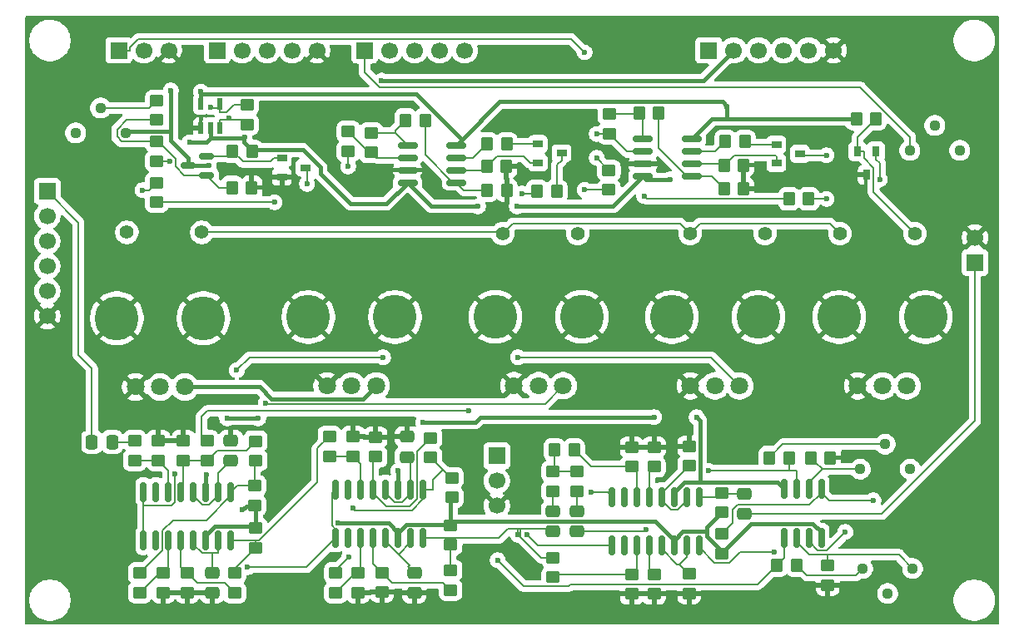
<source format=gbr>
%TF.GenerationSoftware,KiCad,Pcbnew,9.0.3*%
%TF.CreationDate,2025-10-30T19:41:25+09:00*%
%TF.ProjectId,VCF_VCABoard,5643465f-5643-4414-926f-6172642e6b69,rev?*%
%TF.SameCoordinates,Original*%
%TF.FileFunction,Copper,L1,Top*%
%TF.FilePolarity,Positive*%
%FSLAX46Y46*%
G04 Gerber Fmt 4.6, Leading zero omitted, Abs format (unit mm)*
G04 Created by KiCad (PCBNEW 9.0.3) date 2025-10-30 19:41:25*
%MOMM*%
%LPD*%
G01*
G04 APERTURE LIST*
G04 Aperture macros list*
%AMRoundRect*
0 Rectangle with rounded corners*
0 $1 Rounding radius*
0 $2 $3 $4 $5 $6 $7 $8 $9 X,Y pos of 4 corners*
0 Add a 4 corners polygon primitive as box body*
4,1,4,$2,$3,$4,$5,$6,$7,$8,$9,$2,$3,0*
0 Add four circle primitives for the rounded corners*
1,1,$1+$1,$2,$3*
1,1,$1+$1,$4,$5*
1,1,$1+$1,$6,$7*
1,1,$1+$1,$8,$9*
0 Add four rect primitives between the rounded corners*
20,1,$1+$1,$2,$3,$4,$5,0*
20,1,$1+$1,$4,$5,$6,$7,0*
20,1,$1+$1,$6,$7,$8,$9,0*
20,1,$1+$1,$8,$9,$2,$3,0*%
G04 Aperture macros list end*
%TA.AperFunction,ComponentPad*%
%ADD10C,1.400000*%
%TD*%
%TA.AperFunction,SMDPad,CuDef*%
%ADD11RoundRect,0.250000X0.350000X0.450000X-0.350000X0.450000X-0.350000X-0.450000X0.350000X-0.450000X0*%
%TD*%
%TA.AperFunction,SMDPad,CuDef*%
%ADD12RoundRect,0.250000X0.475000X-0.337500X0.475000X0.337500X-0.475000X0.337500X-0.475000X-0.337500X0*%
%TD*%
%TA.AperFunction,ComponentPad*%
%ADD13C,1.800000*%
%TD*%
%TA.AperFunction,ComponentPad*%
%ADD14C,4.455000*%
%TD*%
%TA.AperFunction,SMDPad,CuDef*%
%ADD15RoundRect,0.250000X0.450000X-0.350000X0.450000X0.350000X-0.450000X0.350000X-0.450000X-0.350000X0*%
%TD*%
%TA.AperFunction,SMDPad,CuDef*%
%ADD16R,1.000000X0.800000*%
%TD*%
%TA.AperFunction,ComponentPad*%
%ADD17C,1.120000*%
%TD*%
%TA.AperFunction,SMDPad,CuDef*%
%ADD18RoundRect,0.250000X-0.450000X0.350000X-0.450000X-0.350000X0.450000X-0.350000X0.450000X0.350000X0*%
%TD*%
%TA.AperFunction,SMDPad,CuDef*%
%ADD19RoundRect,0.250000X-0.350000X-0.450000X0.350000X-0.450000X0.350000X0.450000X-0.350000X0.450000X0*%
%TD*%
%TA.AperFunction,ComponentPad*%
%ADD20R,1.700000X1.700000*%
%TD*%
%TA.AperFunction,ComponentPad*%
%ADD21C,1.700000*%
%TD*%
%TA.AperFunction,SMDPad,CuDef*%
%ADD22RoundRect,0.250000X-0.475000X0.337500X-0.475000X-0.337500X0.475000X-0.337500X0.475000X0.337500X0*%
%TD*%
%TA.AperFunction,SMDPad,CuDef*%
%ADD23RoundRect,0.150000X-0.825000X-0.150000X0.825000X-0.150000X0.825000X0.150000X-0.825000X0.150000X0*%
%TD*%
%TA.AperFunction,SMDPad,CuDef*%
%ADD24R,0.600000X1.200000*%
%TD*%
%TA.AperFunction,SMDPad,CuDef*%
%ADD25RoundRect,0.150000X0.150000X-0.825000X0.150000X0.825000X-0.150000X0.825000X-0.150000X-0.825000X0*%
%TD*%
%TA.AperFunction,SMDPad,CuDef*%
%ADD26RoundRect,0.150000X0.587500X0.150000X-0.587500X0.150000X-0.587500X-0.150000X0.587500X-0.150000X0*%
%TD*%
%TA.AperFunction,SMDPad,CuDef*%
%ADD27RoundRect,0.250000X-0.337500X-0.475000X0.337500X-0.475000X0.337500X0.475000X-0.337500X0.475000X0*%
%TD*%
%TA.AperFunction,SMDPad,CuDef*%
%ADD28R,0.800000X1.000000*%
%TD*%
%TA.AperFunction,ViaPad*%
%ADD29C,0.600000*%
%TD*%
%TA.AperFunction,Conductor*%
%ADD30C,0.200000*%
%TD*%
%TA.AperFunction,Conductor*%
%ADD31C,0.400000*%
%TD*%
G04 APERTURE END LIST*
D10*
%TO.P,R36,1*%
%TO.N,Net-(VR15-WIPER)*%
X142715000Y-106657000D03*
%TO.P,R36,2*%
%TO.N,Net-(IC1-INPUT_-)*%
X135095000Y-106657000D03*
%TD*%
D11*
%TO.P,R80,1*%
%TO.N,GNDA*%
X149359000Y-129488000D03*
%TO.P,R80,2*%
%TO.N,Net-(U6B--)*%
X147359000Y-129488000D03*
%TD*%
D12*
%TO.P,C4,1*%
%TO.N,Net-(C4-Pad1)*%
X88392000Y-129812500D03*
%TO.P,C4,2*%
%TO.N,GNDA*%
X88392000Y-127737500D03*
%TD*%
D13*
%TO.P,VR12,1,CCW*%
%TO.N,GNDA*%
X98183000Y-122166000D03*
%TO.P,VR12,2,WIPER*%
%TO.N,Net-(VR12-WIPER)*%
X100683000Y-122166000D03*
%TO.P,VR12,3,CW*%
%TO.N,+5VA*%
X103183000Y-122166000D03*
D14*
%TO.P,VR12,MH1,MH1*%
%TO.N,GNDA*%
X96283000Y-115166000D03*
%TO.P,VR12,MH2,MH2*%
X105083000Y-115166000D03*
%TD*%
D15*
%TO.P,R46,1*%
%TO.N,Net-(IC1-INPUT_-)*%
X90058000Y-95581000D03*
%TO.P,R46,2*%
%TO.N,Net-(IC1-OUTPUT)*%
X90058000Y-93581000D03*
%TD*%
%TO.P,R29,1*%
%TO.N,-12VA*%
X90805000Y-134347000D03*
%TO.P,R29,2*%
%TO.N,LP6db*%
X90805000Y-132347000D03*
%TD*%
D16*
%TO.P,Q5,1,B*%
%TO.N,Net-(Q5-B)*%
X119636000Y-97533000D03*
%TO.P,Q5,2,E*%
%TO.N,Net-(Q5-E)*%
X119636000Y-99433000D03*
%TO.P,Q5,3,C*%
%TO.N,Net-(Q5-C)*%
X122036000Y-98483000D03*
%TD*%
D17*
%TO.P,VR17,1,CCW*%
%TO.N,Net-(U6B--)*%
X152400000Y-130660000D03*
%TO.P,VR17,2,WIPER*%
%TO.N,Net-(VR17-CW)*%
X154940000Y-128120000D03*
%TO.P,VR17,3,CW*%
X157480000Y-130660000D03*
%TD*%
D16*
%TO.P,Q4,1,B*%
%TO.N,Net-(Q4-B)*%
X143876000Y-97594000D03*
%TO.P,Q4,2,E*%
%TO.N,Net-(Q4-E)*%
X143876000Y-99494000D03*
%TO.P,Q4,3,C*%
%TO.N,Net-(Q4-C)*%
X146276000Y-98544000D03*
%TD*%
D15*
%TO.P,R64,1*%
%TO.N,-12VA*%
X138303000Y-135047000D03*
%TO.P,R64,2*%
%TO.N,Net-(C7-Pad2)*%
X138303000Y-133047000D03*
%TD*%
%TO.P,R30,1*%
%TO.N,-12VA*%
X110871000Y-133526000D03*
%TO.P,R30,2*%
%TO.N,LP18db*%
X110871000Y-131526000D03*
%TD*%
D10*
%TO.P,R37,1*%
%TO.N,Net-(Q2-E)*%
X157955000Y-106657000D03*
%TO.P,R37,2*%
%TO.N,Net-(IC1-INPUT_-)*%
X150335000Y-106657000D03*
%TD*%
D18*
%TO.P,R27,1*%
%TO.N,Net-(U2A--)*%
X90932000Y-127794000D03*
%TO.P,R27,2*%
%TO.N,LP6db*%
X90932000Y-129794000D03*
%TD*%
D13*
%TO.P,VR15,1,CCW*%
%TO.N,GNDA*%
X135140000Y-122166000D03*
%TO.P,VR15,2,WIPER*%
%TO.N,Net-(VR15-WIPER)*%
X137640000Y-122166000D03*
%TO.P,VR15,3,CW*%
%TO.N,Sine*%
X140140000Y-122166000D03*
D14*
%TO.P,VR15,MH1,MH1*%
%TO.N,GNDA*%
X133240000Y-115166000D03*
%TO.P,VR15,MH2,MH2*%
X142040000Y-115166000D03*
%TD*%
D19*
%TO.P,R60,1*%
%TO.N,Net-(R57-Pad2)*%
X129925000Y-94353000D03*
%TO.P,R60,2*%
%TO.N,Net-(U3B-+)*%
X131925000Y-94353000D03*
%TD*%
D20*
%TO.P,J4,1,Pin_1*%
%TO.N,Sine*%
X87000000Y-88000000D03*
D21*
%TO.P,J4,2,Pin_2*%
%TO.N,unconnected-(J4-Pin_2-Pad2)*%
X89540000Y-88000000D03*
%TO.P,J4,3,Pin_3*%
%TO.N,unconnected-(J4-Pin_3-Pad3)*%
X92080000Y-88000000D03*
%TO.P,J4,4,Pin_4*%
%TO.N,unconnected-(J4-Pin_4-Pad4)*%
X94620000Y-88000000D03*
%TO.P,J4,5,Pin_5*%
%TO.N,GNDA*%
X97160000Y-88000000D03*
%TD*%
D18*
%TO.P,R28,1*%
%TO.N,Net-(U5A--)*%
X108712000Y-127462000D03*
%TO.P,R28,2*%
%TO.N,LP18db*%
X108712000Y-129462000D03*
%TD*%
D13*
%TO.P,VR25,1,CCW*%
%TO.N,GNDA*%
X117188000Y-122151000D03*
%TO.P,VR25,2,WIPER*%
%TO.N,Net-(VR25-WIPER)*%
X119688000Y-122151000D03*
%TO.P,VR25,3,CW*%
%TO.N,EnvFlt*%
X122188000Y-122151000D03*
D14*
%TO.P,VR25,MH1,MH1*%
%TO.N,GNDA*%
X115288000Y-115151000D03*
%TO.P,VR25,MH2,MH2*%
X124088000Y-115151000D03*
%TD*%
D15*
%TO.P,R71,1*%
%TO.N,Net-(U8C-+)*%
X121158000Y-141651000D03*
%TO.P,R71,2*%
%TO.N,VCF_OUT*%
X121158000Y-139651000D03*
%TD*%
D19*
%TO.P,R83,1*%
%TO.N,Net-(R83-Pad1)*%
X114445000Y-97528000D03*
%TO.P,R83,2*%
%TO.N,Net-(Q5-B)*%
X116445000Y-97528000D03*
%TD*%
%TO.P,R78,1*%
%TO.N,Net-(R76-Pad2)*%
X106144000Y-95115000D03*
%TO.P,R78,2*%
%TO.N,Net-(U4B-+)*%
X108144000Y-95115000D03*
%TD*%
D15*
%TO.P,R87,1*%
%TO.N,GNDA*%
X103759000Y-143178000D03*
%TO.P,R87,2*%
%TO.N,Net-(U5C--)*%
X103759000Y-141178000D03*
%TD*%
D22*
%TO.P,C10,1*%
%TO.N,Net-(C10-Pad1)*%
X107061000Y-141181000D03*
%TO.P,C10,2*%
%TO.N,GNDA*%
X107061000Y-143256000D03*
%TD*%
D23*
%TO.P,U3,1*%
%TO.N,Net-(R57-Pad2)*%
X130309000Y-97053000D03*
%TO.P,U3,2,-*%
%TO.N,Net-(U3A--)*%
X130309000Y-98323000D03*
%TO.P,U3,3,+*%
%TO.N,GNDA*%
X130309000Y-99593000D03*
%TO.P,U3,4,V-*%
%TO.N,-12VA*%
X130309000Y-100863000D03*
%TO.P,U3,5,+*%
%TO.N,Net-(U3B-+)*%
X135259000Y-100863000D03*
%TO.P,U3,6,-*%
%TO.N,Net-(Q4-E)*%
X135259000Y-99593000D03*
%TO.P,U3,7*%
%TO.N,Net-(R65-Pad1)*%
X135259000Y-98323000D03*
%TO.P,U3,8,V+*%
%TO.N,+12VA*%
X135259000Y-97053000D03*
%TD*%
D15*
%TO.P,R52,1*%
%TO.N,EnvAmp*%
X126845000Y-102211000D03*
%TO.P,R52,2*%
%TO.N,Net-(U3A--)*%
X126845000Y-100211000D03*
%TD*%
D24*
%TO.P,IC1,1,INPUT_+*%
%TO.N,GNDA*%
X85364000Y-95942000D03*
%TO.P,IC1,2,VEE*%
%TO.N,-12VA*%
X86314000Y-95942000D03*
%TO.P,IC1,3,INPUT_-*%
%TO.N,Net-(IC1-INPUT_-)*%
X87264000Y-95942000D03*
%TO.P,IC1,4,OUTPUT*%
%TO.N,Net-(IC1-OUTPUT)*%
X87264000Y-93442000D03*
%TO.P,IC1,5,VCC*%
%TO.N,+12VA*%
X85364000Y-93442000D03*
%TD*%
D20*
%TO.P,J3,1,Pin_1*%
%TO.N,EnvAmp*%
X77000000Y-88000000D03*
D21*
%TO.P,J3,2,Pin_2*%
%TO.N,EnvFlt*%
X79540000Y-88000000D03*
%TO.P,J3,3,Pin_3*%
%TO.N,GNDA*%
X82080000Y-88000000D03*
%TD*%
D18*
%TO.P,R58,1*%
%TO.N,GNDA*%
X131445000Y-128413000D03*
%TO.P,R58,2*%
%TO.N,Net-(U8A--)*%
X131445000Y-130413000D03*
%TD*%
D11*
%TO.P,R56,1*%
%TO.N,Net-(U8A-+)*%
X123301000Y-128713000D03*
%TO.P,R56,2*%
%TO.N,Net-(R53-Pad1)*%
X121301000Y-128713000D03*
%TD*%
D15*
%TO.P,R92,1*%
%TO.N,Net-(U2C--)*%
X88773000Y-143240000D03*
%TO.P,R92,2*%
%TO.N,LP12db*%
X88773000Y-141240000D03*
%TD*%
D13*
%TO.P,VR11,1,CCW*%
%TO.N,GNDA*%
X152158000Y-122166000D03*
%TO.P,VR11,2,WIPER*%
%TO.N,Net-(Q2-B)*%
X154658000Y-122166000D03*
%TO.P,VR11,3,CW*%
%TO.N,Net-(VR11-CW)*%
X157158000Y-122166000D03*
D14*
%TO.P,VR11,MH1,MH1*%
%TO.N,GNDA*%
X150258000Y-115166000D03*
%TO.P,VR11,MH2,MH2*%
X159058000Y-115166000D03*
%TD*%
D18*
%TO.P,R93,1*%
%TO.N,-12VA*%
X110744000Y-136352000D03*
%TO.P,R93,2*%
%TO.N,VCF_OUT*%
X110744000Y-138352000D03*
%TD*%
%TO.P,R3,1*%
%TO.N,LP12db*%
X98425000Y-127335000D03*
%TO.P,R3,2*%
%TO.N,Net-(U5A-+)*%
X98425000Y-129335000D03*
%TD*%
%TO.P,R26,1*%
%TO.N,GNDA*%
X100838000Y-127335000D03*
%TO.P,R26,2*%
%TO.N,Net-(U5A-+)*%
X100838000Y-129335000D03*
%TD*%
D25*
%TO.P,U2,1*%
%TO.N,VCFCnt*%
X79502000Y-137919000D03*
%TO.P,U2,2,DIODE_BIAS*%
%TO.N,unconnected-(U2C-DIODE_BIAS-Pad2)*%
X80772000Y-137919000D03*
%TO.P,U2,3,+*%
%TO.N,Net-(U2C-+)*%
X82042000Y-137919000D03*
%TO.P,U2,4,-*%
%TO.N,Net-(U2C--)*%
X83312000Y-137919000D03*
%TO.P,U2,5*%
%TO.N,Net-(C11-Pad1)*%
X84582000Y-137919000D03*
%TO.P,U2,6,V-*%
%TO.N,-12VA*%
X85852000Y-137919000D03*
%TO.P,U2,7*%
%TO.N,Net-(C11-Pad1)*%
X87122000Y-137919000D03*
%TO.P,U2,8*%
%TO.N,LP12db*%
X88392000Y-137919000D03*
%TO.P,U2,9*%
%TO.N,LP6db*%
X88392000Y-132969000D03*
%TO.P,U2,10*%
%TO.N,Net-(C4-Pad1)*%
X87122000Y-132969000D03*
%TO.P,U2,11,V+*%
%TO.N,+12VA*%
X85852000Y-132969000D03*
%TO.P,U2,12*%
%TO.N,Net-(C4-Pad1)*%
X84582000Y-132969000D03*
%TO.P,U2,13,-*%
%TO.N,Net-(U2A--)*%
X83312000Y-132969000D03*
%TO.P,U2,14,+*%
%TO.N,Net-(U2A-+)*%
X82042000Y-132969000D03*
%TO.P,U2,15,DIODE_BIAS*%
%TO.N,unconnected-(U2A-DIODE_BIAS-Pad15)*%
X80772000Y-132969000D03*
%TO.P,U2,16*%
%TO.N,VCFCnt*%
X79502000Y-132969000D03*
%TD*%
D11*
%TO.P,R84,1*%
%TO.N,Net-(VR16-CW)*%
X145930000Y-140410000D03*
%TO.P,R84,2*%
%TO.N,VCF_ResoWav*%
X143930000Y-140410000D03*
%TD*%
%TO.P,R86,1*%
%TO.N,Net-(Q5-C)*%
X121541000Y-102354000D03*
%TO.P,R86,2*%
%TO.N,ResoCnt*%
X119541000Y-102354000D03*
%TD*%
D15*
%TO.P,R91,1*%
%TO.N,Net-(U5C--)*%
X110744000Y-142970000D03*
%TO.P,R91,2*%
%TO.N,VCF_OUT*%
X110744000Y-140970000D03*
%TD*%
D11*
%TO.P,R49,1*%
%TO.N,GNDA*%
X90523000Y-101973000D03*
%TO.P,R49,2*%
%TO.N,Net-(Q7-B)*%
X88523000Y-101973000D03*
%TD*%
D12*
%TO.P,C8,1*%
%TO.N,Net-(C8-Pad1)*%
X106299000Y-129434500D03*
%TO.P,C8,2*%
%TO.N,GNDA*%
X106299000Y-127359500D03*
%TD*%
D18*
%TO.P,R63,1*%
%TO.N,GNDA*%
X135001000Y-128332000D03*
%TO.P,R63,2*%
%TO.N,Net-(R63-Pad2)*%
X135001000Y-130332000D03*
%TD*%
D20*
%TO.P,J6,1,Pin_1*%
%TO.N,+12VA*%
X137000000Y-88000000D03*
D21*
%TO.P,J6,2,Pin_2*%
%TO.N,+5VA*%
X139540000Y-88000000D03*
%TO.P,J6,3,Pin_3*%
%TO.N,-5VA*%
X142080000Y-88000000D03*
%TO.P,J6,4,Pin_4*%
%TO.N,-12VA*%
X144620000Y-88000000D03*
%TO.P,J6,5,Pin_5*%
%TO.N,unconnected-(J6-Pin_5-Pad5)*%
X147160000Y-88000000D03*
%TO.P,J6,6,Pin_6*%
%TO.N,GNDA*%
X149700000Y-88000000D03*
%TD*%
D15*
%TO.P,R77,1*%
%TO.N,-12VA*%
X138303000Y-139238000D03*
%TO.P,R77,2*%
%TO.N,Net-(U6A-+)*%
X138303000Y-137238000D03*
%TD*%
D17*
%TO.P,VR16,1,CCW*%
%TO.N,Net-(U6A--)*%
X157734000Y-140768000D03*
%TO.P,VR16,2,WIPER*%
%TO.N,Net-(VR16-CW)*%
X155194000Y-143308000D03*
%TO.P,VR16,3,CW*%
X152654000Y-140768000D03*
%TD*%
D20*
%TO.P,J10,1,Pin_1*%
%TO.N,VCAOut*%
X164084000Y-109601000D03*
D21*
%TO.P,J10,2,Pin_2*%
%TO.N,GNDA*%
X164084000Y-107061000D03*
%TD*%
D15*
%TO.P,R74,1*%
%TO.N,Net-(VR12-WIPER)*%
X100330000Y-98266000D03*
%TO.P,R74,2*%
%TO.N,Net-(U4A--)*%
X100330000Y-96266000D03*
%TD*%
%TO.P,R75,1*%
%TO.N,GNDA*%
X135001000Y-143302000D03*
%TO.P,R75,2*%
%TO.N,Net-(R75-Pad2)*%
X135001000Y-141302000D03*
%TD*%
D23*
%TO.P,U4,1*%
%TO.N,Net-(R76-Pad2)*%
X106366000Y-97655000D03*
%TO.P,U4,2,-*%
%TO.N,Net-(U4A--)*%
X106366000Y-98925000D03*
%TO.P,U4,3,+*%
%TO.N,GNDA*%
X106366000Y-100195000D03*
%TO.P,U4,4,V-*%
%TO.N,-12VA*%
X106366000Y-101465000D03*
%TO.P,U4,5,+*%
%TO.N,Net-(U4B-+)*%
X111316000Y-101465000D03*
%TO.P,U4,6,-*%
%TO.N,Net-(Q5-E)*%
X111316000Y-100195000D03*
%TO.P,U4,7*%
%TO.N,Net-(R83-Pad1)*%
X111316000Y-98925000D03*
%TO.P,U4,8,V+*%
%TO.N,+12VA*%
X111316000Y-97655000D03*
%TD*%
D18*
%TO.P,R14,1*%
%TO.N,GNDA*%
X83566000Y-127759000D03*
%TO.P,R14,2*%
%TO.N,Net-(U2A--)*%
X83566000Y-129759000D03*
%TD*%
%TO.P,R54,1*%
%TO.N,Net-(R53-Pad1)*%
X121158000Y-130888000D03*
%TO.P,R54,2*%
%TO.N,Net-(C6-Pad2)*%
X121158000Y-132888000D03*
%TD*%
%TO.P,R59,1*%
%TO.N,GNDA*%
X129159000Y-128413000D03*
%TO.P,R59,2*%
%TO.N,Net-(U8A-+)*%
X129159000Y-130413000D03*
%TD*%
D19*
%TO.P,R85,1*%
%TO.N,Net-(VR17-CW)*%
X143168000Y-129488000D03*
%TO.P,R85,2*%
%TO.N,VCA_ResoWav*%
X145168000Y-129488000D03*
%TD*%
D15*
%TO.P,R57,1*%
%TO.N,Net-(U3A--)*%
X126873000Y-96488000D03*
%TO.P,R57,2*%
%TO.N,Net-(R57-Pad2)*%
X126873000Y-94488000D03*
%TD*%
D25*
%TO.P,U8,1*%
%TO.N,ResoCnt*%
X127127000Y-138427000D03*
%TO.P,U8,2,DIODE_BIAS*%
%TO.N,unconnected-(U8C-DIODE_BIAS-Pad2)*%
X128397000Y-138427000D03*
%TO.P,U8,3,+*%
%TO.N,Net-(U8C-+)*%
X129667000Y-138427000D03*
%TO.P,U8,4,-*%
%TO.N,Net-(U8C--)*%
X130937000Y-138427000D03*
%TO.P,U8,5*%
%TO.N,Net-(R75-Pad2)*%
X132207000Y-138427000D03*
%TO.P,U8,6,V-*%
%TO.N,-12VA*%
X133477000Y-138427000D03*
%TO.P,U8,7*%
%TO.N,Net-(R75-Pad2)*%
X134747000Y-138427000D03*
%TO.P,U8,8*%
%TO.N,Net-(U6A-+)*%
X136017000Y-138427000D03*
%TO.P,U8,9*%
%TO.N,Net-(C7-Pad2)*%
X136017000Y-133477000D03*
%TO.P,U8,10*%
%TO.N,Net-(R63-Pad2)*%
X134747000Y-133477000D03*
%TO.P,U8,11,V+*%
%TO.N,+12VA*%
X133477000Y-133477000D03*
%TO.P,U8,12*%
%TO.N,Net-(R63-Pad2)*%
X132207000Y-133477000D03*
%TO.P,U8,13,-*%
%TO.N,Net-(U8A--)*%
X130937000Y-133477000D03*
%TO.P,U8,14,+*%
%TO.N,Net-(U8A-+)*%
X129667000Y-133477000D03*
%TO.P,U8,15,DIODE_BIAS*%
%TO.N,unconnected-(U8A-DIODE_BIAS-Pad15)*%
X128397000Y-133477000D03*
%TO.P,U8,16*%
%TO.N,VCACnt*%
X127127000Y-133477000D03*
%TD*%
D15*
%TO.P,R90,1*%
%TO.N,GNDA*%
X81534000Y-143224000D03*
%TO.P,R90,2*%
%TO.N,Net-(U2C-+)*%
X81534000Y-141224000D03*
%TD*%
D18*
%TO.P,R18,1*%
%TO.N,GNDA*%
X81026000Y-127759000D03*
%TO.P,R18,2*%
%TO.N,Net-(U2A-+)*%
X81026000Y-129759000D03*
%TD*%
D12*
%TO.P,C5,1*%
%TO.N,VCA_ResoWav*%
X123571000Y-136989500D03*
%TO.P,C5,2*%
%TO.N,Net-(C5-Pad2)*%
X123571000Y-134914500D03*
%TD*%
D18*
%TO.P,R31,1*%
%TO.N,LP18db*%
X99060000Y-141224000D03*
%TO.P,R31,2*%
%TO.N,Net-(U5C-+)*%
X99060000Y-143224000D03*
%TD*%
D11*
%TO.P,R62,1*%
%TO.N,GNDA*%
X140545000Y-102100000D03*
%TO.P,R62,2*%
%TO.N,Net-(U3B-+)*%
X138545000Y-102100000D03*
%TD*%
D26*
%TO.P,Q7,1,B*%
%TO.N,Net-(Q7-B)*%
X85951000Y-100703000D03*
%TO.P,Q7,2,E*%
%TO.N,Net-(Q3-B)*%
X85951000Y-98803000D03*
%TO.P,Q7,3,C*%
%TO.N,+12VA*%
X84076000Y-99753000D03*
%TD*%
D13*
%TO.P,VR13,1,CCW*%
%TO.N,GNDA*%
X78707000Y-122279000D03*
%TO.P,VR13,2,WIPER*%
%TO.N,Net-(VR13-WIPER)*%
X81207000Y-122279000D03*
%TO.P,VR13,3,CW*%
%TO.N,+5VA*%
X83707000Y-122279000D03*
D14*
%TO.P,VR13,MH1,MH1*%
%TO.N,GNDA*%
X76807000Y-115279000D03*
%TO.P,VR13,MH2,MH2*%
X85607000Y-115279000D03*
%TD*%
D18*
%TO.P,R15,1*%
%TO.N,GNDA*%
X103124000Y-127397000D03*
%TO.P,R15,2*%
%TO.N,Net-(U5A--)*%
X103124000Y-129397000D03*
%TD*%
D11*
%TO.P,R50,1*%
%TO.N,-12VA*%
X90553000Y-98290000D03*
%TO.P,R50,2*%
%TO.N,Net-(Q3-B)*%
X88553000Y-98290000D03*
%TD*%
D20*
%TO.P,J2,1,Pin_1*%
%TO.N,CV*%
X102000000Y-88000000D03*
D21*
%TO.P,J2,2,Pin_2*%
%TO.N,unconnected-(J2-Pin_2-Pad2)*%
X104540000Y-88000000D03*
%TO.P,J2,3,Pin_3*%
%TO.N,unconnected-(J2-Pin_3-Pad3)*%
X107080000Y-88000000D03*
%TO.P,J2,4,Pin_4*%
%TO.N,unconnected-(J2-Pin_4-Pad4)*%
X109620000Y-88000000D03*
%TO.P,J2,5,Pin_5*%
%TO.N,unconnected-(J2-Pin_5-Pad5)*%
X112160000Y-88000000D03*
%TD*%
D27*
%TO.P,C3,1*%
%TO.N,VCOWave*%
X74273500Y-127889000D03*
%TO.P,C3,2*%
%TO.N,Net-(C3-Pad2)*%
X76348500Y-127889000D03*
%TD*%
D15*
%TO.P,R89,1*%
%TO.N,GNDA*%
X101346000Y-143224000D03*
%TO.P,R89,2*%
%TO.N,Net-(U5C-+)*%
X101346000Y-141224000D03*
%TD*%
D22*
%TO.P,C11,1*%
%TO.N,Net-(C11-Pad1)*%
X86487000Y-141202500D03*
%TO.P,C11,2*%
%TO.N,GNDA*%
X86487000Y-143277500D03*
%TD*%
D15*
%TO.P,R72,1*%
%TO.N,GNDA*%
X131445000Y-143367000D03*
%TO.P,R72,2*%
%TO.N,Net-(U8C--)*%
X131445000Y-141367000D03*
%TD*%
D20*
%TO.P,J7,1,Pin_1*%
%TO.N,VCF_OUT*%
X115443000Y-129299000D03*
D21*
%TO.P,J7,2,Pin_2*%
%TO.N,VCF_ResoWav*%
X115443000Y-131839000D03*
%TO.P,J7,3,Pin_3*%
%TO.N,GNDA*%
X115443000Y-134379000D03*
%TD*%
D15*
%TO.P,R79,1*%
%TO.N,GNDA*%
X149098000Y-142478000D03*
%TO.P,R79,2*%
%TO.N,Net-(U6A--)*%
X149098000Y-140478000D03*
%TD*%
D16*
%TO.P,Q3,1,B*%
%TO.N,Net-(Q3-B)*%
X93584000Y-98991000D03*
%TO.P,Q3,2,E*%
%TO.N,GNDA*%
X93584000Y-100891000D03*
%TO.P,Q3,3,C*%
%TO.N,Net-(Q3-C)*%
X95984000Y-99941000D03*
%TD*%
D12*
%TO.P,C6,1*%
%TO.N,VCF_OUT*%
X121158000Y-136989500D03*
%TO.P,C6,2*%
%TO.N,Net-(C6-Pad2)*%
X121158000Y-134914500D03*
%TD*%
D11*
%TO.P,R81,1*%
%TO.N,GNDA*%
X116429000Y-99814000D03*
%TO.P,R81,2*%
%TO.N,Net-(Q5-E)*%
X114429000Y-99814000D03*
%TD*%
D12*
%TO.P,C7,1*%
%TO.N,VCAOut*%
X140589000Y-135211500D03*
%TO.P,C7,2*%
%TO.N,Net-(C7-Pad2)*%
X140589000Y-133136500D03*
%TD*%
D15*
%TO.P,R51,1*%
%TO.N,Net-(Q3-C)*%
X80871000Y-103465000D03*
%TO.P,R51,2*%
%TO.N,VCFCnt*%
X80871000Y-101465000D03*
%TD*%
D25*
%TO.P,U5,1*%
%TO.N,VCFCnt*%
X99060000Y-137662000D03*
%TO.P,U5,2,DIODE_BIAS*%
%TO.N,unconnected-(U5C-DIODE_BIAS-Pad2)*%
X100330000Y-137662000D03*
%TO.P,U5,3,+*%
%TO.N,Net-(U5C-+)*%
X101600000Y-137662000D03*
%TO.P,U5,4,-*%
%TO.N,Net-(U5C--)*%
X102870000Y-137662000D03*
%TO.P,U5,5*%
%TO.N,Net-(C10-Pad1)*%
X104140000Y-137662000D03*
%TO.P,U5,6,V-*%
%TO.N,-12VA*%
X105410000Y-137662000D03*
%TO.P,U5,7*%
%TO.N,Net-(C10-Pad1)*%
X106680000Y-137662000D03*
%TO.P,U5,8*%
%TO.N,VCF_OUT*%
X107950000Y-137662000D03*
%TO.P,U5,9*%
%TO.N,LP18db*%
X107950000Y-132712000D03*
%TO.P,U5,10*%
%TO.N,Net-(C8-Pad1)*%
X106680000Y-132712000D03*
%TO.P,U5,11,V+*%
%TO.N,+12VA*%
X105410000Y-132712000D03*
%TO.P,U5,12*%
%TO.N,Net-(C8-Pad1)*%
X104140000Y-132712000D03*
%TO.P,U5,13,-*%
%TO.N,Net-(U5A--)*%
X102870000Y-132712000D03*
%TO.P,U5,14,+*%
%TO.N,Net-(U5A-+)*%
X101600000Y-132712000D03*
%TO.P,U5,15,DIODE_BIAS*%
%TO.N,unconnected-(U5A-DIODE_BIAS-Pad15)*%
X100330000Y-132712000D03*
%TO.P,U5,16*%
%TO.N,VCFCnt*%
X99060000Y-132712000D03*
%TD*%
D11*
%TO.P,R82,1*%
%TO.N,GNDA*%
X116445000Y-102227000D03*
%TO.P,R82,2*%
%TO.N,Net-(U4B-+)*%
X114445000Y-102227000D03*
%TD*%
D15*
%TO.P,R88,1*%
%TO.N,GNDA*%
X83947000Y-143240000D03*
%TO.P,R88,2*%
%TO.N,Net-(U2C--)*%
X83947000Y-141240000D03*
%TD*%
%TO.P,R73,1*%
%TO.N,GNDA*%
X129159000Y-143367000D03*
%TO.P,R73,2*%
%TO.N,Net-(U8C-+)*%
X129159000Y-141367000D03*
%TD*%
D25*
%TO.P,U6,1*%
%TO.N,VCF_ResoWav*%
X144653000Y-137616000D03*
%TO.P,U6,2,-*%
%TO.N,Net-(U6A--)*%
X145923000Y-137616000D03*
%TO.P,U6,3,+*%
%TO.N,Net-(U6A-+)*%
X147193000Y-137616000D03*
%TO.P,U6,4,V-*%
%TO.N,-12VA*%
X148463000Y-137616000D03*
%TO.P,U6,5,+*%
%TO.N,Net-(U6A-+)*%
X148463000Y-132666000D03*
%TO.P,U6,6,-*%
%TO.N,Net-(U6B--)*%
X147193000Y-132666000D03*
%TO.P,U6,7*%
%TO.N,VCA_ResoWav*%
X145923000Y-132666000D03*
%TO.P,U6,8,V+*%
%TO.N,+12VA*%
X144653000Y-132666000D03*
%TD*%
D18*
%TO.P,R53,1*%
%TO.N,Net-(R53-Pad1)*%
X123571000Y-130888000D03*
%TO.P,R53,2*%
%TO.N,Net-(C5-Pad2)*%
X123571000Y-132888000D03*
%TD*%
%TO.P,R2,1*%
%TO.N,Net-(C3-Pad2)*%
X78613000Y-127778000D03*
%TO.P,R2,2*%
%TO.N,Net-(U2A-+)*%
X78613000Y-129778000D03*
%TD*%
D28*
%TO.P,Q2,1,B*%
%TO.N,Net-(Q2-B)*%
X154018000Y-98290000D03*
%TO.P,Q2,2,E*%
%TO.N,Net-(Q2-E)*%
X152118000Y-98290000D03*
%TO.P,Q2,3,C*%
%TO.N,GNDA*%
X153068000Y-100690000D03*
%TD*%
D15*
%TO.P,R76,1*%
%TO.N,Net-(U4A--)*%
X102683000Y-98401000D03*
%TO.P,R76,2*%
%TO.N,Net-(R76-Pad2)*%
X102683000Y-96401000D03*
%TD*%
D18*
%TO.P,R1,1*%
%TO.N,VCF_ResoWav*%
X85979000Y-127775000D03*
%TO.P,R1,2*%
%TO.N,Net-(U2A--)*%
X85979000Y-129775000D03*
%TD*%
D11*
%TO.P,R68,1*%
%TO.N,Net-(Q4-C)*%
X147161000Y-103124000D03*
%TO.P,R68,2*%
%TO.N,VCACnt*%
X145161000Y-103124000D03*
%TD*%
D19*
%TO.P,R65,1*%
%TO.N,Net-(R65-Pad1)*%
X138672000Y-97274000D03*
%TO.P,R65,2*%
%TO.N,Net-(Q4-B)*%
X140672000Y-97274000D03*
%TD*%
D15*
%TO.P,R47,1*%
%TO.N,Net-(IC1-OUTPUT)*%
X80871000Y-99290000D03*
%TO.P,R47,2*%
%TO.N,Net-(Q7-B)*%
X80871000Y-97290000D03*
%TD*%
D18*
%TO.P,R48,1*%
%TO.N,Net-(VR19-WIPER)*%
X80871000Y-93099000D03*
%TO.P,R48,2*%
%TO.N,Net-(Q7-B)*%
X80871000Y-95099000D03*
%TD*%
D11*
%TO.P,R33,1*%
%TO.N,Net-(Q2-E)*%
X154007000Y-94988000D03*
%TO.P,R33,2*%
%TO.N,+12VA*%
X152007000Y-94988000D03*
%TD*%
D18*
%TO.P,R94,1*%
%TO.N,-12VA*%
X90932000Y-136665000D03*
%TO.P,R94,2*%
%TO.N,LP12db*%
X90932000Y-138665000D03*
%TD*%
D10*
%TO.P,R35,1*%
%TO.N,Net-(VR25-WIPER)*%
X123665000Y-106657000D03*
%TO.P,R35,2*%
%TO.N,Net-(IC1-INPUT_-)*%
X116045000Y-106657000D03*
%TD*%
%TO.P,R34,1*%
%TO.N,Net-(VR13-WIPER)*%
X77818000Y-106530000D03*
%TO.P,R34,2*%
%TO.N,Net-(IC1-INPUT_-)*%
X85438000Y-106530000D03*
%TD*%
D17*
%TO.P,VR19,1,CCW*%
%TO.N,-12VA*%
X72616000Y-96411000D03*
%TO.P,VR19,2,WIPER*%
%TO.N,Net-(VR19-WIPER)*%
X75156000Y-93871000D03*
%TO.P,VR19,3,CW*%
%TO.N,+12VA*%
X77696000Y-96411000D03*
%TD*%
%TO.P,VR26,1,CCW*%
%TO.N,CV*%
X157452000Y-98189000D03*
%TO.P,VR26,2,WIPER*%
%TO.N,Net-(VR11-CW)*%
X159992000Y-95649000D03*
%TO.P,VR26,3,CW*%
X162532000Y-98189000D03*
%TD*%
D11*
%TO.P,R61,1*%
%TO.N,GNDA*%
X140545000Y-99687000D03*
%TO.P,R61,2*%
%TO.N,Net-(Q4-E)*%
X138545000Y-99687000D03*
%TD*%
D20*
%TO.P,J1,1,Pin_1*%
%TO.N,VCOWave*%
X69723000Y-102362000D03*
D21*
%TO.P,J1,2,Pin_2*%
%TO.N,unconnected-(J1-Pin_2-Pad2)*%
X69723000Y-104902000D03*
%TO.P,J1,3,Pin_3*%
%TO.N,unconnected-(J1-Pin_3-Pad3)*%
X69723000Y-107442000D03*
%TO.P,J1,4,Pin_4*%
%TO.N,unconnected-(J1-Pin_4-Pad4)*%
X69723000Y-109982000D03*
%TO.P,J1,5,Pin_5*%
%TO.N,unconnected-(J1-Pin_5-Pad5)*%
X69723000Y-112522000D03*
%TO.P,J1,6,Pin_6*%
%TO.N,GNDA*%
X69723000Y-115062000D03*
%TD*%
D18*
%TO.P,R32,1*%
%TO.N,LP6db*%
X79121000Y-141240000D03*
%TO.P,R32,2*%
%TO.N,Net-(U2C-+)*%
X79121000Y-143240000D03*
%TD*%
D29*
%TO.N,GNDA*%
X118237000Y-94996000D03*
X104140000Y-100584000D03*
X92964000Y-131064000D03*
X95250000Y-125984000D03*
%TO.N,VCA_ResoWav*%
X136972300Y-130818700D03*
X130598200Y-136825300D03*
%TO.N,VCF_OUT*%
X117587500Y-137340400D03*
%TO.N,Net-(IC1-OUTPUT)*%
X82165600Y-99292200D03*
X86314000Y-93790300D03*
%TO.N,+12VA*%
X107950000Y-125857000D03*
X91186000Y-125476000D03*
X85908200Y-131184700D03*
X85364000Y-92222000D03*
X138846400Y-93695600D03*
X88011000Y-125476000D03*
X105410000Y-130810000D03*
X82296000Y-92075000D03*
X86171900Y-99753000D03*
X135763000Y-125349000D03*
X131445000Y-125349000D03*
%TO.N,-12VA*%
X133039700Y-101149400D03*
X113538000Y-103886000D03*
X84197900Y-97355500D03*
X89597400Y-134768000D03*
X99301000Y-136164700D03*
X117475000Y-103886000D03*
X89790100Y-96885500D03*
%TO.N,Net-(IC1-INPUT_-)*%
X88233700Y-94916600D03*
%TO.N,EnvAmp*%
X124368500Y-102218100D03*
X124368500Y-88207600D03*
%TO.N,EnvFlt*%
X91950400Y-123900100D03*
%TO.N,Sine*%
X89003300Y-120576600D03*
X117602000Y-119253000D03*
X103886000Y-119253000D03*
%TO.N,+5VA*%
X103738800Y-91080400D03*
%TO.N,VCF_ResoWav*%
X112580100Y-124735800D03*
X115527200Y-139918000D03*
%TO.N,Net-(Q2-B)*%
X154390500Y-101162600D03*
%TO.N,Net-(Q3-C)*%
X96139000Y-101600000D03*
X92837000Y-103465000D03*
%TO.N,Net-(Q4-C)*%
X148971000Y-103124000D03*
X148971000Y-98679000D03*
%TO.N,LP18db*%
X100409100Y-139630300D03*
X100812900Y-134648200D03*
%TO.N,VCFCnt*%
X79429200Y-102250100D03*
X90100800Y-140641300D03*
X82733200Y-131176700D03*
%TO.N,Net-(U3A--)*%
X125603000Y-98933000D03*
X125603000Y-96520000D03*
%TO.N,VCACnt*%
X125057000Y-133038900D03*
X130427200Y-102843200D03*
%TO.N,Net-(VR12-WIPER)*%
X100330000Y-99822000D03*
%TO.N,Net-(U6A-+)*%
X150892400Y-137045200D03*
X153745400Y-133829700D03*
X143677300Y-139095300D03*
%TO.N,ResoCnt*%
X118474300Y-137316800D03*
X117993000Y-102571600D03*
%TD*%
D30*
%TO.N,VCOWave*%
X72898000Y-105537000D02*
X69723000Y-102362000D01*
X74273500Y-120374500D02*
X72898000Y-118999000D01*
X72898000Y-118999000D02*
X72898000Y-105537000D01*
X74273500Y-127889000D02*
X74273500Y-120374500D01*
%TO.N,VCAOut*%
X164084000Y-125729300D02*
X164084000Y-109601000D01*
X154601800Y-135211500D02*
X164084000Y-125729300D01*
X140589000Y-135211500D02*
X154601800Y-135211500D01*
%TO.N,Net-(C3-Pad2)*%
X78502000Y-127889000D02*
X78613000Y-127778000D01*
X76348500Y-127889000D02*
X78502000Y-127889000D01*
%TO.N,Net-(C4-Pad1)*%
X87122000Y-133321600D02*
X86196400Y-134247200D01*
X87122000Y-132969000D02*
X87122000Y-133321600D01*
X84582000Y-133325300D02*
X84582000Y-132969000D01*
X86196400Y-134247200D02*
X85503900Y-134247200D01*
X85503900Y-134247200D02*
X84582000Y-133325300D01*
X87122000Y-131082500D02*
X88392000Y-129812500D01*
X87122000Y-132969000D02*
X87122000Y-131082500D01*
%TO.N,VCA_ResoWav*%
X145923000Y-131081800D02*
X145923000Y-131123100D01*
X145923000Y-131123100D02*
X145923000Y-132666000D01*
X145923000Y-130818700D02*
X145923000Y-131081800D01*
X136972300Y-130818700D02*
X145168000Y-130818700D01*
X145168000Y-130818700D02*
X145923000Y-130818700D01*
X123571000Y-136989500D02*
X130434000Y-136989500D01*
X130434000Y-136989500D02*
X130598200Y-136825300D01*
X145168000Y-129488000D02*
X145168000Y-130818700D01*
%TO.N,Net-(C5-Pad2)*%
X123571000Y-134914500D02*
X123571000Y-132888000D01*
%TO.N,Net-(C6-Pad2)*%
X121158000Y-132888000D02*
X121158000Y-134914500D01*
%TO.N,VCF_OUT*%
X119945500Y-139651000D02*
X121158000Y-139651000D01*
X117872300Y-136699500D02*
X117818300Y-136699500D01*
X120868000Y-136699500D02*
X117872300Y-136699500D01*
X110744000Y-137662000D02*
X110095300Y-137662000D01*
X117587500Y-137340400D02*
X117587500Y-136699500D01*
X117872300Y-137577800D02*
X119945500Y-139651000D01*
X110744000Y-140970000D02*
X110744000Y-138352000D01*
X110744000Y-137662000D02*
X110744000Y-138352000D01*
X116594700Y-136699500D02*
X115632200Y-137662000D01*
X116636000Y-136699500D02*
X116594700Y-136699500D01*
X117872300Y-136699500D02*
X117872300Y-137577800D01*
X117818300Y-136699500D02*
X117587500Y-136699500D01*
X107950000Y-137662000D02*
X110054000Y-137662000D01*
X117587500Y-136699500D02*
X116636000Y-136699500D01*
X121158000Y-136989500D02*
X120868000Y-136699500D01*
X110095300Y-137662000D02*
X110054000Y-137662000D01*
X110744000Y-137662000D02*
X115632200Y-137662000D01*
%TO.N,Net-(C7-Pad2)*%
X140589000Y-133136500D02*
X138392500Y-133136500D01*
X138392500Y-133136500D02*
X138303000Y-133047000D01*
X137873000Y-133477000D02*
X138303000Y-133047000D01*
X136017000Y-133477000D02*
X137873000Y-133477000D01*
%TO.N,Net-(C8-Pad1)*%
X106680000Y-133150900D02*
X106680000Y-132712000D01*
X104140000Y-132712000D02*
X104140000Y-133067000D01*
X106299000Y-129434500D02*
X106680000Y-129815500D01*
X105063000Y-133990000D02*
X105840900Y-133990000D01*
X106680000Y-129815500D02*
X106680000Y-132712000D01*
X104140000Y-133067000D02*
X105063000Y-133990000D01*
X105840900Y-133990000D02*
X106680000Y-133150900D01*
%TO.N,Net-(C10-Pad1)*%
X106680000Y-138076000D02*
X106680000Y-137662000D01*
X104140000Y-138015800D02*
X105440100Y-139315900D01*
X106435800Y-140555800D02*
X107061000Y-141181000D01*
X104140000Y-137662000D02*
X104140000Y-138015800D01*
X105440100Y-139315900D02*
X106557900Y-140433700D01*
X105440100Y-139315900D02*
X106680000Y-138076000D01*
X106435800Y-140555800D02*
X106557900Y-140433700D01*
%TO.N,Net-(C11-Pad1)*%
X86487000Y-139220300D02*
X85486900Y-139220300D01*
X84582000Y-138315400D02*
X84582000Y-137919000D01*
X86487000Y-139220300D02*
X86487000Y-141202500D01*
X85486900Y-139220300D02*
X84582000Y-138315400D01*
X87122000Y-137919000D02*
X87122000Y-139220300D01*
X87122000Y-139220300D02*
X86487000Y-139220300D01*
%TO.N,Net-(IC1-OUTPUT)*%
X80873200Y-99292200D02*
X80871000Y-99290000D01*
X87264000Y-93892800D02*
X87264000Y-94343700D01*
X82165600Y-99292200D02*
X80873200Y-99292200D01*
X90058000Y-93581000D02*
X88718500Y-93581000D01*
X87264000Y-93892800D02*
X86416500Y-93892800D01*
X86416500Y-93892800D02*
X86314000Y-93790300D01*
X87955800Y-94343700D02*
X87264000Y-94343700D01*
X88718500Y-93581000D02*
X87955800Y-94343700D01*
X87264000Y-93442000D02*
X87264000Y-93892800D01*
D31*
%TO.N,+12VA*%
X85364000Y-92440300D02*
X107255300Y-92440300D01*
X143961300Y-131974300D02*
X136114200Y-131974300D01*
X136114200Y-125700200D02*
X135763000Y-125349000D01*
X82296000Y-96248600D02*
X77858400Y-96248600D01*
X82296000Y-92075000D02*
X82296000Y-96248600D01*
X85364000Y-93792000D02*
X85364000Y-93442000D01*
X134477900Y-131974300D02*
X133477000Y-132975200D01*
X85364000Y-93442000D02*
X85364000Y-92440300D01*
X138846400Y-93804100D02*
X138846400Y-93886800D01*
X105410000Y-130810000D02*
X105410000Y-132712000D01*
X77858400Y-96248600D02*
X77696000Y-96411000D01*
X136114200Y-131974300D02*
X136114200Y-125700200D01*
X138846400Y-93695600D02*
X138380600Y-93229800D01*
X144653000Y-132666000D02*
X143961300Y-131974300D01*
X138846400Y-93695600D02*
X138846400Y-93804100D01*
X84076000Y-99753000D02*
X84076000Y-98935000D01*
X85852000Y-131240900D02*
X85908200Y-131184700D01*
X136114200Y-131974300D02*
X134477900Y-131974300D01*
X86171900Y-99753000D02*
X84076000Y-99753000D01*
X131445000Y-125349000D02*
X113792000Y-125349000D01*
X133477000Y-132975200D02*
X133477000Y-133477000D01*
X115741200Y-93229800D02*
X111893000Y-97078000D01*
X137324000Y-94988000D02*
X138846400Y-94988000D01*
X138380600Y-93229800D02*
X115741200Y-93229800D01*
X138846400Y-94988000D02*
X152007000Y-94988000D01*
X82296000Y-97155000D02*
X82296000Y-96248600D01*
X107255300Y-92440300D02*
X111893000Y-97078000D01*
X113284000Y-125857000D02*
X107950000Y-125857000D01*
X138846400Y-94988000D02*
X138846400Y-93886800D01*
X84076000Y-98935000D02*
X82296000Y-97155000D01*
X85852000Y-132969000D02*
X85852000Y-131240900D01*
X85364000Y-92440300D02*
X85364000Y-92222000D01*
X135259000Y-97053000D02*
X137324000Y-94988000D01*
X111893000Y-97078000D02*
X111316000Y-97655000D01*
X113792000Y-125349000D02*
X113284000Y-125857000D01*
X91186000Y-125476000D02*
X88011000Y-125476000D01*
%TO.N,-12VA*%
X90805000Y-134410500D02*
X90805000Y-134347000D01*
X97499900Y-99916100D02*
X95723100Y-98139300D01*
X110744000Y-136271900D02*
X110744000Y-136352000D01*
X130309000Y-100863000D02*
X130277000Y-100863000D01*
X105410000Y-137133800D02*
X105410000Y-137662000D01*
X138303000Y-135047000D02*
X136834600Y-136515400D01*
X89440100Y-96943700D02*
X89357400Y-96943700D01*
X136834600Y-136995300D02*
X136834600Y-137513300D01*
X90932000Y-136665000D02*
X90932000Y-134474000D01*
X138303000Y-138932500D02*
X138303000Y-139238000D01*
X131734900Y-101149400D02*
X130595400Y-101149400D01*
X97499900Y-100561400D02*
X97499900Y-99916100D01*
X113538000Y-103886000D02*
X108787000Y-103886000D01*
X110744000Y-135999300D02*
X110744000Y-136271900D01*
X133039700Y-101149400D02*
X131817600Y-101149400D01*
X85902200Y-97355500D02*
X86314000Y-96943700D01*
X148463000Y-137102100D02*
X148463000Y-137616000D01*
X85852000Y-137430200D02*
X86802600Y-136479600D01*
X127254000Y-103886000D02*
X117475000Y-103886000D01*
X89790100Y-96885500D02*
X89731900Y-96943700D01*
X90932000Y-134474000D02*
X90868500Y-134410500D01*
X90553000Y-98139300D02*
X90553000Y-98290000D01*
X99301000Y-136164700D02*
X104440900Y-136164700D01*
X138253800Y-138932500D02*
X138303000Y-138932500D01*
X130595400Y-101149400D02*
X130309000Y-100863000D01*
X136834600Y-137513300D02*
X138253800Y-138932500D01*
X130277000Y-100863000D02*
X127254000Y-103886000D01*
X108787000Y-103886000D02*
X106366000Y-101465000D01*
X136834600Y-136515400D02*
X136834600Y-136995300D01*
X89954900Y-134410500D02*
X89597400Y-134768000D01*
X85852000Y-137919000D02*
X85852000Y-137430200D01*
X84197900Y-97355500D02*
X85902200Y-97355500D01*
X110744000Y-133653000D02*
X110744000Y-135999300D01*
X147577700Y-136216800D02*
X148463000Y-137102100D01*
X89731900Y-96943700D02*
X89440100Y-96943700D01*
X104196700Y-103634300D02*
X100572800Y-103634300D01*
X138608500Y-138932500D02*
X141324200Y-136216800D01*
X110744000Y-136271900D02*
X106271900Y-136271900D01*
X110871000Y-133526000D02*
X110744000Y-133653000D01*
X100572800Y-103634300D02*
X97499900Y-100561400D01*
X86802600Y-136479600D02*
X90746600Y-136479600D01*
X136834600Y-136995300D02*
X134387200Y-136995300D01*
X131570800Y-135999300D02*
X133477000Y-137905500D01*
X141324200Y-136216800D02*
X147577700Y-136216800D01*
X90746600Y-136479600D02*
X90932000Y-136665000D01*
X89731900Y-97318200D02*
X90553000Y-98139300D01*
X89731900Y-96943700D02*
X89731900Y-97318200D01*
X106242800Y-136301000D02*
X105410000Y-137133800D01*
X133477000Y-138427000D02*
X133477000Y-137905500D01*
X86314000Y-96943700D02*
X89357400Y-96943700D01*
X106271900Y-136271900D02*
X106242800Y-136301000D01*
X138303000Y-138932500D02*
X138608500Y-138932500D01*
X95723100Y-98139300D02*
X90553000Y-98139300D01*
X106366000Y-101465000D02*
X104196700Y-103634300D01*
X104440900Y-136164700D02*
X105410000Y-137133800D01*
X90868500Y-134410500D02*
X90805000Y-134410500D01*
X134387200Y-136995300D02*
X133477000Y-137905500D01*
X90805000Y-134410500D02*
X89954900Y-134410500D01*
X86314000Y-95942000D02*
X86314000Y-96943700D01*
X110744000Y-135999300D02*
X131570800Y-135999300D01*
X131817600Y-101149400D02*
X131734900Y-101149400D01*
D30*
%TO.N,Net-(IC1-INPUT_-)*%
X88233700Y-94916600D02*
X88233700Y-95040300D01*
X149313200Y-105635200D02*
X150335000Y-106657000D01*
X134091800Y-105653800D02*
X135095000Y-106657000D01*
X136116800Y-105635200D02*
X149313200Y-105635200D01*
X85438000Y-106530000D02*
X115918000Y-106530000D01*
X116045000Y-106657000D02*
X117048200Y-105653800D01*
X87264000Y-95040300D02*
X88233700Y-95040300D01*
X117048200Y-105653800D02*
X134091800Y-105653800D01*
X89517300Y-95040300D02*
X90058000Y-95581000D01*
X88233700Y-95040300D02*
X89517300Y-95040300D01*
X87264000Y-95942000D02*
X87264000Y-95040300D01*
X135095000Y-106657000D02*
X136116800Y-105635200D01*
X115918000Y-106530000D02*
X116045000Y-106657000D01*
%TO.N,CV*%
X157452000Y-96830800D02*
X157452000Y-98189000D01*
X102000000Y-90235700D02*
X103545900Y-91781600D01*
X102000000Y-88000000D02*
X102000000Y-90235700D01*
X103545900Y-91781600D02*
X152402800Y-91781600D01*
X152402800Y-91781600D02*
X157452000Y-96830800D01*
%TO.N,EnvAmp*%
X79015400Y-86848300D02*
X78151700Y-87712000D01*
X124375600Y-102211000D02*
X124368500Y-102218100D01*
X78151700Y-87712000D02*
X78151700Y-88000000D01*
X77000000Y-88000000D02*
X78151700Y-88000000D01*
X124368500Y-88207600D02*
X123009200Y-86848300D01*
X126845000Y-102211000D02*
X124375600Y-102211000D01*
X123009200Y-86848300D02*
X79015400Y-86848300D01*
%TO.N,EnvFlt*%
X92042600Y-123992300D02*
X120346700Y-123992300D01*
X91950400Y-123900100D02*
X92042600Y-123992300D01*
X120346700Y-123992300D02*
X122188000Y-122151000D01*
%TO.N,Sine*%
X103886000Y-119253000D02*
X90326900Y-119253000D01*
X90326900Y-119253000D02*
X89003300Y-120576600D01*
X140140000Y-122166000D02*
X137227000Y-119253000D01*
X137227000Y-119253000D02*
X117602000Y-119253000D01*
D31*
%TO.N,+5VA*%
X92523700Y-123481100D02*
X91321600Y-122279000D01*
X101867900Y-123481100D02*
X92523700Y-123481100D01*
X103183000Y-122166000D02*
X101867900Y-123481100D01*
X91321600Y-122279000D02*
X83707000Y-122279000D01*
X139540000Y-88000000D02*
X136459600Y-91080400D01*
X136459600Y-91080400D02*
X103738800Y-91080400D01*
D30*
%TO.N,VCF_ResoWav*%
X144653000Y-139687000D02*
X144653000Y-137616000D01*
X143930000Y-140410000D02*
X144653000Y-139687000D01*
X122958500Y-142366900D02*
X122771200Y-142554200D01*
X143930000Y-140410000D02*
X141973100Y-142366900D01*
X141973100Y-142366900D02*
X122958500Y-142366900D01*
X85443400Y-125267100D02*
X85974700Y-124735800D01*
X85974700Y-124735800D02*
X112580100Y-124735800D01*
X118163400Y-142554200D02*
X115527200Y-139918000D01*
X85443400Y-127239400D02*
X85443400Y-125267100D01*
X85979000Y-127775000D02*
X85443400Y-127239400D01*
X122771200Y-142554200D02*
X118163400Y-142554200D01*
%TO.N,Net-(Q2-E)*%
X152118000Y-98290000D02*
X152118000Y-96877000D01*
X153769700Y-102471700D02*
X153769700Y-99941700D01*
X152118000Y-98290000D02*
X152819700Y-98290000D01*
X152118000Y-96877000D02*
X154007000Y-94988000D01*
X153769700Y-99941700D02*
X152819700Y-98991700D01*
X157955000Y-106657000D02*
X153769700Y-102471700D01*
X152819700Y-98991700D02*
X152819700Y-98290000D01*
%TO.N,Net-(Q2-B)*%
X154018000Y-99091700D02*
X154390500Y-99464200D01*
X154390500Y-99464200D02*
X154390500Y-101162600D01*
X154018000Y-98290000D02*
X154018000Y-99091700D01*
%TO.N,Net-(Q3-B)*%
X92435100Y-99338200D02*
X89601200Y-99338200D01*
X88040000Y-98803000D02*
X88553000Y-98290000D01*
X85951000Y-98803000D02*
X88040000Y-98803000D01*
X93584000Y-98991000D02*
X92782300Y-98991000D01*
X92782300Y-98991000D02*
X92435100Y-99338200D01*
X89601200Y-99338200D02*
X88553000Y-98290000D01*
%TO.N,Net-(Q3-C)*%
X96139000Y-101600000D02*
X96139000Y-100096000D01*
X96139000Y-100096000D02*
X95984000Y-99941000D01*
X92837000Y-103465000D02*
X80871000Y-103465000D01*
%TO.N,Net-(Q4-C)*%
X148971000Y-98679000D02*
X146411000Y-98679000D01*
X146411000Y-98679000D02*
X146276000Y-98544000D01*
X147161000Y-103124000D02*
X148971000Y-103124000D01*
%TO.N,Net-(Q4-E)*%
X143752200Y-98668500D02*
X139563500Y-98668500D01*
X143876000Y-98792300D02*
X143752200Y-98668500D01*
X139563500Y-98668500D02*
X138545000Y-99687000D01*
X135259000Y-99593000D02*
X138451000Y-99593000D01*
X143876000Y-99494000D02*
X143876000Y-98792300D01*
X138451000Y-99593000D02*
X138545000Y-99687000D01*
%TO.N,Net-(Q4-B)*%
X143876000Y-97594000D02*
X140992000Y-97594000D01*
X140992000Y-97594000D02*
X140672000Y-97274000D01*
%TO.N,Net-(Q5-E)*%
X119636000Y-99433000D02*
X118834300Y-99433000D01*
X114048000Y-100195000D02*
X114429000Y-99814000D01*
X115469800Y-98773200D02*
X118174500Y-98773200D01*
X118174500Y-98773200D02*
X118834300Y-99433000D01*
X114429000Y-99814000D02*
X115469800Y-98773200D01*
X111316000Y-100195000D02*
X114048000Y-100195000D01*
%TO.N,Net-(Q5-B)*%
X119636000Y-97533000D02*
X116450000Y-97533000D01*
X116450000Y-97533000D02*
X116445000Y-97528000D01*
%TO.N,Net-(Q5-C)*%
X122036000Y-99184700D02*
X121541000Y-99679700D01*
X122036000Y-98483000D02*
X122036000Y-99184700D01*
X121541000Y-99679700D02*
X121541000Y-102354000D01*
%TO.N,Net-(Q7-B)*%
X76831700Y-96798800D02*
X77322900Y-97290000D01*
X85951000Y-100703000D02*
X83648800Y-100703000D01*
X77783000Y-95099000D02*
X76831700Y-96050300D01*
X76831700Y-96050300D02*
X76831700Y-96798800D01*
X77322900Y-97290000D02*
X80871000Y-97290000D01*
X80871000Y-95099000D02*
X77783000Y-95099000D01*
X88523000Y-101973000D02*
X87221000Y-101973000D01*
X82767300Y-99043000D02*
X81014300Y-97290000D01*
X87221000Y-101973000D02*
X85951000Y-100703000D01*
X81014300Y-97290000D02*
X80871000Y-97290000D01*
X82767300Y-99821500D02*
X82767300Y-99043000D01*
X83648800Y-100703000D02*
X82767300Y-99821500D01*
%TO.N,Net-(U2A--)*%
X89951000Y-128775000D02*
X86979000Y-128775000D01*
X90932000Y-127794000D02*
X89951000Y-128775000D01*
X83312000Y-132969000D02*
X83566000Y-132715000D01*
X83566000Y-129775000D02*
X85979000Y-129775000D01*
X83566000Y-132715000D02*
X83566000Y-129775000D01*
X83566000Y-129775000D02*
X83566000Y-129759000D01*
X86979000Y-128775000D02*
X85979000Y-129775000D01*
%TO.N,Net-(U2A-+)*%
X78632000Y-129759000D02*
X78613000Y-129778000D01*
X82042000Y-132969000D02*
X82042000Y-130775000D01*
X81026000Y-129759000D02*
X78632000Y-129759000D01*
X82042000Y-130775000D02*
X81026000Y-129759000D01*
%TO.N,LP12db*%
X97220000Y-128540000D02*
X97220000Y-131984200D01*
X91285200Y-137919000D02*
X90932000Y-137919000D01*
X98425000Y-127335000D02*
X97220000Y-128540000D01*
X89776900Y-137919000D02*
X90186000Y-137919000D01*
X89291200Y-137919000D02*
X89776900Y-137919000D01*
X88773000Y-140824000D02*
X88773000Y-141240000D01*
X90932000Y-138665000D02*
X88773000Y-140824000D01*
X90227300Y-137919000D02*
X90186000Y-137919000D01*
X97220000Y-131984200D02*
X91285200Y-137919000D01*
X90932000Y-137919000D02*
X90227300Y-137919000D01*
X88392000Y-137919000D02*
X89291200Y-137919000D01*
X90932000Y-137919000D02*
X90932000Y-138665000D01*
%TO.N,Net-(U5A-+)*%
X101600000Y-130097000D02*
X101600000Y-132712000D01*
X98425000Y-129335000D02*
X100838000Y-129335000D01*
X100838000Y-129335000D02*
X101600000Y-130097000D01*
%TO.N,Net-(U5A--)*%
X108712000Y-127462000D02*
X107349200Y-128824800D01*
X104163900Y-134414500D02*
X102870000Y-133120600D01*
X102870000Y-133120600D02*
X102870000Y-132712000D01*
X107349200Y-129978300D02*
X107315000Y-130012500D01*
X102870000Y-129651000D02*
X102870000Y-132712000D01*
X106603100Y-134414500D02*
X104163900Y-134414500D01*
X107349200Y-128824800D02*
X107349200Y-129978300D01*
X103124000Y-129397000D02*
X102870000Y-129651000D01*
X107315000Y-133702600D02*
X106603100Y-134414500D01*
X107315000Y-130012500D02*
X107315000Y-133702600D01*
%TO.N,LP6db*%
X82492300Y-135844500D02*
X81407000Y-136929800D01*
X90805000Y-132347000D02*
X90805000Y-129921000D01*
X81407000Y-136929800D02*
X81407000Y-138954000D01*
X81407000Y-138954000D02*
X79121000Y-141240000D01*
X90805000Y-132347000D02*
X89014000Y-132347000D01*
X88392000Y-133375400D02*
X85922900Y-135844500D01*
X85922900Y-135844500D02*
X82492300Y-135844500D01*
X89014000Y-132347000D02*
X88392000Y-132969000D01*
X88392000Y-132969000D02*
X88392000Y-133375400D01*
X90805000Y-129921000D02*
X90932000Y-129794000D01*
%TO.N,LP18db*%
X110776000Y-131526000D02*
X109956000Y-130706000D01*
X99060000Y-140979400D02*
X99060000Y-141224000D01*
X108953000Y-131750300D02*
X108953000Y-132712000D01*
X109956000Y-130706000D02*
X108712000Y-129462000D01*
X109956000Y-130706000D02*
X108953000Y-131709000D01*
X107950000Y-133707900D02*
X106832600Y-134825300D01*
X108953000Y-131709000D02*
X108953000Y-131750300D01*
X107950000Y-132712000D02*
X107950000Y-133707900D01*
X108451500Y-132712000D02*
X107950000Y-132712000D01*
X108953000Y-132712000D02*
X108451500Y-132712000D01*
X110871000Y-131526000D02*
X110823500Y-131526000D01*
X106832600Y-134825300D02*
X100990000Y-134825300D01*
X100409100Y-139630300D02*
X99060000Y-140979400D01*
X110782200Y-131526000D02*
X110776000Y-131526000D01*
X110823500Y-131526000D02*
X110782200Y-131526000D01*
X100990000Y-134825300D02*
X100812900Y-134648200D01*
%TO.N,Net-(U5C-+)*%
X101346000Y-141224000D02*
X101060000Y-141224000D01*
X101060000Y-141224000D02*
X99060000Y-143224000D01*
X101600000Y-137662000D02*
X101600000Y-140970000D01*
X101600000Y-140970000D02*
X101346000Y-141224000D01*
%TO.N,Net-(U2C-+)*%
X82042000Y-140716000D02*
X81534000Y-141224000D01*
X82042000Y-137919000D02*
X82042000Y-140716000D01*
X81137000Y-141224000D02*
X79121000Y-143240000D01*
X81534000Y-141224000D02*
X81137000Y-141224000D01*
%TO.N,Net-(VR19-WIPER)*%
X75156000Y-93871000D02*
X80099000Y-93871000D01*
X80099000Y-93871000D02*
X80871000Y-93099000D01*
%TO.N,VCFCnt*%
X82663300Y-134005900D02*
X82338600Y-134330600D01*
X96080700Y-140641300D02*
X90100800Y-140641300D01*
X79502000Y-137919000D02*
X79502000Y-135444000D01*
X82733200Y-131176700D02*
X82663300Y-131246600D01*
X79429200Y-102250100D02*
X80085900Y-102250100D01*
X99060000Y-132712000D02*
X98699300Y-133072700D01*
X98699300Y-133072700D02*
X98699300Y-136413800D01*
X99060000Y-137662000D02*
X96080700Y-140641300D01*
X79502000Y-135444000D02*
X79502000Y-134330600D01*
X98699300Y-136413800D02*
X99059900Y-136774400D01*
X99060000Y-136774400D02*
X99060000Y-137662000D01*
X80085900Y-102250100D02*
X80871000Y-101465000D01*
X79502000Y-134330600D02*
X79502000Y-132969000D01*
X99059900Y-136774400D02*
X99060000Y-136774400D01*
X82663300Y-131246600D02*
X82663300Y-134005900D01*
X82338600Y-134330600D02*
X79502000Y-134330600D01*
%TO.N,Net-(U3A--)*%
X126841000Y-96520000D02*
X126873000Y-96488000D01*
X128708000Y-98323000D02*
X126873000Y-96488000D01*
X126845000Y-100211000D02*
X125603000Y-98969000D01*
X125603000Y-98969000D02*
X125603000Y-98933000D01*
X125603000Y-96520000D02*
X126841000Y-96520000D01*
X130309000Y-98323000D02*
X128708000Y-98323000D01*
%TO.N,Net-(R53-Pad1)*%
X121158000Y-130888000D02*
X123571000Y-130888000D01*
X121301000Y-128713000D02*
X121301000Y-130745000D01*
X121301000Y-130745000D02*
X121158000Y-130888000D01*
%TO.N,Net-(U8A-+)*%
X129667000Y-133477000D02*
X129667000Y-130921000D01*
X129667000Y-130921000D02*
X129159000Y-130413000D01*
X129159000Y-130413000D02*
X125001000Y-130413000D01*
X125001000Y-130413000D02*
X123301000Y-128713000D01*
%TO.N,Net-(R57-Pad2)*%
X130309000Y-97053000D02*
X130309000Y-94737000D01*
X126873000Y-94488000D02*
X129790000Y-94488000D01*
X130309000Y-94737000D02*
X129925000Y-94353000D01*
X129790000Y-94488000D02*
X129925000Y-94353000D01*
%TO.N,Net-(U8A--)*%
X130937000Y-130921000D02*
X131445000Y-130413000D01*
X130937000Y-133477000D02*
X130937000Y-130921000D01*
%TO.N,Net-(U3B-+)*%
X137308000Y-100863000D02*
X135259000Y-100863000D01*
X131925000Y-94353000D02*
X131925000Y-97980400D01*
X138545000Y-102100000D02*
X137308000Y-100863000D01*
X134807600Y-100863000D02*
X135259000Y-100863000D01*
X131925000Y-97980400D02*
X134807600Y-100863000D01*
%TO.N,Net-(R63-Pad2)*%
X133151100Y-134786800D02*
X132207000Y-133842700D01*
X134747000Y-133477000D02*
X134747000Y-133883400D01*
X134747000Y-133883400D02*
X133843600Y-134786800D01*
X132207000Y-133477000D02*
X132207000Y-133126000D01*
X132207000Y-133126000D02*
X135001000Y-130332000D01*
X133843600Y-134786800D02*
X133151100Y-134786800D01*
X132207000Y-133842700D02*
X132207000Y-133477000D01*
%TO.N,Net-(R65-Pad1)*%
X138672000Y-97274000D02*
X137623000Y-98323000D01*
X137623000Y-98323000D02*
X135259000Y-98323000D01*
%TO.N,VCACnt*%
X130708400Y-103124400D02*
X130427200Y-102843200D01*
X144854600Y-103124400D02*
X130708400Y-103124400D01*
X125057000Y-133038900D02*
X126688900Y-133038900D01*
X126688900Y-133038900D02*
X127127000Y-133477000D01*
%TO.N,Net-(U8C-+)*%
X121442000Y-141367000D02*
X121158000Y-141651000D01*
X129667000Y-138427000D02*
X129667000Y-140859000D01*
X129159000Y-141367000D02*
X121442000Y-141367000D01*
X129667000Y-140859000D02*
X129159000Y-141367000D01*
%TO.N,Net-(U8C--)*%
X130937000Y-140859000D02*
X131445000Y-141367000D01*
X130937000Y-138427000D02*
X130937000Y-140859000D01*
%TO.N,Net-(U4A--)*%
X102465000Y-98401000D02*
X100330000Y-96266000D01*
X106366000Y-98925000D02*
X103207000Y-98925000D01*
X103207000Y-98925000D02*
X103205500Y-98923500D01*
X102683000Y-98401000D02*
X102465000Y-98401000D01*
X103205500Y-98923500D02*
X102683000Y-98401000D01*
%TO.N,Net-(VR12-WIPER)*%
X100330000Y-99822000D02*
X100330000Y-98266000D01*
%TO.N,Net-(R75-Pad2)*%
X132207000Y-138427000D02*
X132207000Y-138782200D01*
X134034100Y-140335000D02*
X135001000Y-141302000D01*
X134747000Y-138427000D02*
X134747000Y-139622100D01*
X134034000Y-140335100D02*
X134034100Y-140335000D01*
X134747000Y-139622100D02*
X134034100Y-140335000D01*
X133759900Y-140335100D02*
X134034000Y-140335100D01*
X132207000Y-138782200D02*
X133759900Y-140335100D01*
%TO.N,Net-(R76-Pad2)*%
X105112000Y-96401000D02*
X106366000Y-97655000D01*
X102683000Y-96401000D02*
X105112000Y-96401000D01*
X105112000Y-96147000D02*
X105112000Y-96401000D01*
X106144000Y-95115000D02*
X105112000Y-96147000D01*
%TO.N,Net-(U6A-+)*%
X139433500Y-134772600D02*
X139902800Y-134303300D01*
X148463000Y-132666000D02*
X148463000Y-133051400D01*
X147193000Y-137616000D02*
X147193000Y-138022400D01*
X139433500Y-136107500D02*
X139433500Y-134772600D01*
X140194700Y-139095300D02*
X139130100Y-140159900D01*
X139902800Y-134303300D02*
X147211100Y-134303300D01*
X149009800Y-138927800D02*
X150892400Y-137045200D01*
X143677300Y-139095300D02*
X140194700Y-139095300D01*
X149241300Y-133829700D02*
X148463000Y-133051400D01*
X139130100Y-140159900D02*
X137577600Y-140159900D01*
X153745400Y-133829700D02*
X149241300Y-133829700D01*
X147193000Y-138022400D02*
X148098400Y-138927800D01*
X137577600Y-140159900D02*
X136017000Y-138599300D01*
X136017000Y-138599300D02*
X136017000Y-138427000D01*
X148098400Y-138927800D02*
X149009800Y-138927800D01*
X147211100Y-134303300D02*
X148463000Y-133051400D01*
X138303000Y-137238000D02*
X139433500Y-136107500D01*
%TO.N,Net-(U4B-+)*%
X110970400Y-101465000D02*
X108144000Y-98638600D01*
X112078000Y-102227000D02*
X111316000Y-101465000D01*
X111316000Y-101465000D02*
X110970400Y-101465000D01*
X108144000Y-98638600D02*
X108144000Y-95115000D01*
X114445000Y-102227000D02*
X112078000Y-102227000D01*
%TO.N,Net-(U6A--)*%
X156330000Y-139364000D02*
X157734000Y-140768000D01*
X145923000Y-138041000D02*
X147245900Y-139363900D01*
X147867000Y-139363900D02*
X147867000Y-139364000D01*
X149098000Y-140478000D02*
X149098000Y-139364000D01*
X147245900Y-139363900D02*
X147867000Y-139363900D01*
X145923000Y-137616000D02*
X145923000Y-138041000D01*
X147867000Y-139364000D02*
X149098000Y-139364000D01*
X149098000Y-139364000D02*
X156330000Y-139364000D01*
%TO.N,Net-(U6B--)*%
X147359000Y-129488000D02*
X147710700Y-129839700D01*
X147193000Y-131998000D02*
X147193000Y-132666000D01*
X147710700Y-129839700D02*
X148531000Y-130660000D01*
X148531000Y-130660000D02*
X147193000Y-131998000D01*
X148531000Y-130660000D02*
X152400000Y-130660000D01*
%TO.N,Net-(R83-Pad1)*%
X113048000Y-98925000D02*
X111316000Y-98925000D01*
X114445000Y-97528000D02*
X113048000Y-98925000D01*
%TO.N,Net-(VR16-CW)*%
X146982900Y-141462900D02*
X145930000Y-140410000D01*
X152654000Y-140768000D02*
X151959100Y-141462900D01*
X151959100Y-141462900D02*
X146982900Y-141462900D01*
%TO.N,Net-(VR17-CW)*%
X143168000Y-129488000D02*
X144536000Y-128120000D01*
X144536000Y-128120000D02*
X154940000Y-128120000D01*
%TO.N,ResoCnt*%
X119584500Y-138427000D02*
X118474300Y-137316800D01*
X127127000Y-138427000D02*
X119584500Y-138427000D01*
X117993000Y-102571600D02*
X119323400Y-102571600D01*
X119323400Y-102571600D02*
X119541000Y-102354000D01*
%TO.N,Net-(U5C--)*%
X109992500Y-142218500D02*
X104799500Y-142218500D01*
X104799500Y-142218500D02*
X103759000Y-141178000D01*
X102870000Y-137662000D02*
X102870000Y-140289000D01*
X110744000Y-142970000D02*
X109992500Y-142218500D01*
X102870000Y-140289000D02*
X103759000Y-141178000D01*
%TO.N,Net-(U2C--)*%
X83947000Y-141240000D02*
X84947000Y-142240000D01*
X83312000Y-137919000D02*
X83312000Y-140605000D01*
X84947000Y-142240000D02*
X87773000Y-142240000D01*
X87773000Y-142240000D02*
X88773000Y-143240000D01*
X83312000Y-140605000D02*
X83947000Y-141240000D01*
%TD*%
%TA.AperFunction,Conductor*%
%TO.N,GNDA*%
G36*
X87095185Y-125338850D02*
G01*
X87104147Y-125337562D01*
X87128187Y-125348540D01*
X87153539Y-125355985D01*
X87159466Y-125362825D01*
X87167703Y-125366587D01*
X87181992Y-125388821D01*
X87199294Y-125408789D01*
X87201581Y-125419303D01*
X87205477Y-125425365D01*
X87210500Y-125460300D01*
X87210500Y-125554846D01*
X87241261Y-125709489D01*
X87241264Y-125709501D01*
X87301602Y-125855172D01*
X87301609Y-125855185D01*
X87389210Y-125986288D01*
X87389213Y-125986292D01*
X87500707Y-126097786D01*
X87500711Y-126097789D01*
X87631814Y-126185390D01*
X87631827Y-126185397D01*
X87775724Y-126245000D01*
X87777503Y-126245737D01*
X87909535Y-126272000D01*
X87932153Y-126276499D01*
X87932156Y-126276500D01*
X87932158Y-126276500D01*
X88089844Y-126276500D01*
X88089845Y-126276499D01*
X88244497Y-126245737D01*
X88331209Y-126209820D01*
X88388864Y-126185939D01*
X88436316Y-126176500D01*
X90760684Y-126176500D01*
X90808136Y-126185939D01*
X90926581Y-126235000D01*
X90952503Y-126245737D01*
X91084535Y-126272000D01*
X91107153Y-126276499D01*
X91107156Y-126276500D01*
X91107158Y-126276500D01*
X91264844Y-126276500D01*
X91264845Y-126276499D01*
X91419497Y-126245737D01*
X91565179Y-126185394D01*
X91696289Y-126097789D01*
X91807789Y-125986289D01*
X91895394Y-125855179D01*
X91955737Y-125709497D01*
X91986500Y-125554842D01*
X91986500Y-125460300D01*
X92006185Y-125393261D01*
X92058989Y-125347506D01*
X92110500Y-125336300D01*
X107113647Y-125336300D01*
X107180686Y-125355985D01*
X107226441Y-125408789D01*
X107236385Y-125477947D01*
X107228208Y-125507752D01*
X107180264Y-125623498D01*
X107180261Y-125623510D01*
X107149500Y-125778153D01*
X107149500Y-125935846D01*
X107176339Y-126070770D01*
X107180263Y-126090497D01*
X107191960Y-126118737D01*
X107209058Y-126160016D01*
X107216526Y-126229485D01*
X107185250Y-126291964D01*
X107125161Y-126327616D01*
X107055492Y-126325173D01*
X106926697Y-126282494D01*
X106926690Y-126282493D01*
X106823986Y-126272000D01*
X106549000Y-126272000D01*
X106549000Y-127235500D01*
X106529315Y-127302539D01*
X106476511Y-127348294D01*
X106425000Y-127359500D01*
X106299000Y-127359500D01*
X106299000Y-127485500D01*
X106279315Y-127552539D01*
X106226511Y-127598294D01*
X106175000Y-127609500D01*
X105074001Y-127609500D01*
X105074001Y-127746986D01*
X105084494Y-127849697D01*
X105139641Y-128016119D01*
X105139643Y-128016124D01*
X105231684Y-128165345D01*
X105355655Y-128289316D01*
X105355659Y-128289319D01*
X105358656Y-128291168D01*
X105360279Y-128292972D01*
X105361323Y-128293798D01*
X105361181Y-128293976D01*
X105405381Y-128343116D01*
X105416602Y-128412079D01*
X105388759Y-128476161D01*
X105358661Y-128502241D01*
X105355349Y-128504283D01*
X105355343Y-128504288D01*
X105231289Y-128628342D01*
X105139187Y-128777663D01*
X105139185Y-128777668D01*
X105133101Y-128796028D01*
X105084001Y-128944203D01*
X105084001Y-128944204D01*
X105084000Y-128944204D01*
X105073501Y-129046981D01*
X105073500Y-129046996D01*
X105073500Y-129822001D01*
X105073501Y-129822019D01*
X105084001Y-129924798D01*
X105092641Y-129950874D01*
X105095041Y-130020702D01*
X105059308Y-130080743D01*
X105033393Y-130099230D01*
X105030824Y-130100603D01*
X104899711Y-130188210D01*
X104899707Y-130188213D01*
X104788213Y-130299707D01*
X104788210Y-130299711D01*
X104700609Y-130430814D01*
X104700602Y-130430827D01*
X104640264Y-130576498D01*
X104640261Y-130576510D01*
X104609500Y-130731153D01*
X104609500Y-130888846D01*
X104640261Y-131043489D01*
X104640264Y-131043501D01*
X104667575Y-131109436D01*
X104675044Y-131178905D01*
X104643768Y-131241384D01*
X104583679Y-131277036D01*
X104518419Y-131275965D01*
X104475672Y-131263546D01*
X104392569Y-131239402D01*
X104392566Y-131239401D01*
X104392567Y-131239401D01*
X104355701Y-131236500D01*
X104355694Y-131236500D01*
X103924306Y-131236500D01*
X103924298Y-131236500D01*
X103887432Y-131239401D01*
X103887426Y-131239402D01*
X103729606Y-131285254D01*
X103729599Y-131285257D01*
X103657620Y-131327825D01*
X103589896Y-131345008D01*
X103523634Y-131322848D01*
X103479871Y-131268381D01*
X103470500Y-131221093D01*
X103470500Y-130621499D01*
X103490185Y-130554460D01*
X103542989Y-130508705D01*
X103594500Y-130497499D01*
X103624002Y-130497499D01*
X103624008Y-130497499D01*
X103726797Y-130486999D01*
X103893334Y-130431814D01*
X104042656Y-130339712D01*
X104166712Y-130215656D01*
X104258814Y-130066334D01*
X104313999Y-129899797D01*
X104324500Y-129797009D01*
X104324499Y-128996992D01*
X104323583Y-128988028D01*
X104313999Y-128894203D01*
X104313998Y-128894200D01*
X104309850Y-128881681D01*
X104258814Y-128727666D01*
X104166712Y-128578344D01*
X104072695Y-128484327D01*
X104039210Y-128423004D01*
X104044194Y-128353312D01*
X104072695Y-128308964D01*
X104166317Y-128215342D01*
X104258356Y-128066124D01*
X104258358Y-128066119D01*
X104313505Y-127899697D01*
X104313506Y-127899690D01*
X104323999Y-127796986D01*
X104324000Y-127796973D01*
X104324000Y-127647000D01*
X101907362Y-127647000D01*
X101840323Y-127627315D01*
X101819681Y-127610681D01*
X101794000Y-127585000D01*
X100962000Y-127585000D01*
X100894961Y-127565315D01*
X100849206Y-127512511D01*
X100838000Y-127461000D01*
X100838000Y-127335000D01*
X100712000Y-127335000D01*
X100644961Y-127315315D01*
X100599206Y-127262511D01*
X100588000Y-127211000D01*
X100588000Y-127085000D01*
X101088000Y-127085000D01*
X102054638Y-127085000D01*
X102121677Y-127104685D01*
X102142319Y-127121319D01*
X102168000Y-127147000D01*
X102874000Y-127147000D01*
X103374000Y-127147000D01*
X104323999Y-127147000D01*
X104323999Y-126997028D01*
X104323998Y-126997013D01*
X104322410Y-126981466D01*
X104321444Y-126972013D01*
X105074000Y-126972013D01*
X105074000Y-127109500D01*
X106049000Y-127109500D01*
X106049000Y-126272000D01*
X105774029Y-126272000D01*
X105774012Y-126272001D01*
X105671302Y-126282494D01*
X105504880Y-126337641D01*
X105504875Y-126337643D01*
X105355654Y-126429684D01*
X105231684Y-126553654D01*
X105139643Y-126702875D01*
X105139641Y-126702880D01*
X105084494Y-126869302D01*
X105084493Y-126869309D01*
X105074000Y-126972013D01*
X104321444Y-126972013D01*
X104313505Y-126894302D01*
X104258358Y-126727880D01*
X104258356Y-126727875D01*
X104166315Y-126578654D01*
X104042345Y-126454684D01*
X103893124Y-126362643D01*
X103893119Y-126362641D01*
X103726697Y-126307494D01*
X103726690Y-126307493D01*
X103623986Y-126297000D01*
X103374000Y-126297000D01*
X103374000Y-127147000D01*
X102874000Y-127147000D01*
X102874000Y-126297000D01*
X102624029Y-126297000D01*
X102624012Y-126297001D01*
X102521302Y-126307494D01*
X102354880Y-126362641D01*
X102354875Y-126362643D01*
X102205657Y-126454682D01*
X102091681Y-126568658D01*
X102030358Y-126602142D01*
X101960666Y-126597158D01*
X101904733Y-126555286D01*
X101898461Y-126546073D01*
X101880315Y-126516654D01*
X101756345Y-126392684D01*
X101607124Y-126300643D01*
X101607119Y-126300641D01*
X101440697Y-126245494D01*
X101440690Y-126245493D01*
X101337986Y-126235000D01*
X101088000Y-126235000D01*
X101088000Y-127085000D01*
X100588000Y-127085000D01*
X100588000Y-126235000D01*
X100338029Y-126235000D01*
X100338012Y-126235001D01*
X100235302Y-126245494D01*
X100068880Y-126300641D01*
X100068875Y-126300643D01*
X99919654Y-126392684D01*
X99795682Y-126516656D01*
X99737331Y-126611258D01*
X99685383Y-126657982D01*
X99616420Y-126669203D01*
X99552338Y-126641360D01*
X99526254Y-126611257D01*
X99520632Y-126602142D01*
X99467712Y-126516344D01*
X99343656Y-126392288D01*
X99234845Y-126325173D01*
X99194336Y-126300187D01*
X99194331Y-126300185D01*
X99184719Y-126297000D01*
X99027797Y-126245001D01*
X99027795Y-126245000D01*
X98925010Y-126234500D01*
X97924998Y-126234500D01*
X97924980Y-126234501D01*
X97822203Y-126245000D01*
X97822200Y-126245001D01*
X97655668Y-126300185D01*
X97655663Y-126300187D01*
X97506342Y-126392289D01*
X97382289Y-126516342D01*
X97290187Y-126665663D01*
X97290185Y-126665668D01*
X97269137Y-126729187D01*
X97235001Y-126832203D01*
X97235001Y-126832204D01*
X97235000Y-126832204D01*
X97224500Y-126934983D01*
X97224500Y-127634902D01*
X97204815Y-127701941D01*
X97188181Y-127722583D01*
X96739481Y-128171282D01*
X96739479Y-128171285D01*
X96702984Y-128234498D01*
X96702983Y-128234500D01*
X96660423Y-128308214D01*
X96660423Y-128308215D01*
X96619499Y-128460943D01*
X96619499Y-128460945D01*
X96619499Y-128629046D01*
X96619500Y-128629059D01*
X96619500Y-131684102D01*
X96599815Y-131751141D01*
X96583181Y-131771783D01*
X92281763Y-136073200D01*
X92220440Y-136106685D01*
X92150748Y-136101701D01*
X92094815Y-136059829D01*
X92076377Y-136024527D01*
X92066814Y-135995666D01*
X91974712Y-135846344D01*
X91850656Y-135722288D01*
X91701334Y-135630186D01*
X91701332Y-135630185D01*
X91695187Y-135626395D01*
X91696290Y-135624605D01*
X91691069Y-135620006D01*
X91675297Y-135612804D01*
X91665394Y-135597395D01*
X91651649Y-135585290D01*
X91646765Y-135568407D01*
X91637523Y-135554026D01*
X91632500Y-135519091D01*
X91632500Y-135415143D01*
X91652185Y-135348104D01*
X91691401Y-135309606D01*
X91723656Y-135289712D01*
X91847712Y-135165656D01*
X91939814Y-135016334D01*
X91994999Y-134849797D01*
X92005500Y-134747009D01*
X92005499Y-133946992D01*
X92005249Y-133944549D01*
X91994999Y-133844203D01*
X91994998Y-133844200D01*
X91992140Y-133835575D01*
X91939814Y-133677666D01*
X91847712Y-133528344D01*
X91754049Y-133434681D01*
X91720564Y-133373358D01*
X91725548Y-133303666D01*
X91754049Y-133259319D01*
X91799336Y-133214032D01*
X91847712Y-133165656D01*
X91939814Y-133016334D01*
X91994999Y-132849797D01*
X92005500Y-132747009D01*
X92005499Y-131946992D01*
X92003355Y-131926008D01*
X91994999Y-131844203D01*
X91994998Y-131844200D01*
X91993849Y-131840734D01*
X91939814Y-131677666D01*
X91847712Y-131528344D01*
X91723656Y-131404288D01*
X91579887Y-131315611D01*
X91574336Y-131312187D01*
X91574331Y-131312185D01*
X91561234Y-131307845D01*
X91490495Y-131284404D01*
X91470463Y-131270534D01*
X91448297Y-131260412D01*
X91442248Y-131250999D01*
X91433051Y-131244632D01*
X91423697Y-131222133D01*
X91410523Y-131201634D01*
X91408064Y-131184532D01*
X91406228Y-131180116D01*
X91405500Y-131166699D01*
X91405500Y-131009185D01*
X91425185Y-130942146D01*
X91477989Y-130896391D01*
X91516898Y-130885827D01*
X91534797Y-130883999D01*
X91701334Y-130828814D01*
X91850656Y-130736712D01*
X91974712Y-130612656D01*
X92066814Y-130463334D01*
X92121999Y-130296797D01*
X92132500Y-130194009D01*
X92132499Y-129393992D01*
X92132018Y-129389288D01*
X92121999Y-129291203D01*
X92121998Y-129291200D01*
X92110401Y-129256203D01*
X92066814Y-129124666D01*
X91974712Y-128975344D01*
X91881049Y-128881681D01*
X91847564Y-128820358D01*
X91852548Y-128750666D01*
X91881049Y-128706319D01*
X91924368Y-128663000D01*
X91974712Y-128612656D01*
X92066814Y-128463334D01*
X92121999Y-128296797D01*
X92132500Y-128194009D01*
X92132499Y-127393992D01*
X92129434Y-127363991D01*
X92121999Y-127291203D01*
X92121998Y-127291200D01*
X92101146Y-127228274D01*
X92066814Y-127124666D01*
X91974712Y-126975344D01*
X91850656Y-126851288D01*
X91701334Y-126759186D01*
X91534797Y-126704001D01*
X91534795Y-126704000D01*
X91432010Y-126693500D01*
X90431998Y-126693500D01*
X90431980Y-126693501D01*
X90329203Y-126704000D01*
X90329200Y-126704001D01*
X90162668Y-126759185D01*
X90162663Y-126759187D01*
X90013342Y-126851289D01*
X89889289Y-126975342D01*
X89797187Y-127124663D01*
X89794136Y-127131209D01*
X89791340Y-127129905D01*
X89759418Y-127175968D01*
X89694890Y-127202763D01*
X89626120Y-127190418D01*
X89574941Y-127142852D01*
X89563821Y-127118490D01*
X89551357Y-127080878D01*
X89551356Y-127080875D01*
X89459315Y-126931654D01*
X89335345Y-126807684D01*
X89186124Y-126715643D01*
X89186119Y-126715641D01*
X89019697Y-126660494D01*
X89019690Y-126660493D01*
X88916986Y-126650000D01*
X88642000Y-126650000D01*
X88642000Y-127613500D01*
X88622315Y-127680539D01*
X88569511Y-127726294D01*
X88518000Y-127737500D01*
X88266000Y-127737500D01*
X88198961Y-127717815D01*
X88153206Y-127665011D01*
X88142000Y-127613500D01*
X88142000Y-126650000D01*
X87867029Y-126650000D01*
X87867012Y-126650001D01*
X87764302Y-126660494D01*
X87597880Y-126715641D01*
X87597875Y-126715643D01*
X87448654Y-126807684D01*
X87324683Y-126931655D01*
X87324680Y-126931659D01*
X87271121Y-127018492D01*
X87219173Y-127065217D01*
X87150211Y-127076438D01*
X87086129Y-127048595D01*
X87060044Y-127018491D01*
X87059493Y-127017598D01*
X87021712Y-126956344D01*
X86897656Y-126832288D01*
X86779138Y-126759186D01*
X86748336Y-126740187D01*
X86748331Y-126740185D01*
X86711197Y-126727880D01*
X86581797Y-126685001D01*
X86581795Y-126685000D01*
X86479016Y-126674500D01*
X86479009Y-126674500D01*
X86167900Y-126674500D01*
X86100861Y-126654815D01*
X86055106Y-126602011D01*
X86043900Y-126550500D01*
X86043900Y-125567197D01*
X86063585Y-125500158D01*
X86080214Y-125479521D01*
X86187118Y-125372617D01*
X86248440Y-125339134D01*
X86274798Y-125336300D01*
X87086500Y-125336300D01*
X87095185Y-125338850D01*
G37*
%TD.AperFunction*%
%TA.AperFunction,Conductor*%
G36*
X118339066Y-122948514D02*
G01*
X118340547Y-122948397D01*
X118392700Y-122908180D01*
X118462314Y-122902200D01*
X118524109Y-122934806D01*
X118538008Y-122950846D01*
X118619752Y-123063359D01*
X118736512Y-123180119D01*
X118769997Y-123241442D01*
X118765013Y-123311134D01*
X118723141Y-123367067D01*
X118657677Y-123391484D01*
X118648831Y-123391800D01*
X118112594Y-123391800D01*
X118045555Y-123372115D01*
X117999800Y-123319311D01*
X117999164Y-123315716D01*
X117399059Y-122715612D01*
X117419591Y-122710111D01*
X117556408Y-122631119D01*
X117668119Y-122519408D01*
X117747111Y-122382591D01*
X117752612Y-122362059D01*
X118339066Y-122948514D01*
G37*
%TD.AperFunction*%
%TA.AperFunction,Conductor*%
G36*
X106980820Y-93160485D02*
G01*
X107001462Y-93177119D01*
X107580276Y-93755933D01*
X107613761Y-93817256D01*
X107608777Y-93886948D01*
X107566905Y-93942881D01*
X107531600Y-93961319D01*
X107488958Y-93975450D01*
X107474666Y-93980186D01*
X107474663Y-93980187D01*
X107325342Y-94072289D01*
X107231681Y-94165951D01*
X107170358Y-94199436D01*
X107100666Y-94194452D01*
X107056319Y-94165951D01*
X106962657Y-94072289D01*
X106962656Y-94072288D01*
X106849980Y-94002789D01*
X106813336Y-93980187D01*
X106813331Y-93980185D01*
X106799042Y-93975450D01*
X106646797Y-93925001D01*
X106646795Y-93925000D01*
X106544010Y-93914500D01*
X105743998Y-93914500D01*
X105743980Y-93914501D01*
X105641203Y-93925000D01*
X105641200Y-93925001D01*
X105474668Y-93980185D01*
X105474663Y-93980187D01*
X105325342Y-94072289D01*
X105201289Y-94196342D01*
X105109187Y-94345663D01*
X105109185Y-94345668D01*
X105091295Y-94399656D01*
X105054001Y-94512203D01*
X105054001Y-94512204D01*
X105054000Y-94512204D01*
X105043500Y-94614983D01*
X105043500Y-95314902D01*
X105023815Y-95381941D01*
X105007181Y-95402583D01*
X104645583Y-95764181D01*
X104584260Y-95797666D01*
X104557902Y-95800500D01*
X103928908Y-95800500D01*
X103861869Y-95780815D01*
X103823363Y-95736728D01*
X103821605Y-95737813D01*
X103817814Y-95731666D01*
X103725712Y-95582344D01*
X103601656Y-95458288D01*
X103480241Y-95383399D01*
X103452336Y-95366187D01*
X103452331Y-95366185D01*
X103450862Y-95365698D01*
X103285797Y-95311001D01*
X103285795Y-95311000D01*
X103183010Y-95300500D01*
X102182998Y-95300500D01*
X102182980Y-95300501D01*
X102080203Y-95311000D01*
X102080200Y-95311001D01*
X101913668Y-95366185D01*
X101913663Y-95366187D01*
X101764345Y-95458287D01*
X101637184Y-95585448D01*
X101575861Y-95618932D01*
X101506169Y-95613948D01*
X101450236Y-95572076D01*
X101443964Y-95562863D01*
X101438189Y-95553500D01*
X101372712Y-95447344D01*
X101248656Y-95323288D01*
X101104913Y-95234627D01*
X101099336Y-95231187D01*
X101099331Y-95231185D01*
X101097862Y-95230698D01*
X100932797Y-95176001D01*
X100932795Y-95176000D01*
X100830010Y-95165500D01*
X99829998Y-95165500D01*
X99829980Y-95165501D01*
X99727203Y-95176000D01*
X99727200Y-95176001D01*
X99560668Y-95231185D01*
X99560663Y-95231187D01*
X99411342Y-95323289D01*
X99287289Y-95447342D01*
X99195187Y-95596663D01*
X99195185Y-95596668D01*
X99171103Y-95669344D01*
X99140001Y-95763203D01*
X99140001Y-95763204D01*
X99140000Y-95763204D01*
X99129500Y-95865983D01*
X99129500Y-96666001D01*
X99129501Y-96666019D01*
X99140000Y-96768796D01*
X99140001Y-96768799D01*
X99195185Y-96935331D01*
X99195187Y-96935336D01*
X99226241Y-96985682D01*
X99284129Y-97079535D01*
X99287289Y-97084657D01*
X99380951Y-97178319D01*
X99414436Y-97239642D01*
X99409452Y-97309334D01*
X99380951Y-97353681D01*
X99287289Y-97447342D01*
X99195187Y-97596663D01*
X99195185Y-97596668D01*
X99179667Y-97643500D01*
X99140001Y-97763203D01*
X99140001Y-97763204D01*
X99140000Y-97763204D01*
X99129500Y-97865983D01*
X99129500Y-98666001D01*
X99129501Y-98666019D01*
X99140000Y-98768796D01*
X99140001Y-98768799D01*
X99195185Y-98935331D01*
X99195187Y-98935336D01*
X99208293Y-98956584D01*
X99287288Y-99084656D01*
X99411344Y-99208712D01*
X99560666Y-99300814D01*
X99560667Y-99300814D01*
X99565386Y-99303725D01*
X99612110Y-99355673D01*
X99623333Y-99424636D01*
X99614850Y-99456716D01*
X99560264Y-99588498D01*
X99560261Y-99588510D01*
X99529500Y-99743153D01*
X99529500Y-99900846D01*
X99560261Y-100055489D01*
X99560264Y-100055501D01*
X99620602Y-100201172D01*
X99620609Y-100201185D01*
X99708210Y-100332288D01*
X99708213Y-100332292D01*
X99819707Y-100443786D01*
X99819711Y-100443789D01*
X99950814Y-100531390D01*
X99950827Y-100531397D01*
X100096498Y-100591735D01*
X100096503Y-100591737D01*
X100251153Y-100622499D01*
X100251156Y-100622500D01*
X100251158Y-100622500D01*
X100408844Y-100622500D01*
X100408845Y-100622499D01*
X100563497Y-100591737D01*
X100709179Y-100531394D01*
X100840289Y-100443789D01*
X100951789Y-100332289D01*
X101039394Y-100201179D01*
X101099737Y-100055497D01*
X101130500Y-99900842D01*
X101130500Y-99743158D01*
X101130500Y-99743155D01*
X101130499Y-99743153D01*
X101122460Y-99702737D01*
X101099737Y-99588503D01*
X101045148Y-99456714D01*
X101037680Y-99387246D01*
X101068955Y-99324767D01*
X101094614Y-99303724D01*
X101099329Y-99300815D01*
X101099334Y-99300814D01*
X101248656Y-99208712D01*
X101372712Y-99084656D01*
X101372715Y-99084650D01*
X101375814Y-99081552D01*
X101437137Y-99048067D01*
X101506829Y-99053051D01*
X101562763Y-99094922D01*
X101569035Y-99104136D01*
X101640288Y-99219656D01*
X101764344Y-99343712D01*
X101913666Y-99435814D01*
X102080203Y-99490999D01*
X102182991Y-99501500D01*
X103022043Y-99501499D01*
X103054136Y-99505724D01*
X103068772Y-99509645D01*
X103127942Y-99525500D01*
X103127943Y-99525500D01*
X104875674Y-99525500D01*
X104942713Y-99545185D01*
X104988468Y-99597989D01*
X104998412Y-99667147D01*
X104982406Y-99712621D01*
X104939718Y-99784801D01*
X104893899Y-99942513D01*
X104893704Y-99944998D01*
X104893705Y-99945000D01*
X107838295Y-99945000D01*
X107838295Y-99944998D01*
X107838100Y-99942513D01*
X107792281Y-99784801D01*
X107708685Y-99643447D01*
X107703900Y-99637278D01*
X107706366Y-99635364D01*
X107679802Y-99586776D01*
X107684749Y-99517082D01*
X107695107Y-99495759D01*
X107702810Y-99483135D01*
X107709081Y-99476865D01*
X107785708Y-99347294D01*
X107786139Y-99346589D01*
X107811412Y-99323638D01*
X107836323Y-99300379D01*
X107837202Y-99300219D01*
X107837864Y-99299618D01*
X107871513Y-99293977D01*
X107905064Y-99287875D01*
X107905890Y-99288215D01*
X107906772Y-99288068D01*
X107938115Y-99301509D01*
X107969654Y-99314520D01*
X107970753Y-99315506D01*
X107970986Y-99315606D01*
X107971172Y-99315882D01*
X107979667Y-99323502D01*
X109804818Y-101148653D01*
X109838303Y-101209976D01*
X109840755Y-101246056D01*
X109840501Y-101249283D01*
X109840500Y-101249313D01*
X109840500Y-101680701D01*
X109843401Y-101717567D01*
X109843402Y-101717573D01*
X109889254Y-101875393D01*
X109889255Y-101875396D01*
X109889256Y-101875398D01*
X109922930Y-101932338D01*
X109972917Y-102016862D01*
X109972923Y-102016870D01*
X110089129Y-102133076D01*
X110089133Y-102133079D01*
X110089135Y-102133081D01*
X110230602Y-102216744D01*
X110246666Y-102221411D01*
X110388426Y-102262597D01*
X110388429Y-102262597D01*
X110388431Y-102262598D01*
X110425306Y-102265500D01*
X111215903Y-102265500D01*
X111282942Y-102285185D01*
X111303583Y-102301818D01*
X111709284Y-102707520D01*
X111709286Y-102707521D01*
X111709290Y-102707524D01*
X111807731Y-102764358D01*
X111846216Y-102786577D01*
X111998943Y-102827501D01*
X111998945Y-102827501D01*
X112164654Y-102827501D01*
X112164670Y-102827500D01*
X113264699Y-102827500D01*
X113288078Y-102834364D01*
X113312304Y-102837002D01*
X113321006Y-102844033D01*
X113331738Y-102847185D01*
X113347692Y-102865597D01*
X113366649Y-102880915D01*
X113374362Y-102896376D01*
X113377493Y-102899989D01*
X113382405Y-102912497D01*
X113396783Y-102955888D01*
X113399184Y-103025716D01*
X113363452Y-103085758D01*
X113309916Y-103113113D01*
X113310335Y-103114494D01*
X113304498Y-103116264D01*
X113160136Y-103176061D01*
X113112684Y-103185500D01*
X109128519Y-103185500D01*
X109061480Y-103165815D01*
X109040838Y-103149181D01*
X107838815Y-101947158D01*
X107805330Y-101885835D01*
X107807419Y-101824883D01*
X107838598Y-101717569D01*
X107841500Y-101680694D01*
X107841500Y-101249306D01*
X107838598Y-101212431D01*
X107838182Y-101211000D01*
X107795764Y-101064998D01*
X107792744Y-101054602D01*
X107709081Y-100913135D01*
X107709078Y-100913132D01*
X107704298Y-100906969D01*
X107706635Y-100905155D01*
X107679798Y-100856050D01*
X107684756Y-100786356D01*
X107705554Y-100753998D01*
X107703903Y-100752717D01*
X107708686Y-100746550D01*
X107792281Y-100605198D01*
X107838100Y-100447486D01*
X107838295Y-100445001D01*
X107838295Y-100445000D01*
X104893705Y-100445000D01*
X104893704Y-100445001D01*
X104893899Y-100447486D01*
X104939718Y-100605198D01*
X105023314Y-100746552D01*
X105028100Y-100752722D01*
X105025640Y-100754629D01*
X105052210Y-100803288D01*
X105047226Y-100872980D01*
X105026162Y-100905781D01*
X105027699Y-100906974D01*
X105022915Y-100913140D01*
X104939255Y-101054603D01*
X104939254Y-101054606D01*
X104893402Y-101212426D01*
X104893401Y-101212432D01*
X104890500Y-101249298D01*
X104890500Y-101680701D01*
X104893401Y-101717567D01*
X104893402Y-101717573D01*
X104924579Y-101824881D01*
X104924380Y-101894750D01*
X104893184Y-101947157D01*
X103942862Y-102897481D01*
X103881539Y-102930966D01*
X103855181Y-102933800D01*
X100914319Y-102933800D01*
X100847280Y-102914115D01*
X100826638Y-102897481D01*
X98236719Y-100307562D01*
X98203234Y-100246239D01*
X98200400Y-100219881D01*
X98200400Y-99847106D01*
X98195405Y-99821998D01*
X98195404Y-99821997D01*
X98195404Y-99821993D01*
X98173480Y-99711772D01*
X98172002Y-99708203D01*
X98120677Y-99584292D01*
X98044012Y-99469554D01*
X96169645Y-97595187D01*
X96054907Y-97518522D01*
X95927432Y-97465721D01*
X95927422Y-97465718D01*
X95792096Y-97438800D01*
X95792094Y-97438800D01*
X95792093Y-97438800D01*
X91606526Y-97438800D01*
X91539487Y-97419115D01*
X91500988Y-97379898D01*
X91495712Y-97371344D01*
X91371656Y-97247288D01*
X91245144Y-97169255D01*
X91222336Y-97155187D01*
X91222331Y-97155185D01*
X91194999Y-97146128D01*
X91055797Y-97100001D01*
X91055795Y-97100000D01*
X90953016Y-97089500D01*
X90953009Y-97089500D01*
X90714600Y-97089500D01*
X90706570Y-97087142D01*
X90698301Y-97088424D01*
X90673544Y-97077444D01*
X90647561Y-97069815D01*
X90642080Y-97063490D01*
X90634431Y-97060098D01*
X90619539Y-97037476D01*
X90601806Y-97017011D01*
X90599618Y-97007214D01*
X90596013Y-97001738D01*
X90591199Y-96969515D01*
X90590607Y-96966861D01*
X90590580Y-96964440D01*
X90590600Y-96964342D01*
X90590600Y-96806658D01*
X90588746Y-96797339D01*
X90588620Y-96785820D01*
X90595091Y-96762850D01*
X90597213Y-96739085D01*
X90604392Y-96729838D01*
X90607568Y-96718568D01*
X90625431Y-96702743D01*
X90640064Y-96683898D01*
X90655759Y-96675876D01*
X90659867Y-96672237D01*
X90664190Y-96671566D01*
X90673606Y-96666754D01*
X90827334Y-96615814D01*
X90976656Y-96523712D01*
X91100712Y-96399656D01*
X91192814Y-96250334D01*
X91247999Y-96083797D01*
X91258500Y-95981009D01*
X91258499Y-95180992D01*
X91256916Y-95165500D01*
X91247999Y-95078203D01*
X91247998Y-95078200D01*
X91244264Y-95066932D01*
X91192814Y-94911666D01*
X91100712Y-94762344D01*
X91007049Y-94668681D01*
X90973564Y-94607358D01*
X90978548Y-94537666D01*
X91007049Y-94493319D01*
X91028868Y-94471500D01*
X91100712Y-94399656D01*
X91192814Y-94250334D01*
X91247999Y-94083797D01*
X91258500Y-93981009D01*
X91258499Y-93264799D01*
X91278183Y-93197761D01*
X91330987Y-93152006D01*
X91382499Y-93140800D01*
X106913781Y-93140800D01*
X106980820Y-93160485D01*
G37*
%TD.AperFunction*%
%TA.AperFunction,Conductor*%
G36*
X166442539Y-84520185D02*
G01*
X166488294Y-84572989D01*
X166499500Y-84624500D01*
X166499500Y-146375500D01*
X166479815Y-146442539D01*
X166427011Y-146488294D01*
X166375500Y-146499500D01*
X67624500Y-146499500D01*
X67557461Y-146479815D01*
X67511706Y-146427011D01*
X67500500Y-146375500D01*
X67500500Y-143862332D01*
X67899500Y-143862332D01*
X67899500Y-144137667D01*
X67899501Y-144137684D01*
X67935438Y-144410655D01*
X67935439Y-144410660D01*
X67935440Y-144410666D01*
X67971072Y-144543649D01*
X68006704Y-144676630D01*
X68112075Y-144931017D01*
X68112080Y-144931028D01*
X68191809Y-145069121D01*
X68249751Y-145169479D01*
X68249753Y-145169482D01*
X68249754Y-145169483D01*
X68417370Y-145387926D01*
X68417376Y-145387933D01*
X68612066Y-145582623D01*
X68612072Y-145582628D01*
X68830521Y-145750249D01*
X68983778Y-145838732D01*
X69068971Y-145887919D01*
X69068976Y-145887921D01*
X69068979Y-145887923D01*
X69323368Y-145993295D01*
X69589334Y-146064560D01*
X69862326Y-146100500D01*
X69862333Y-146100500D01*
X70137667Y-146100500D01*
X70137674Y-146100500D01*
X70410666Y-146064560D01*
X70676632Y-145993295D01*
X70931021Y-145887923D01*
X71169479Y-145750249D01*
X71387928Y-145582628D01*
X71582628Y-145387928D01*
X71750249Y-145169479D01*
X71887923Y-144931021D01*
X71993295Y-144676632D01*
X72064560Y-144410666D01*
X72100500Y-144137674D01*
X72100500Y-143862326D01*
X72064560Y-143589334D01*
X71993295Y-143323368D01*
X71887923Y-143068979D01*
X71887922Y-143068976D01*
X71887919Y-143068971D01*
X71830912Y-142970234D01*
X71750249Y-142830521D01*
X71582628Y-142612072D01*
X71582623Y-142612066D01*
X71387933Y-142417376D01*
X71387926Y-142417370D01*
X71169483Y-142249754D01*
X71169482Y-142249753D01*
X71169479Y-142249751D01*
X71050432Y-142181019D01*
X70931028Y-142112080D01*
X70931017Y-142112075D01*
X70676630Y-142006704D01*
X70539646Y-141970000D01*
X70410666Y-141935440D01*
X70410660Y-141935439D01*
X70410655Y-141935438D01*
X70137684Y-141899501D01*
X70137679Y-141899500D01*
X70137674Y-141899500D01*
X69862326Y-141899500D01*
X69862320Y-141899500D01*
X69862315Y-141899501D01*
X69589344Y-141935438D01*
X69589337Y-141935439D01*
X69589334Y-141935440D01*
X69559537Y-141943424D01*
X69323369Y-142006704D01*
X69068982Y-142112075D01*
X69068971Y-142112080D01*
X68830516Y-142249754D01*
X68612073Y-142417370D01*
X68612066Y-142417376D01*
X68417376Y-142612066D01*
X68417370Y-142612073D01*
X68249754Y-142830516D01*
X68249751Y-142830520D01*
X68249751Y-142830521D01*
X68244283Y-142839992D01*
X68112080Y-143068971D01*
X68112078Y-143068976D01*
X68006704Y-143323369D01*
X67952240Y-143526634D01*
X67938478Y-143577998D01*
X67935441Y-143589331D01*
X67935438Y-143589344D01*
X67899501Y-143862315D01*
X67899500Y-143862332D01*
X67500500Y-143862332D01*
X67500500Y-101464135D01*
X68372500Y-101464135D01*
X68372500Y-103259870D01*
X68372501Y-103259876D01*
X68378908Y-103319483D01*
X68429202Y-103454328D01*
X68429206Y-103454335D01*
X68515452Y-103569544D01*
X68515455Y-103569547D01*
X68630664Y-103655793D01*
X68630671Y-103655797D01*
X68762082Y-103704810D01*
X68818016Y-103746681D01*
X68842433Y-103812145D01*
X68827582Y-103880418D01*
X68806431Y-103908673D01*
X68692889Y-104022215D01*
X68567951Y-104194179D01*
X68471444Y-104383585D01*
X68405753Y-104585760D01*
X68372762Y-104794058D01*
X68372500Y-104795713D01*
X68372500Y-105008287D01*
X68378420Y-105045664D01*
X68398632Y-105173281D01*
X68405754Y-105218243D01*
X68465920Y-105403415D01*
X68471444Y-105420414D01*
X68567951Y-105609820D01*
X68692890Y-105781786D01*
X68843213Y-105932109D01*
X69015182Y-106057050D01*
X69023946Y-106061516D01*
X69074742Y-106109491D01*
X69091536Y-106177312D01*
X69068998Y-106243447D01*
X69023946Y-106282484D01*
X69015182Y-106286949D01*
X68843213Y-106411890D01*
X68692890Y-106562213D01*
X68567951Y-106734179D01*
X68471444Y-106923585D01*
X68405753Y-107125760D01*
X68380342Y-107286199D01*
X68372500Y-107335713D01*
X68372500Y-107548287D01*
X68405754Y-107758243D01*
X68409426Y-107769545D01*
X68471444Y-107960414D01*
X68567951Y-108149820D01*
X68692890Y-108321786D01*
X68843213Y-108472109D01*
X69015182Y-108597050D01*
X69023946Y-108601516D01*
X69074742Y-108649491D01*
X69091536Y-108717312D01*
X69068998Y-108783447D01*
X69023946Y-108822484D01*
X69015182Y-108826949D01*
X68843213Y-108951890D01*
X68692890Y-109102213D01*
X68567951Y-109274179D01*
X68471444Y-109463585D01*
X68405753Y-109665760D01*
X68372500Y-109875713D01*
X68372500Y-110088287D01*
X68405754Y-110298243D01*
X68470946Y-110498883D01*
X68471444Y-110500414D01*
X68567951Y-110689820D01*
X68692890Y-110861786D01*
X68843213Y-111012109D01*
X69015182Y-111137050D01*
X69023946Y-111141516D01*
X69074742Y-111189491D01*
X69091536Y-111257312D01*
X69068998Y-111323447D01*
X69023946Y-111362484D01*
X69015182Y-111366949D01*
X68843213Y-111491890D01*
X68692890Y-111642213D01*
X68567951Y-111814179D01*
X68471444Y-112003585D01*
X68405753Y-112205760D01*
X68372500Y-112415713D01*
X68372500Y-112628287D01*
X68405754Y-112838243D01*
X68438185Y-112938056D01*
X68471444Y-113040414D01*
X68567951Y-113229820D01*
X68692890Y-113401786D01*
X68843213Y-113552109D01*
X69015179Y-113677048D01*
X69015181Y-113677049D01*
X69015184Y-113677051D01*
X69024493Y-113681794D01*
X69075290Y-113729766D01*
X69092087Y-113797587D01*
X69069552Y-113863722D01*
X69024505Y-113902760D01*
X69015446Y-113907376D01*
X69015440Y-113907380D01*
X68961282Y-113946727D01*
X68961282Y-113946728D01*
X69593591Y-114579037D01*
X69530007Y-114596075D01*
X69415993Y-114661901D01*
X69322901Y-114754993D01*
X69257075Y-114869007D01*
X69240037Y-114932591D01*
X68607728Y-114300282D01*
X68607727Y-114300282D01*
X68568380Y-114354439D01*
X68471904Y-114543782D01*
X68406242Y-114745869D01*
X68406242Y-114745872D01*
X68373000Y-114955753D01*
X68373000Y-115168246D01*
X68406242Y-115378127D01*
X68406242Y-115378130D01*
X68471904Y-115580217D01*
X68568375Y-115769550D01*
X68607728Y-115823716D01*
X69240037Y-115191408D01*
X69257075Y-115254993D01*
X69322901Y-115369007D01*
X69415993Y-115462099D01*
X69530007Y-115527925D01*
X69593590Y-115544962D01*
X68961282Y-116177269D01*
X68961282Y-116177270D01*
X69015449Y-116216624D01*
X69204782Y-116313095D01*
X69406870Y-116378757D01*
X69616754Y-116412000D01*
X69829246Y-116412000D01*
X70039127Y-116378757D01*
X70039130Y-116378757D01*
X70241217Y-116313095D01*
X70430554Y-116216622D01*
X70484716Y-116177270D01*
X70484717Y-116177270D01*
X69852408Y-115544962D01*
X69915993Y-115527925D01*
X70030007Y-115462099D01*
X70123099Y-115369007D01*
X70188925Y-115254993D01*
X70205962Y-115191408D01*
X70838270Y-115823717D01*
X70838270Y-115823716D01*
X70877622Y-115769554D01*
X70974095Y-115580217D01*
X71039757Y-115378130D01*
X71039757Y-115378127D01*
X71073000Y-115168246D01*
X71073000Y-114955753D01*
X71039757Y-114745872D01*
X71039757Y-114745869D01*
X70974095Y-114543782D01*
X70877624Y-114354449D01*
X70838270Y-114300282D01*
X70838269Y-114300282D01*
X70205962Y-114932590D01*
X70188925Y-114869007D01*
X70123099Y-114754993D01*
X70030007Y-114661901D01*
X69915993Y-114596075D01*
X69852409Y-114579037D01*
X70484716Y-113946728D01*
X70430547Y-113907373D01*
X70430547Y-113907372D01*
X70421500Y-113902763D01*
X70370706Y-113854788D01*
X70353912Y-113786966D01*
X70376451Y-113720832D01*
X70421508Y-113681793D01*
X70430816Y-113677051D01*
X70510007Y-113619515D01*
X70602786Y-113552109D01*
X70602788Y-113552106D01*
X70602792Y-113552104D01*
X70753104Y-113401792D01*
X70753106Y-113401788D01*
X70753109Y-113401786D01*
X70878048Y-113229820D01*
X70878047Y-113229820D01*
X70878051Y-113229816D01*
X70974557Y-113040412D01*
X71040246Y-112838243D01*
X71073500Y-112628287D01*
X71073500Y-112415713D01*
X71040246Y-112205757D01*
X70974557Y-112003588D01*
X70878051Y-111814184D01*
X70878049Y-111814181D01*
X70878048Y-111814179D01*
X70753109Y-111642213D01*
X70602786Y-111491890D01*
X70430820Y-111366951D01*
X70430115Y-111366591D01*
X70422054Y-111362485D01*
X70371259Y-111314512D01*
X70354463Y-111246692D01*
X70376999Y-111180556D01*
X70422054Y-111141515D01*
X70430816Y-111137051D01*
X70515536Y-111075499D01*
X70602786Y-111012109D01*
X70602788Y-111012106D01*
X70602792Y-111012104D01*
X70753104Y-110861792D01*
X70753106Y-110861788D01*
X70753109Y-110861786D01*
X70878048Y-110689820D01*
X70878047Y-110689820D01*
X70878051Y-110689816D01*
X70974557Y-110500412D01*
X71040246Y-110298243D01*
X71073500Y-110088287D01*
X71073500Y-109875713D01*
X71040246Y-109665757D01*
X70974557Y-109463588D01*
X70878051Y-109274184D01*
X70878049Y-109274181D01*
X70878048Y-109274179D01*
X70753109Y-109102213D01*
X70602786Y-108951890D01*
X70430820Y-108826951D01*
X70430115Y-108826591D01*
X70422054Y-108822485D01*
X70371259Y-108774512D01*
X70354463Y-108706692D01*
X70376999Y-108640556D01*
X70422054Y-108601515D01*
X70430816Y-108597051D01*
X70452789Y-108581086D01*
X70602786Y-108472109D01*
X70602788Y-108472106D01*
X70602792Y-108472104D01*
X70753104Y-108321792D01*
X70753106Y-108321788D01*
X70753109Y-108321786D01*
X70878048Y-108149820D01*
X70878047Y-108149820D01*
X70878051Y-108149816D01*
X70974557Y-107960412D01*
X71040246Y-107758243D01*
X71073500Y-107548287D01*
X71073500Y-107335713D01*
X71040246Y-107125757D01*
X70974557Y-106923588D01*
X70878051Y-106734184D01*
X70878049Y-106734181D01*
X70878048Y-106734179D01*
X70753109Y-106562213D01*
X70602786Y-106411890D01*
X70430820Y-106286951D01*
X70430115Y-106286591D01*
X70422054Y-106282485D01*
X70371259Y-106234512D01*
X70354463Y-106166692D01*
X70376999Y-106100556D01*
X70422054Y-106061515D01*
X70430816Y-106057051D01*
X70452789Y-106041086D01*
X70602786Y-105932109D01*
X70602788Y-105932106D01*
X70602792Y-105932104D01*
X70753104Y-105781792D01*
X70753106Y-105781788D01*
X70753109Y-105781786D01*
X70878048Y-105609820D01*
X70878047Y-105609820D01*
X70878051Y-105609816D01*
X70974557Y-105420412D01*
X71040246Y-105218243D01*
X71073500Y-105008287D01*
X71073500Y-104861097D01*
X71093185Y-104794058D01*
X71145989Y-104748303D01*
X71215147Y-104738359D01*
X71278703Y-104767384D01*
X71285181Y-104773416D01*
X72261181Y-105749416D01*
X72294666Y-105810739D01*
X72297500Y-105837097D01*
X72297500Y-118912330D01*
X72297499Y-118912348D01*
X72297499Y-119078054D01*
X72297498Y-119078054D01*
X72338423Y-119230785D01*
X72367358Y-119280900D01*
X72367359Y-119280904D01*
X72367360Y-119280904D01*
X72417479Y-119367714D01*
X72417481Y-119367717D01*
X72536349Y-119486585D01*
X72536355Y-119486590D01*
X73636681Y-120586916D01*
X73670166Y-120648239D01*
X73673000Y-120674597D01*
X73673000Y-126625232D01*
X73653315Y-126692271D01*
X73614098Y-126730769D01*
X73518423Y-126789781D01*
X73467342Y-126821289D01*
X73343289Y-126945342D01*
X73251187Y-127094663D01*
X73251185Y-127094668D01*
X73246547Y-127108666D01*
X73196001Y-127261203D01*
X73196001Y-127261204D01*
X73196000Y-127261204D01*
X73185500Y-127363983D01*
X73185500Y-128414001D01*
X73185501Y-128414019D01*
X73196000Y-128516796D01*
X73196001Y-128516799D01*
X73247087Y-128670964D01*
X73251186Y-128683334D01*
X73343288Y-128832656D01*
X73467344Y-128956712D01*
X73616666Y-129048814D01*
X73783203Y-129103999D01*
X73885991Y-129114500D01*
X74661008Y-129114499D01*
X74661016Y-129114498D01*
X74661019Y-129114498D01*
X74718139Y-129108663D01*
X74763797Y-129103999D01*
X74930334Y-129048814D01*
X75079656Y-128956712D01*
X75203712Y-128832656D01*
X75205461Y-128829819D01*
X75207169Y-128828283D01*
X75208193Y-128826989D01*
X75208414Y-128827163D01*
X75257406Y-128783096D01*
X75326368Y-128771872D01*
X75390451Y-128799713D01*
X75416537Y-128829817D01*
X75418288Y-128832656D01*
X75542344Y-128956712D01*
X75691666Y-129048814D01*
X75858203Y-129103999D01*
X75960991Y-129114500D01*
X76736008Y-129114499D01*
X76736016Y-129114498D01*
X76736019Y-129114498D01*
X76793139Y-129108663D01*
X76838797Y-129103999D01*
X77005334Y-129048814D01*
X77154656Y-128956712D01*
X77278712Y-128832656D01*
X77370814Y-128683334D01*
X77378800Y-128659232D01*
X77380154Y-128657277D01*
X77380324Y-128654902D01*
X77399939Y-128628699D01*
X77418572Y-128601787D01*
X77420770Y-128600872D01*
X77422196Y-128598969D01*
X77452852Y-128587534D01*
X77483088Y-128574964D01*
X77485430Y-128575383D01*
X77487660Y-128574552D01*
X77519642Y-128581509D01*
X77551864Y-128587279D01*
X77554331Y-128589055D01*
X77555933Y-128589404D01*
X77584187Y-128610555D01*
X77663951Y-128690319D01*
X77697436Y-128751642D01*
X77692452Y-128821334D01*
X77663951Y-128865681D01*
X77570289Y-128959342D01*
X77478187Y-129108663D01*
X77478185Y-129108668D01*
X77450349Y-129192670D01*
X77423001Y-129275203D01*
X77423001Y-129275204D01*
X77423000Y-129275204D01*
X77412500Y-129377983D01*
X77412500Y-130178001D01*
X77412501Y-130178019D01*
X77423000Y-130280796D01*
X77423001Y-130280799D01*
X77478185Y-130447331D01*
X77478187Y-130447336D01*
X77502651Y-130486998D01*
X77570288Y-130596656D01*
X77694344Y-130720712D01*
X77843666Y-130812814D01*
X78010203Y-130867999D01*
X78112991Y-130878500D01*
X79113008Y-130878499D01*
X79113016Y-130878498D01*
X79113019Y-130878498D01*
X79193927Y-130870233D01*
X79215797Y-130867999D01*
X79382334Y-130812814D01*
X79531656Y-130720712D01*
X79655712Y-130596656D01*
X79719822Y-130492715D01*
X79771767Y-130445993D01*
X79840729Y-130434770D01*
X79904812Y-130462613D01*
X79930896Y-130492715D01*
X79983288Y-130577656D01*
X80107344Y-130701712D01*
X80256666Y-130793814D01*
X80423203Y-130848999D01*
X80525991Y-130859500D01*
X81225902Y-130859499D01*
X81255348Y-130868145D01*
X81285329Y-130874667D01*
X81290342Y-130878419D01*
X81292941Y-130879183D01*
X81313583Y-130895818D01*
X81405181Y-130987416D01*
X81438666Y-131048739D01*
X81441500Y-131075097D01*
X81441500Y-131478093D01*
X81421815Y-131545132D01*
X81369011Y-131590887D01*
X81299853Y-131600831D01*
X81254380Y-131584825D01*
X81182400Y-131542257D01*
X81182393Y-131542254D01*
X81024573Y-131496402D01*
X81024567Y-131496401D01*
X80987701Y-131493500D01*
X80987694Y-131493500D01*
X80556306Y-131493500D01*
X80556298Y-131493500D01*
X80519432Y-131496401D01*
X80519426Y-131496402D01*
X80361606Y-131542254D01*
X80361603Y-131542255D01*
X80220137Y-131625917D01*
X80213969Y-131630702D01*
X80212072Y-131628256D01*
X80163358Y-131654857D01*
X80093666Y-131649873D01*
X80061296Y-131629069D01*
X80060031Y-131630702D01*
X80053862Y-131625917D01*
X79967091Y-131574601D01*
X79912398Y-131542256D01*
X79912397Y-131542255D01*
X79912396Y-131542255D01*
X79912393Y-131542254D01*
X79754573Y-131496402D01*
X79754567Y-131496401D01*
X79717701Y-131493500D01*
X79717694Y-131493500D01*
X79286306Y-131493500D01*
X79286298Y-131493500D01*
X79249432Y-131496401D01*
X79249426Y-131496402D01*
X79091606Y-131542254D01*
X79091603Y-131542255D01*
X78950137Y-131625917D01*
X78950129Y-131625923D01*
X78833923Y-131742129D01*
X78833917Y-131742137D01*
X78750255Y-131883603D01*
X78750254Y-131883606D01*
X78704402Y-132041426D01*
X78704401Y-132041432D01*
X78701500Y-132078298D01*
X78701500Y-133859693D01*
X78704401Y-133896567D01*
X78704402Y-133896573D01*
X78750254Y-134054393D01*
X78750255Y-134054396D01*
X78750256Y-134054398D01*
X78770546Y-134088706D01*
X78833917Y-134195862D01*
X78833923Y-134195870D01*
X78865180Y-134227126D01*
X78898666Y-134288448D01*
X78901500Y-134314808D01*
X78901500Y-136573191D01*
X78881815Y-136640230D01*
X78865181Y-136660872D01*
X78833923Y-136692129D01*
X78833917Y-136692137D01*
X78750255Y-136833603D01*
X78750254Y-136833606D01*
X78704402Y-136991426D01*
X78704401Y-136991432D01*
X78701500Y-137028298D01*
X78701500Y-138809701D01*
X78704401Y-138846567D01*
X78704402Y-138846573D01*
X78750254Y-139004393D01*
X78750255Y-139004396D01*
X78750256Y-139004398D01*
X78765496Y-139030168D01*
X78833917Y-139145862D01*
X78833923Y-139145870D01*
X78950129Y-139262076D01*
X78950133Y-139262079D01*
X78950135Y-139262081D01*
X79091602Y-139345744D01*
X79121971Y-139354567D01*
X79249426Y-139391597D01*
X79249429Y-139391597D01*
X79249431Y-139391598D01*
X79286306Y-139394500D01*
X79286314Y-139394500D01*
X79717686Y-139394500D01*
X79717694Y-139394500D01*
X79754569Y-139391598D01*
X79806105Y-139376625D01*
X79875973Y-139376824D01*
X79934643Y-139414765D01*
X79963488Y-139478403D01*
X79953347Y-139547533D01*
X79928381Y-139583382D01*
X79408582Y-140103181D01*
X79347259Y-140136666D01*
X79320901Y-140139500D01*
X78620998Y-140139500D01*
X78620980Y-140139501D01*
X78518203Y-140150000D01*
X78518200Y-140150001D01*
X78351668Y-140205185D01*
X78351663Y-140205187D01*
X78202342Y-140297289D01*
X78078289Y-140421342D01*
X77986187Y-140570663D01*
X77986185Y-140570668D01*
X77964915Y-140634857D01*
X77931001Y-140737203D01*
X77931001Y-140737204D01*
X77931000Y-140737204D01*
X77920500Y-140839983D01*
X77920500Y-141640001D01*
X77920501Y-141640019D01*
X77931000Y-141742796D01*
X77931001Y-141742799D01*
X77986185Y-141909331D01*
X77986187Y-141909336D01*
X77991149Y-141917381D01*
X78068417Y-142042653D01*
X78078289Y-142058657D01*
X78171951Y-142152319D01*
X78205436Y-142213642D01*
X78200452Y-142283334D01*
X78171951Y-142327681D01*
X78078289Y-142421342D01*
X77986187Y-142570663D01*
X77986186Y-142570666D01*
X77931001Y-142737203D01*
X77931001Y-142737204D01*
X77931000Y-142737204D01*
X77920500Y-142839983D01*
X77920500Y-143640001D01*
X77920501Y-143640019D01*
X77931000Y-143742796D01*
X77931001Y-143742799D01*
X77986185Y-143909331D01*
X77986187Y-143909336D01*
X78014810Y-143955741D01*
X78078288Y-144058656D01*
X78202344Y-144182712D01*
X78351666Y-144274814D01*
X78518203Y-144329999D01*
X78620991Y-144340500D01*
X79621008Y-144340499D01*
X79621016Y-144340498D01*
X79621019Y-144340498D01*
X79694370Y-144333005D01*
X79723797Y-144329999D01*
X79890334Y-144274814D01*
X80039656Y-144182712D01*
X80163712Y-144058656D01*
X80227189Y-143955741D01*
X80279135Y-143909018D01*
X80348098Y-143897795D01*
X80412180Y-143925638D01*
X80438265Y-143955741D01*
X80491682Y-144042343D01*
X80615654Y-144166315D01*
X80764875Y-144258356D01*
X80764880Y-144258358D01*
X80931302Y-144313505D01*
X80931309Y-144313506D01*
X81034019Y-144323999D01*
X81283999Y-144323999D01*
X81784000Y-144323999D01*
X82033972Y-144323999D01*
X82033986Y-144323998D01*
X82136697Y-144313505D01*
X82303119Y-144258358D01*
X82303124Y-144258356D01*
X82452345Y-144166315D01*
X82576317Y-144042343D01*
X82630026Y-143955267D01*
X82681974Y-143908542D01*
X82750936Y-143897319D01*
X82815018Y-143925162D01*
X82841103Y-143955266D01*
X82904680Y-144058340D01*
X82904683Y-144058344D01*
X83028654Y-144182315D01*
X83177875Y-144274356D01*
X83177880Y-144274358D01*
X83344302Y-144329505D01*
X83344309Y-144329506D01*
X83447019Y-144339999D01*
X83696999Y-144339999D01*
X84197000Y-144339999D01*
X84446972Y-144339999D01*
X84446986Y-144339998D01*
X84549697Y-144329505D01*
X84716119Y-144274358D01*
X84716124Y-144274356D01*
X84865345Y-144182315D01*
X84989315Y-144058345D01*
X85081355Y-143909124D01*
X85082647Y-143905227D01*
X85084259Y-143902897D01*
X85084408Y-143902579D01*
X85084462Y-143902604D01*
X85122414Y-143847778D01*
X85186927Y-143820948D01*
X85255704Y-143833256D01*
X85306909Y-143880794D01*
X85318062Y-143905213D01*
X85327640Y-143934115D01*
X85327643Y-143934124D01*
X85419684Y-144083345D01*
X85543654Y-144207315D01*
X85692875Y-144299356D01*
X85692880Y-144299358D01*
X85859302Y-144354505D01*
X85859309Y-144354506D01*
X85962019Y-144364999D01*
X86236999Y-144364999D01*
X86237000Y-144364998D01*
X86237000Y-143527500D01*
X85220862Y-143527500D01*
X85153823Y-143507815D01*
X85133181Y-143491181D01*
X85132000Y-143490000D01*
X84197000Y-143490000D01*
X84197000Y-144339999D01*
X83696999Y-144339999D01*
X83697000Y-144339998D01*
X83697000Y-143490000D01*
X82684362Y-143490000D01*
X82629873Y-143474000D01*
X81784000Y-143474000D01*
X81784000Y-144323999D01*
X81283999Y-144323999D01*
X81284000Y-144323998D01*
X81284000Y-143348000D01*
X81303685Y-143280961D01*
X81356489Y-143235206D01*
X81408000Y-143224000D01*
X81534000Y-143224000D01*
X81534000Y-143098000D01*
X81553685Y-143030961D01*
X81606489Y-142985206D01*
X81658000Y-142974000D01*
X82796638Y-142974000D01*
X82851127Y-142990000D01*
X85188138Y-142990000D01*
X85255177Y-143009685D01*
X85275819Y-143026319D01*
X85277000Y-143027500D01*
X86363000Y-143027500D01*
X86430039Y-143047185D01*
X86475794Y-143099989D01*
X86487000Y-143151500D01*
X86487000Y-143277500D01*
X86613000Y-143277500D01*
X86680039Y-143297185D01*
X86725794Y-143349989D01*
X86737000Y-143401500D01*
X86737000Y-144364999D01*
X87011972Y-144364999D01*
X87011986Y-144364998D01*
X87114697Y-144354505D01*
X87281119Y-144299358D01*
X87281124Y-144299356D01*
X87430345Y-144207315D01*
X87554313Y-144083347D01*
X87556497Y-144080586D01*
X87558477Y-144079183D01*
X87559424Y-144078237D01*
X87559585Y-144078398D01*
X87613518Y-144040208D01*
X87683317Y-144037068D01*
X87741446Y-144069814D01*
X87854344Y-144182712D01*
X88003666Y-144274814D01*
X88170203Y-144329999D01*
X88272991Y-144340500D01*
X89273008Y-144340499D01*
X89273016Y-144340498D01*
X89273019Y-144340498D01*
X89346370Y-144333005D01*
X89375797Y-144329999D01*
X89542334Y-144274814D01*
X89691656Y-144182712D01*
X89815712Y-144058656D01*
X89907814Y-143909334D01*
X89962999Y-143742797D01*
X89973500Y-143640009D01*
X89973499Y-142839992D01*
X89973365Y-142838685D01*
X89962999Y-142737203D01*
X89962998Y-142737200D01*
X89950346Y-142699020D01*
X89907814Y-142570666D01*
X89815712Y-142421344D01*
X89722049Y-142327681D01*
X89688564Y-142266358D01*
X89693548Y-142196666D01*
X89722049Y-142152319D01*
X89762293Y-142112075D01*
X89815712Y-142058656D01*
X89907814Y-141909334D01*
X89962999Y-141742797D01*
X89973500Y-141640009D01*
X89973500Y-141565800D01*
X89993185Y-141498761D01*
X90045989Y-141453006D01*
X90097500Y-141441800D01*
X90179644Y-141441800D01*
X90179645Y-141441799D01*
X90334297Y-141411037D01*
X90479979Y-141350694D01*
X90600245Y-141270335D01*
X90611675Y-141262698D01*
X90678353Y-141241820D01*
X90680566Y-141241800D01*
X95994031Y-141241800D01*
X95994047Y-141241801D01*
X96001643Y-141241801D01*
X96159754Y-141241801D01*
X96159757Y-141241801D01*
X96312485Y-141200877D01*
X96362604Y-141171939D01*
X96449416Y-141121820D01*
X96561220Y-141010016D01*
X96561220Y-141010014D01*
X96571428Y-140999807D01*
X96571430Y-140999804D01*
X98476581Y-139094652D01*
X98537902Y-139061169D01*
X98607594Y-139066153D01*
X98627379Y-139075602D01*
X98639482Y-139082759D01*
X98649602Y-139088744D01*
X98672543Y-139095409D01*
X98807426Y-139134597D01*
X98807429Y-139134597D01*
X98807431Y-139134598D01*
X98844306Y-139137500D01*
X98844314Y-139137500D01*
X99275686Y-139137500D01*
X99275694Y-139137500D01*
X99312569Y-139134598D01*
X99312571Y-139134597D01*
X99312573Y-139134597D01*
X99470392Y-139088746D01*
X99470392Y-139088745D01*
X99470398Y-139088744D01*
X99560068Y-139035713D01*
X99627786Y-139018532D01*
X99694049Y-139040691D01*
X99737812Y-139095157D01*
X99745182Y-139164637D01*
X99726288Y-139211335D01*
X99699710Y-139251113D01*
X99699702Y-139251127D01*
X99639364Y-139396798D01*
X99639361Y-139396808D01*
X99608462Y-139552148D01*
X99576077Y-139614059D01*
X99574526Y-139615637D01*
X99102982Y-140087181D01*
X99041659Y-140120666D01*
X99015301Y-140123500D01*
X98559998Y-140123500D01*
X98559980Y-140123501D01*
X98457203Y-140134000D01*
X98457200Y-140134001D01*
X98290668Y-140189185D01*
X98290663Y-140189187D01*
X98141342Y-140281289D01*
X98017289Y-140405342D01*
X97925187Y-140554663D01*
X97925185Y-140554668D01*
X97901998Y-140624642D01*
X97870001Y-140721203D01*
X97870001Y-140721204D01*
X97870000Y-140721204D01*
X97859500Y-140823983D01*
X97859500Y-141624001D01*
X97859501Y-141624019D01*
X97870000Y-141726796D01*
X97870001Y-141726799D01*
X97925185Y-141893331D01*
X97925187Y-141893336D01*
X97928989Y-141899500D01*
X98017286Y-142042653D01*
X98017289Y-142042657D01*
X98110951Y-142136319D01*
X98144436Y-142197642D01*
X98139452Y-142267334D01*
X98110951Y-142311681D01*
X98017289Y-142405342D01*
X97925187Y-142554663D01*
X97925185Y-142554668D01*
X97921205Y-142566679D01*
X97870001Y-142721203D01*
X97870001Y-142721204D01*
X97870000Y-142721204D01*
X97859500Y-142823983D01*
X97859500Y-143624001D01*
X97859501Y-143624019D01*
X97870000Y-143726796D01*
X97870001Y-143726799D01*
X97925185Y-143893331D01*
X97925187Y-143893336D01*
X97945111Y-143925638D01*
X98017288Y-144042656D01*
X98141344Y-144166712D01*
X98290666Y-144258814D01*
X98457203Y-144313999D01*
X98559991Y-144324500D01*
X99560008Y-144324499D01*
X99560016Y-144324498D01*
X99560019Y-144324498D01*
X99616302Y-144318748D01*
X99662797Y-144313999D01*
X99829334Y-144258814D01*
X99978656Y-144166712D01*
X100102712Y-144042656D01*
X100102715Y-144042650D01*
X100106049Y-144038435D01*
X100163068Y-143998054D01*
X100232867Y-143994911D01*
X100293285Y-144030002D01*
X100300583Y-144038424D01*
X100303682Y-144042343D01*
X100427654Y-144166315D01*
X100576875Y-144258356D01*
X100576880Y-144258358D01*
X100743302Y-144313505D01*
X100743309Y-144313506D01*
X100846019Y-144323999D01*
X101095999Y-144323999D01*
X101096000Y-144323998D01*
X101096000Y-143474000D01*
X101596000Y-143474000D01*
X101596000Y-144323999D01*
X101845972Y-144323999D01*
X101845986Y-144323998D01*
X101948697Y-144313505D01*
X102115119Y-144258358D01*
X102115124Y-144258356D01*
X102264345Y-144166315D01*
X102388317Y-144042343D01*
X102461147Y-143924267D01*
X102513095Y-143877542D01*
X102582057Y-143866319D01*
X102646140Y-143894163D01*
X102672224Y-143924266D01*
X102716680Y-143996340D01*
X102716683Y-143996344D01*
X102840654Y-144120315D01*
X102989875Y-144212356D01*
X102989880Y-144212358D01*
X103156302Y-144267505D01*
X103156309Y-144267506D01*
X103259019Y-144277999D01*
X103508999Y-144277999D01*
X104009000Y-144277999D01*
X104258972Y-144277999D01*
X104258986Y-144277998D01*
X104361697Y-144267505D01*
X104528119Y-144212358D01*
X104528124Y-144212356D01*
X104677345Y-144120315D01*
X104801315Y-143996345D01*
X104893356Y-143847124D01*
X104893358Y-143847119D01*
X104948505Y-143680697D01*
X104948506Y-143680690D01*
X104952307Y-143643486D01*
X105836001Y-143643486D01*
X105846494Y-143746197D01*
X105901641Y-143912619D01*
X105901643Y-143912624D01*
X105993684Y-144061845D01*
X106117654Y-144185815D01*
X106266875Y-144277856D01*
X106266880Y-144277858D01*
X106433302Y-144333005D01*
X106433309Y-144333006D01*
X106536019Y-144343499D01*
X106810999Y-144343499D01*
X107311000Y-144343499D01*
X107585972Y-144343499D01*
X107585986Y-144343498D01*
X107688697Y-144333005D01*
X107855119Y-144277858D01*
X107855124Y-144277856D01*
X108004345Y-144185815D01*
X108128315Y-144061845D01*
X108220356Y-143912624D01*
X108220358Y-143912619D01*
X108275505Y-143746197D01*
X108275506Y-143746190D01*
X108285999Y-143643486D01*
X108286000Y-143643473D01*
X108286000Y-143506000D01*
X107311000Y-143506000D01*
X107311000Y-144343499D01*
X106810999Y-144343499D01*
X106811000Y-144343498D01*
X106811000Y-143506000D01*
X105836001Y-143506000D01*
X105836001Y-143643486D01*
X104952307Y-143643486D01*
X104958999Y-143577986D01*
X104959000Y-143577973D01*
X104959000Y-143428000D01*
X104009000Y-143428000D01*
X104009000Y-144277999D01*
X103508999Y-144277999D01*
X103509000Y-144277998D01*
X103509000Y-143428000D01*
X102676000Y-143428000D01*
X102666319Y-143437681D01*
X102604996Y-143471166D01*
X102578638Y-143474000D01*
X101596000Y-143474000D01*
X101096000Y-143474000D01*
X101096000Y-143348000D01*
X101115685Y-143280961D01*
X101168489Y-143235206D01*
X101220000Y-143224000D01*
X101346000Y-143224000D01*
X101346000Y-143098000D01*
X101365685Y-143030961D01*
X101418489Y-142985206D01*
X101470000Y-142974000D01*
X102429000Y-142974000D01*
X102438681Y-142964319D01*
X102500004Y-142930834D01*
X102526362Y-142928000D01*
X104958999Y-142928000D01*
X104965234Y-142921764D01*
X104978684Y-142875961D01*
X105031488Y-142830206D01*
X105082999Y-142819000D01*
X105712000Y-142819000D01*
X105779039Y-142838685D01*
X105824794Y-142891489D01*
X105836000Y-142943000D01*
X105836000Y-143006000D01*
X108285999Y-143006000D01*
X108285999Y-142943000D01*
X108305684Y-142875961D01*
X108358488Y-142830206D01*
X108409999Y-142819000D01*
X109419500Y-142819000D01*
X109486539Y-142838685D01*
X109532294Y-142891489D01*
X109543500Y-142943000D01*
X109543500Y-143370001D01*
X109543501Y-143370019D01*
X109554000Y-143472796D01*
X109554001Y-143472799D01*
X109609185Y-143639331D01*
X109609187Y-143639336D01*
X109611739Y-143643473D01*
X109701288Y-143788656D01*
X109825344Y-143912712D01*
X109974666Y-144004814D01*
X110141203Y-144059999D01*
X110243991Y-144070500D01*
X111244008Y-144070499D01*
X111244016Y-144070498D01*
X111244019Y-144070498D01*
X111300302Y-144064748D01*
X111346797Y-144059999D01*
X111513334Y-144004814D01*
X111662656Y-143912712D01*
X111786712Y-143788656D01*
X111800078Y-143766986D01*
X127959001Y-143766986D01*
X127969494Y-143869697D01*
X128024641Y-144036119D01*
X128024643Y-144036124D01*
X128116684Y-144185345D01*
X128240654Y-144309315D01*
X128389875Y-144401356D01*
X128389880Y-144401358D01*
X128556302Y-144456505D01*
X128556309Y-144456506D01*
X128659019Y-144466999D01*
X128908999Y-144466999D01*
X129409000Y-144466999D01*
X129658972Y-144466999D01*
X129658986Y-144466998D01*
X129761697Y-144456505D01*
X129928119Y-144401358D01*
X129928124Y-144401356D01*
X130077345Y-144309315D01*
X130201313Y-144185347D01*
X130204732Y-144181024D01*
X130261753Y-144140646D01*
X130331552Y-144137506D01*
X130391968Y-144172600D01*
X130399268Y-144181024D01*
X130402686Y-144185347D01*
X130526654Y-144309315D01*
X130675875Y-144401356D01*
X130675880Y-144401358D01*
X130842302Y-144456505D01*
X130842309Y-144456506D01*
X130945019Y-144466999D01*
X131194999Y-144466999D01*
X131695000Y-144466999D01*
X131944972Y-144466999D01*
X131944986Y-144466998D01*
X132047697Y-144456505D01*
X132214119Y-144401358D01*
X132214124Y-144401356D01*
X132363345Y-144309315D01*
X132487315Y-144185345D01*
X132579356Y-144036124D01*
X132579358Y-144036119D01*
X132634505Y-143869697D01*
X132634506Y-143869690D01*
X132644999Y-143766986D01*
X132645000Y-143766973D01*
X132645000Y-143701986D01*
X133801001Y-143701986D01*
X133811494Y-143804697D01*
X133866641Y-143971119D01*
X133866643Y-143971124D01*
X133958684Y-144120345D01*
X134082654Y-144244315D01*
X134231875Y-144336356D01*
X134231880Y-144336358D01*
X134398302Y-144391505D01*
X134398309Y-144391506D01*
X134501019Y-144401999D01*
X134750999Y-144401999D01*
X135251000Y-144401999D01*
X135500972Y-144401999D01*
X135500986Y-144401998D01*
X135603697Y-144391505D01*
X135770119Y-144336358D01*
X135770124Y-144336356D01*
X135919345Y-144244315D01*
X136043315Y-144120345D01*
X136135356Y-143971124D01*
X136135358Y-143971119D01*
X136190505Y-143804697D01*
X136190506Y-143804690D01*
X136200999Y-143701986D01*
X136201000Y-143701973D01*
X136201000Y-143552000D01*
X135251000Y-143552000D01*
X135251000Y-144401999D01*
X134750999Y-144401999D01*
X134751000Y-144401998D01*
X134751000Y-143552000D01*
X133801001Y-143552000D01*
X133801001Y-143701986D01*
X132645000Y-143701986D01*
X132645000Y-143617000D01*
X131695000Y-143617000D01*
X131695000Y-144466999D01*
X131194999Y-144466999D01*
X131195000Y-144466998D01*
X131195000Y-143617000D01*
X129409000Y-143617000D01*
X129409000Y-144466999D01*
X128908999Y-144466999D01*
X128909000Y-144466998D01*
X128909000Y-143617000D01*
X127959001Y-143617000D01*
X127959001Y-143766986D01*
X111800078Y-143766986D01*
X111878814Y-143639334D01*
X111933999Y-143472797D01*
X111944500Y-143370009D01*
X111944499Y-142569992D01*
X111943014Y-142555458D01*
X111933999Y-142467203D01*
X111933998Y-142467200D01*
X111917488Y-142417376D01*
X111878814Y-142300666D01*
X111786712Y-142151344D01*
X111693049Y-142057681D01*
X111659564Y-141996358D01*
X111664548Y-141926666D01*
X111693049Y-141882319D01*
X111737658Y-141837710D01*
X111786712Y-141788656D01*
X111878814Y-141639334D01*
X111933999Y-141472797D01*
X111944500Y-141370009D01*
X111944499Y-140569992D01*
X111943817Y-140563319D01*
X111933999Y-140467203D01*
X111933998Y-140467200D01*
X111911417Y-140399056D01*
X111878814Y-140300666D01*
X111786712Y-140151344D01*
X111662656Y-140027288D01*
X111569888Y-139970069D01*
X111513336Y-139935187D01*
X111513331Y-139935185D01*
X111484544Y-139925646D01*
X111429495Y-139907404D01*
X111372051Y-139867632D01*
X111345228Y-139803116D01*
X111344500Y-139789699D01*
X111344500Y-139532300D01*
X111364185Y-139465261D01*
X111416989Y-139419506D01*
X111429482Y-139414599D01*
X111513334Y-139386814D01*
X111662656Y-139294712D01*
X111786712Y-139170656D01*
X111878814Y-139021334D01*
X111933999Y-138854797D01*
X111944500Y-138752009D01*
X111944499Y-138386499D01*
X111964183Y-138319461D01*
X112016987Y-138273706D01*
X112068499Y-138262500D01*
X115545531Y-138262500D01*
X115545547Y-138262501D01*
X115553143Y-138262501D01*
X115711254Y-138262501D01*
X115711257Y-138262501D01*
X115863985Y-138221577D01*
X115914104Y-138192639D01*
X116000916Y-138142520D01*
X116112720Y-138030716D01*
X116112720Y-138030714D01*
X116122928Y-138020507D01*
X116122929Y-138020504D01*
X116613836Y-137529598D01*
X116675158Y-137496114D01*
X116744850Y-137501098D01*
X116800783Y-137542970D01*
X116816077Y-137569828D01*
X116878102Y-137719572D01*
X116878109Y-137719585D01*
X116965710Y-137850688D01*
X116965713Y-137850692D01*
X117077207Y-137962186D01*
X117077211Y-137962189D01*
X117208314Y-138049790D01*
X117208327Y-138049797D01*
X117353998Y-138110135D01*
X117354003Y-138110137D01*
X117508653Y-138140899D01*
X117508656Y-138140900D01*
X117508658Y-138140900D01*
X117534803Y-138140900D01*
X117601842Y-138160585D01*
X117622483Y-138177218D01*
X119576784Y-140131520D01*
X119576786Y-140131521D01*
X119576790Y-140131524D01*
X119697994Y-140201500D01*
X119713716Y-140210577D01*
X119866443Y-140251501D01*
X119912092Y-140251501D01*
X119979131Y-140271186D01*
X120017638Y-140315270D01*
X120019395Y-140314187D01*
X120023185Y-140320331D01*
X120023186Y-140320334D01*
X120113775Y-140467203D01*
X120115289Y-140469657D01*
X120208951Y-140563319D01*
X120242436Y-140624642D01*
X120237452Y-140694334D01*
X120208951Y-140738681D01*
X120115289Y-140832342D01*
X120023187Y-140981663D01*
X120023185Y-140981668D01*
X119997361Y-141059600D01*
X119968001Y-141148203D01*
X119968001Y-141148204D01*
X119968000Y-141148204D01*
X119957500Y-141250983D01*
X119957500Y-141250991D01*
X119957500Y-141599999D01*
X119957501Y-141829700D01*
X119937817Y-141896739D01*
X119885013Y-141942494D01*
X119833501Y-141953700D01*
X118463498Y-141953700D01*
X118396459Y-141934015D01*
X118375817Y-141917381D01*
X116361773Y-139903337D01*
X116328288Y-139842014D01*
X116327837Y-139839847D01*
X116324167Y-139821396D01*
X116296937Y-139684503D01*
X116294390Y-139678354D01*
X116236597Y-139538827D01*
X116236590Y-139538814D01*
X116148989Y-139407711D01*
X116148986Y-139407707D01*
X116037492Y-139296213D01*
X116037488Y-139296210D01*
X115906385Y-139208609D01*
X115906372Y-139208602D01*
X115760701Y-139148264D01*
X115760689Y-139148261D01*
X115606045Y-139117500D01*
X115606042Y-139117500D01*
X115448358Y-139117500D01*
X115448355Y-139117500D01*
X115293710Y-139148261D01*
X115293698Y-139148264D01*
X115148027Y-139208602D01*
X115148014Y-139208609D01*
X115016911Y-139296210D01*
X115016907Y-139296213D01*
X114905413Y-139407707D01*
X114905410Y-139407711D01*
X114817809Y-139538814D01*
X114817802Y-139538827D01*
X114757464Y-139684498D01*
X114757461Y-139684510D01*
X114726700Y-139839153D01*
X114726700Y-139996846D01*
X114757461Y-140151489D01*
X114757464Y-140151501D01*
X114817802Y-140297172D01*
X114817809Y-140297185D01*
X114905410Y-140428288D01*
X114905413Y-140428292D01*
X115016907Y-140539786D01*
X115016911Y-140539789D01*
X115148014Y-140627390D01*
X115148027Y-140627397D01*
X115293698Y-140687735D01*
X115293703Y-140687737D01*
X115352764Y-140699485D01*
X115449049Y-140718638D01*
X115510960Y-140751023D01*
X115512538Y-140752573D01*
X117794684Y-143034720D01*
X117931615Y-143113777D01*
X118084343Y-143154701D01*
X118084346Y-143154701D01*
X118250054Y-143154701D01*
X118250070Y-143154700D01*
X122684531Y-143154700D01*
X122684547Y-143154701D01*
X122692143Y-143154701D01*
X122850254Y-143154701D01*
X122850257Y-143154701D01*
X123002985Y-143113777D01*
X123080577Y-143068979D01*
X123139916Y-143034720D01*
X123177654Y-142996981D01*
X123185335Y-142991357D01*
X123209601Y-142982595D01*
X123232240Y-142970234D01*
X123248758Y-142968457D01*
X123251052Y-142967630D01*
X123252781Y-142968025D01*
X123258598Y-142967400D01*
X127835000Y-142967400D01*
X127902039Y-142987085D01*
X127947794Y-143039889D01*
X127959000Y-143091400D01*
X127959000Y-143117000D01*
X132644999Y-143117000D01*
X132644999Y-143091400D01*
X132664684Y-143024361D01*
X132717488Y-142978606D01*
X132768999Y-142967400D01*
X133677000Y-142967400D01*
X133744039Y-142987085D01*
X133789794Y-143039889D01*
X133790045Y-143041045D01*
X133801000Y-143052000D01*
X136200999Y-143052000D01*
X136217377Y-143035621D01*
X136220684Y-143024361D01*
X136273488Y-142978606D01*
X136324999Y-142967400D01*
X141886431Y-142967400D01*
X141886447Y-142967401D01*
X141894043Y-142967401D01*
X142052154Y-142967401D01*
X142052157Y-142967401D01*
X142204885Y-142926477D01*
X142266433Y-142890942D01*
X142288874Y-142877986D01*
X147898001Y-142877986D01*
X147908494Y-142980697D01*
X147963641Y-143147119D01*
X147963643Y-143147124D01*
X148055684Y-143296345D01*
X148179654Y-143420315D01*
X148328875Y-143512356D01*
X148328880Y-143512358D01*
X148495302Y-143567505D01*
X148495309Y-143567506D01*
X148598019Y-143577999D01*
X148847999Y-143577999D01*
X149348000Y-143577999D01*
X149597972Y-143577999D01*
X149597986Y-143577998D01*
X149700697Y-143567505D01*
X149867119Y-143512358D01*
X149867124Y-143512356D01*
X150016345Y-143420315D01*
X150024208Y-143412452D01*
X154133499Y-143412452D01*
X154174253Y-143617329D01*
X154174255Y-143617337D01*
X154254193Y-143810328D01*
X154254200Y-143810341D01*
X154370255Y-143984028D01*
X154370258Y-143984032D01*
X154517967Y-144131741D01*
X154517971Y-144131744D01*
X154691658Y-144247799D01*
X154691671Y-144247806D01*
X154764565Y-144277999D01*
X154884664Y-144327745D01*
X154927954Y-144336356D01*
X155089547Y-144368500D01*
X155089550Y-144368500D01*
X155298452Y-144368500D01*
X155401593Y-144347983D01*
X155503336Y-144327745D01*
X155696335Y-144247803D01*
X155870029Y-144131744D01*
X156017744Y-143984029D01*
X156099060Y-143862332D01*
X161899500Y-143862332D01*
X161899500Y-144137667D01*
X161899501Y-144137684D01*
X161935438Y-144410655D01*
X161935439Y-144410660D01*
X161935440Y-144410666D01*
X161971072Y-144543649D01*
X162006704Y-144676630D01*
X162112075Y-144931017D01*
X162112080Y-144931028D01*
X162191809Y-145069121D01*
X162249751Y-145169479D01*
X162249753Y-145169482D01*
X162249754Y-145169483D01*
X162417370Y-145387926D01*
X162417376Y-145387933D01*
X162612066Y-145582623D01*
X162612072Y-145582628D01*
X162830521Y-145750249D01*
X162983778Y-145838732D01*
X163068971Y-145887919D01*
X163068976Y-145887921D01*
X163068979Y-145887923D01*
X163323368Y-145993295D01*
X163589334Y-146064560D01*
X163862326Y-146100500D01*
X163862333Y-146100500D01*
X164137667Y-146100500D01*
X164137674Y-146100500D01*
X164410666Y-146064560D01*
X164676632Y-145993295D01*
X164931021Y-145887923D01*
X165169479Y-145750249D01*
X165387928Y-145582628D01*
X165582628Y-145387928D01*
X165750249Y-145169479D01*
X165887923Y-144931021D01*
X165993295Y-144676632D01*
X166064560Y-144410666D01*
X166100500Y-144137674D01*
X166100500Y-143862326D01*
X166064560Y-143589334D01*
X165993295Y-143323368D01*
X165887923Y-143068979D01*
X165887922Y-143068976D01*
X165887919Y-143068971D01*
X165830912Y-142970234D01*
X165750249Y-142830521D01*
X165582628Y-142612072D01*
X165582623Y-142612066D01*
X165387933Y-142417376D01*
X165387926Y-142417370D01*
X165169483Y-142249754D01*
X165169482Y-142249753D01*
X165169479Y-142249751D01*
X165050432Y-142181019D01*
X164931028Y-142112080D01*
X164931017Y-142112075D01*
X164676630Y-142006704D01*
X164539646Y-141970000D01*
X164410666Y-141935440D01*
X164410660Y-141935439D01*
X164410655Y-141935438D01*
X164137684Y-141899501D01*
X164137679Y-141899500D01*
X164137674Y-141899500D01*
X163862326Y-141899500D01*
X163862320Y-141899500D01*
X163862315Y-141899501D01*
X163589344Y-141935438D01*
X163589337Y-141935439D01*
X163589334Y-141935440D01*
X163559537Y-141943424D01*
X163323369Y-142006704D01*
X163068982Y-142112075D01*
X163068971Y-142112080D01*
X162830516Y-142249754D01*
X162612073Y-142417370D01*
X162612066Y-142417376D01*
X162417376Y-142612066D01*
X162417370Y-142612073D01*
X162249754Y-142830516D01*
X162249751Y-142830520D01*
X162249751Y-142830521D01*
X162244283Y-142839992D01*
X162112080Y-143068971D01*
X162112078Y-143068976D01*
X162006704Y-143323369D01*
X161952240Y-143526634D01*
X161938478Y-143577998D01*
X161935441Y-143589331D01*
X161935438Y-143589344D01*
X161899501Y-143862315D01*
X161899500Y-143862332D01*
X156099060Y-143862332D01*
X156133803Y-143810335D01*
X156136139Y-143804697D01*
X156178682Y-143701986D01*
X156213745Y-143617336D01*
X156242496Y-143472796D01*
X156254500Y-143412452D01*
X156254500Y-143203547D01*
X156220917Y-143034720D01*
X156213745Y-142998664D01*
X156184475Y-142928000D01*
X156133806Y-142805671D01*
X156133799Y-142805658D01*
X156017744Y-142631971D01*
X156017741Y-142631967D01*
X155870032Y-142484258D01*
X155870028Y-142484255D01*
X155696341Y-142368200D01*
X155696328Y-142368193D01*
X155503337Y-142288255D01*
X155503329Y-142288253D01*
X155298452Y-142247500D01*
X155298450Y-142247500D01*
X155089550Y-142247500D01*
X155089548Y-142247500D01*
X154884670Y-142288253D01*
X154884662Y-142288255D01*
X154691671Y-142368193D01*
X154691658Y-142368200D01*
X154517971Y-142484255D01*
X154517967Y-142484258D01*
X154370258Y-142631967D01*
X154370255Y-142631971D01*
X154254200Y-142805658D01*
X154254193Y-142805671D01*
X154174255Y-142998662D01*
X154174253Y-142998670D01*
X154133500Y-143203547D01*
X154133500Y-143203550D01*
X154133500Y-143412450D01*
X154133500Y-143412452D01*
X154133499Y-143412452D01*
X150024208Y-143412452D01*
X150140315Y-143296345D01*
X150232357Y-143147121D01*
X150287505Y-142980697D01*
X150287506Y-142980690D01*
X150297999Y-142877986D01*
X150298000Y-142877973D01*
X150298000Y-142728000D01*
X149348000Y-142728000D01*
X149348000Y-143577999D01*
X148847999Y-143577999D01*
X148848000Y-143577998D01*
X148848000Y-142728000D01*
X147898001Y-142728000D01*
X147898001Y-142877986D01*
X142288874Y-142877986D01*
X142341816Y-142847420D01*
X142453620Y-142735616D01*
X142453620Y-142735614D01*
X142463823Y-142725412D01*
X142463827Y-142725406D01*
X143542416Y-141646818D01*
X143603739Y-141613333D01*
X143630097Y-141610499D01*
X144330002Y-141610499D01*
X144330008Y-141610499D01*
X144432797Y-141599999D01*
X144599334Y-141544814D01*
X144748656Y-141452712D01*
X144842319Y-141359049D01*
X144903642Y-141325564D01*
X144973334Y-141330548D01*
X145017681Y-141359049D01*
X145111344Y-141452712D01*
X145260666Y-141544814D01*
X145427203Y-141599999D01*
X145529991Y-141610500D01*
X146229902Y-141610499D01*
X146296941Y-141630183D01*
X146317583Y-141646818D01*
X146498039Y-141827274D01*
X146498049Y-141827285D01*
X146502379Y-141831615D01*
X146502380Y-141831616D01*
X146614184Y-141943420D01*
X146614186Y-141943421D01*
X146614190Y-141943424D01*
X146751109Y-142022473D01*
X146751112Y-142022475D01*
X146751116Y-142022477D01*
X146857595Y-142051008D01*
X146857594Y-142051008D01*
X146874521Y-142055543D01*
X146903842Y-142063400D01*
X146903843Y-142063400D01*
X147774000Y-142063400D01*
X147841039Y-142083085D01*
X147886794Y-142135889D01*
X147898000Y-142187400D01*
X147898000Y-142228000D01*
X150297999Y-142228000D01*
X150297999Y-142187400D01*
X150317684Y-142120361D01*
X150370488Y-142074606D01*
X150421999Y-142063400D01*
X151872431Y-142063400D01*
X151872447Y-142063401D01*
X151880043Y-142063401D01*
X152038154Y-142063401D01*
X152038157Y-142063401D01*
X152190885Y-142022477D01*
X152252826Y-141986715D01*
X152327816Y-141943420D01*
X152418505Y-141852730D01*
X152423930Y-141848402D01*
X152450096Y-141837710D01*
X152474912Y-141824160D01*
X152483445Y-141824083D01*
X152488609Y-141821974D01*
X152499230Y-141823943D01*
X152525463Y-141823709D01*
X152549548Y-141828500D01*
X152549550Y-141828500D01*
X152758452Y-141828500D01*
X152861593Y-141807983D01*
X152963336Y-141787745D01*
X153128058Y-141719515D01*
X153156328Y-141707806D01*
X153156328Y-141707805D01*
X153156335Y-141707803D01*
X153330029Y-141591744D01*
X153477744Y-141444029D01*
X153593803Y-141270335D01*
X153673745Y-141077336D01*
X153701233Y-140939145D01*
X153714500Y-140872452D01*
X153714500Y-140663547D01*
X153675444Y-140467204D01*
X153673745Y-140458664D01*
X153649055Y-140399056D01*
X153593806Y-140265671D01*
X153593799Y-140265658D01*
X153521457Y-140157391D01*
X153500579Y-140090714D01*
X153519063Y-140023333D01*
X153571042Y-139976643D01*
X153624559Y-139964500D01*
X156029903Y-139964500D01*
X156096942Y-139984185D01*
X156117584Y-140000819D01*
X156644354Y-140527589D01*
X156677839Y-140588912D01*
X156678291Y-140639457D01*
X156673500Y-140663546D01*
X156673500Y-140663550D01*
X156673500Y-140872450D01*
X156673500Y-140872452D01*
X156673499Y-140872452D01*
X156714253Y-141077329D01*
X156714255Y-141077337D01*
X156794193Y-141270328D01*
X156794200Y-141270341D01*
X156910255Y-141444028D01*
X156910258Y-141444032D01*
X157057967Y-141591741D01*
X157057971Y-141591744D01*
X157231658Y-141707799D01*
X157231671Y-141707806D01*
X157346078Y-141755194D01*
X157424664Y-141787745D01*
X157474834Y-141797724D01*
X157629547Y-141828500D01*
X157629550Y-141828500D01*
X157838452Y-141828500D01*
X157941593Y-141807983D01*
X158043336Y-141787745D01*
X158208058Y-141719515D01*
X158236328Y-141707806D01*
X158236328Y-141707805D01*
X158236335Y-141707803D01*
X158410029Y-141591744D01*
X158557744Y-141444029D01*
X158673803Y-141270335D01*
X158753745Y-141077336D01*
X158781233Y-140939145D01*
X158794500Y-140872452D01*
X158794500Y-140663547D01*
X158755444Y-140467204D01*
X158753745Y-140458664D01*
X158729055Y-140399056D01*
X158673806Y-140265671D01*
X158673799Y-140265658D01*
X158557744Y-140091971D01*
X158557741Y-140091967D01*
X158410032Y-139944258D01*
X158410028Y-139944255D01*
X158236341Y-139828200D01*
X158236328Y-139828193D01*
X158043337Y-139748255D01*
X158043329Y-139748253D01*
X157838452Y-139707500D01*
X157838450Y-139707500D01*
X157629550Y-139707500D01*
X157629546Y-139707500D01*
X157605457Y-139712291D01*
X157535866Y-139706061D01*
X157493589Y-139678354D01*
X156817590Y-139002355D01*
X156817588Y-139002352D01*
X156698717Y-138883481D01*
X156698709Y-138883475D01*
X156605740Y-138829800D01*
X156605738Y-138829799D01*
X156561790Y-138804425D01*
X156561789Y-138804424D01*
X156549263Y-138801067D01*
X156409057Y-138763499D01*
X156250943Y-138763499D01*
X156243347Y-138763499D01*
X156243331Y-138763500D01*
X150322697Y-138763500D01*
X150255658Y-138743815D01*
X150209903Y-138691011D01*
X150199959Y-138621853D01*
X150228984Y-138558297D01*
X150235016Y-138551819D01*
X150565259Y-138221576D01*
X150907062Y-137879772D01*
X150968383Y-137846289D01*
X150970550Y-137845838D01*
X151028485Y-137834313D01*
X151125897Y-137814937D01*
X151271579Y-137754594D01*
X151402689Y-137666989D01*
X151514189Y-137555489D01*
X151601794Y-137424379D01*
X151607171Y-137411399D01*
X151662135Y-137278701D01*
X151662137Y-137278697D01*
X151692900Y-137124042D01*
X151692900Y-136966358D01*
X151692900Y-136966355D01*
X151692899Y-136966353D01*
X151683705Y-136920134D01*
X151662137Y-136811703D01*
X151656292Y-136797591D01*
X151601797Y-136666027D01*
X151601790Y-136666014D01*
X151514189Y-136534911D01*
X151514186Y-136534907D01*
X151402692Y-136423413D01*
X151402688Y-136423410D01*
X151271585Y-136335809D01*
X151271572Y-136335802D01*
X151125901Y-136275464D01*
X151125889Y-136275461D01*
X150971245Y-136244700D01*
X150971242Y-136244700D01*
X150813558Y-136244700D01*
X150813555Y-136244700D01*
X150658910Y-136275461D01*
X150658898Y-136275464D01*
X150513227Y-136335802D01*
X150513214Y-136335809D01*
X150382111Y-136423410D01*
X150382107Y-136423413D01*
X150270613Y-136534907D01*
X150270610Y-136534911D01*
X150183009Y-136666014D01*
X150183002Y-136666027D01*
X150122664Y-136811698D01*
X150122661Y-136811708D01*
X150091761Y-136967050D01*
X150059376Y-137028961D01*
X150057825Y-137030539D01*
X149475181Y-137613184D01*
X149413858Y-137646669D01*
X149344167Y-137641685D01*
X149288233Y-137599814D01*
X149263816Y-137534349D01*
X149263500Y-137525503D01*
X149263500Y-136725313D01*
X149263499Y-136725298D01*
X149262008Y-136706355D01*
X149260598Y-136688431D01*
X149255527Y-136670978D01*
X149214745Y-136530606D01*
X149214744Y-136530603D01*
X149214744Y-136530602D01*
X149131081Y-136389135D01*
X149131079Y-136389133D01*
X149131076Y-136389129D01*
X149014870Y-136272923D01*
X149014862Y-136272917D01*
X148873396Y-136189255D01*
X148873393Y-136189254D01*
X148715573Y-136143402D01*
X148715567Y-136143401D01*
X148678701Y-136140500D01*
X148678694Y-136140500D01*
X148543419Y-136140500D01*
X148513978Y-136131855D01*
X148483992Y-136125332D01*
X148478976Y-136121577D01*
X148476380Y-136120815D01*
X148455738Y-136104181D01*
X148375238Y-136023681D01*
X148341753Y-135962358D01*
X148346737Y-135892666D01*
X148388609Y-135836733D01*
X148454073Y-135812316D01*
X148462919Y-135812000D01*
X154515131Y-135812000D01*
X154515147Y-135812001D01*
X154522743Y-135812001D01*
X154680854Y-135812001D01*
X154680857Y-135812001D01*
X154833585Y-135771077D01*
X154889518Y-135738784D01*
X154889519Y-135738784D01*
X154970509Y-135692024D01*
X154970508Y-135692024D01*
X154970516Y-135692020D01*
X155082320Y-135580216D01*
X155082320Y-135580214D01*
X155092524Y-135570011D01*
X155092528Y-135570006D01*
X164442506Y-126220028D01*
X164442511Y-126220024D01*
X164452714Y-126209820D01*
X164452716Y-126209820D01*
X164564520Y-126098016D01*
X164629025Y-125986289D01*
X164643577Y-125961085D01*
X164684501Y-125808357D01*
X164684501Y-125650243D01*
X164684501Y-125642648D01*
X164684500Y-125642630D01*
X164684500Y-111075499D01*
X164704185Y-111008460D01*
X164756989Y-110962705D01*
X164808500Y-110951499D01*
X164981871Y-110951499D01*
X164981872Y-110951499D01*
X165041483Y-110945091D01*
X165176331Y-110894796D01*
X165291546Y-110808546D01*
X165377796Y-110693331D01*
X165428091Y-110558483D01*
X165434500Y-110498873D01*
X165434499Y-108703128D01*
X165428091Y-108643517D01*
X165410760Y-108597051D01*
X165377797Y-108508671D01*
X165377793Y-108508664D01*
X165291547Y-108393455D01*
X165291544Y-108393452D01*
X165176335Y-108307206D01*
X165176328Y-108307202D01*
X165041482Y-108256908D01*
X165041483Y-108256908D01*
X164981883Y-108250501D01*
X164981881Y-108250500D01*
X164981873Y-108250500D01*
X164981865Y-108250500D01*
X164971309Y-108250500D01*
X164904270Y-108230815D01*
X164883628Y-108214181D01*
X164213408Y-107543962D01*
X164276993Y-107526925D01*
X164391007Y-107461099D01*
X164484099Y-107368007D01*
X164549925Y-107253993D01*
X164566962Y-107190409D01*
X165199270Y-107822717D01*
X165199270Y-107822716D01*
X165238622Y-107768554D01*
X165335095Y-107579217D01*
X165400757Y-107377130D01*
X165400757Y-107377127D01*
X165434000Y-107167246D01*
X165434000Y-106954753D01*
X165400757Y-106744872D01*
X165400757Y-106744869D01*
X165335095Y-106542782D01*
X165238624Y-106353449D01*
X165199270Y-106299282D01*
X165199269Y-106299282D01*
X164566962Y-106931590D01*
X164549925Y-106868007D01*
X164484099Y-106753993D01*
X164391007Y-106660901D01*
X164276993Y-106595075D01*
X164213409Y-106578037D01*
X164845716Y-105945728D01*
X164791550Y-105906375D01*
X164602217Y-105809904D01*
X164400129Y-105744242D01*
X164190246Y-105711000D01*
X163977754Y-105711000D01*
X163767872Y-105744242D01*
X163767869Y-105744242D01*
X163565782Y-105809904D01*
X163376439Y-105906380D01*
X163322282Y-105945727D01*
X163322282Y-105945728D01*
X163954591Y-106578037D01*
X163891007Y-106595075D01*
X163776993Y-106660901D01*
X163683901Y-106753993D01*
X163618075Y-106868007D01*
X163601037Y-106931591D01*
X162968728Y-106299282D01*
X162968727Y-106299282D01*
X162929380Y-106353439D01*
X162832904Y-106542782D01*
X162767242Y-106744869D01*
X162767242Y-106744872D01*
X162734000Y-106954753D01*
X162734000Y-107167246D01*
X162767242Y-107377127D01*
X162767242Y-107377130D01*
X162832904Y-107579217D01*
X162929375Y-107768550D01*
X162968728Y-107822716D01*
X163601037Y-107190408D01*
X163618075Y-107253993D01*
X163683901Y-107368007D01*
X163776993Y-107461099D01*
X163891007Y-107526925D01*
X163954590Y-107543962D01*
X163284370Y-108214181D01*
X163223047Y-108247666D01*
X163196698Y-108250500D01*
X163186134Y-108250500D01*
X163186123Y-108250501D01*
X163126516Y-108256908D01*
X162991671Y-108307202D01*
X162991664Y-108307206D01*
X162876455Y-108393452D01*
X162876452Y-108393455D01*
X162790206Y-108508664D01*
X162790202Y-108508671D01*
X162739908Y-108643517D01*
X162734529Y-108693557D01*
X162733501Y-108703123D01*
X162733500Y-108703135D01*
X162733500Y-110498870D01*
X162733501Y-110498876D01*
X162739908Y-110558483D01*
X162790202Y-110693328D01*
X162790206Y-110693335D01*
X162876452Y-110808544D01*
X162876455Y-110808547D01*
X162991664Y-110894793D01*
X162991671Y-110894797D01*
X163036618Y-110911561D01*
X163126517Y-110945091D01*
X163186127Y-110951500D01*
X163359500Y-110951499D01*
X163426539Y-110971183D01*
X163472294Y-111023987D01*
X163483500Y-111075499D01*
X163483500Y-125429202D01*
X163463815Y-125496241D01*
X163447181Y-125516883D01*
X158664258Y-130299805D01*
X158602935Y-130333290D01*
X158533243Y-130328306D01*
X158477310Y-130286434D01*
X158462016Y-130259576D01*
X158419806Y-130157671D01*
X158419799Y-130157658D01*
X158303744Y-129983971D01*
X158303741Y-129983967D01*
X158156032Y-129836258D01*
X158156028Y-129836255D01*
X157982341Y-129720200D01*
X157982328Y-129720193D01*
X157789337Y-129640255D01*
X157789329Y-129640253D01*
X157584452Y-129599500D01*
X157584450Y-129599500D01*
X157375550Y-129599500D01*
X157375548Y-129599500D01*
X157170670Y-129640253D01*
X157170662Y-129640255D01*
X156977671Y-129720193D01*
X156977658Y-129720200D01*
X156803971Y-129836255D01*
X156803967Y-129836258D01*
X156656258Y-129983967D01*
X156656255Y-129983971D01*
X156540200Y-130157658D01*
X156540193Y-130157671D01*
X156460255Y-130350662D01*
X156460253Y-130350670D01*
X156419500Y-130555547D01*
X156419500Y-130555550D01*
X156419500Y-130764450D01*
X156419500Y-130764452D01*
X156419499Y-130764452D01*
X156460253Y-130969329D01*
X156460255Y-130969337D01*
X156540193Y-131162328D01*
X156540200Y-131162341D01*
X156656255Y-131336028D01*
X156656258Y-131336032D01*
X156803967Y-131483741D01*
X156803971Y-131483744D01*
X156977658Y-131599799D01*
X156977671Y-131599806D01*
X157079576Y-131642016D01*
X157133980Y-131685857D01*
X157156045Y-131752151D01*
X157138766Y-131819850D01*
X157119805Y-131844258D01*
X154683187Y-134280877D01*
X154621864Y-134314362D01*
X154552172Y-134309378D01*
X154496239Y-134267506D01*
X154471822Y-134202042D01*
X154480944Y-134145745D01*
X154515137Y-134063197D01*
X154545900Y-133908542D01*
X154545900Y-133750858D01*
X154545900Y-133750855D01*
X154545899Y-133750853D01*
X154543888Y-133740743D01*
X154515137Y-133596203D01*
X154509301Y-133582113D01*
X154454797Y-133450527D01*
X154454790Y-133450514D01*
X154367189Y-133319411D01*
X154367186Y-133319407D01*
X154255692Y-133207913D01*
X154255688Y-133207910D01*
X154124585Y-133120309D01*
X154124572Y-133120302D01*
X153978901Y-133059964D01*
X153978889Y-133059961D01*
X153824245Y-133029200D01*
X153824242Y-133029200D01*
X153666558Y-133029200D01*
X153666555Y-133029200D01*
X153511910Y-133059961D01*
X153511898Y-133059964D01*
X153366227Y-133120302D01*
X153366214Y-133120309D01*
X153234525Y-133208302D01*
X153167847Y-133229180D01*
X153165634Y-133229200D01*
X149541397Y-133229200D01*
X149511956Y-133220555D01*
X149481970Y-133214032D01*
X149476954Y-133210277D01*
X149474358Y-133209515D01*
X149453716Y-133192881D01*
X149299819Y-133038984D01*
X149266334Y-132977661D01*
X149263500Y-132951303D01*
X149263500Y-131775313D01*
X149263499Y-131775298D01*
X149263222Y-131771783D01*
X149260598Y-131738431D01*
X149257223Y-131726815D01*
X149216452Y-131586480D01*
X149214744Y-131580602D01*
X149165575Y-131497461D01*
X149136100Y-131447621D01*
X149118917Y-131379897D01*
X149141077Y-131313634D01*
X149195543Y-131269871D01*
X149242832Y-131260500D01*
X151459510Y-131260500D01*
X151526549Y-131280185D01*
X151562613Y-131315611D01*
X151576254Y-131336027D01*
X151576258Y-131336032D01*
X151723967Y-131483741D01*
X151723971Y-131483744D01*
X151897658Y-131599799D01*
X151897671Y-131599806D01*
X151988672Y-131637499D01*
X152090664Y-131679745D01*
X152105550Y-131682706D01*
X152295547Y-131720500D01*
X152295550Y-131720500D01*
X152504452Y-131720500D01*
X152614542Y-131698601D01*
X152709336Y-131679745D01*
X152902335Y-131599803D01*
X153076029Y-131483744D01*
X153223744Y-131336029D01*
X153339803Y-131162335D01*
X153343181Y-131154181D01*
X153383173Y-131057630D01*
X153419745Y-130969336D01*
X153443682Y-130848998D01*
X153460500Y-130764452D01*
X153460500Y-130555547D01*
X153427407Y-130389181D01*
X153419745Y-130350664D01*
X153390806Y-130280799D01*
X153339806Y-130157671D01*
X153339799Y-130157658D01*
X153223744Y-129983971D01*
X153223741Y-129983967D01*
X153076032Y-129836258D01*
X153076028Y-129836255D01*
X152902341Y-129720200D01*
X152902328Y-129720193D01*
X152709337Y-129640255D01*
X152709329Y-129640253D01*
X152504452Y-129599500D01*
X152504450Y-129599500D01*
X152295550Y-129599500D01*
X152295548Y-129599500D01*
X152090670Y-129640253D01*
X152090662Y-129640255D01*
X151897671Y-129720193D01*
X151897658Y-129720200D01*
X151723971Y-129836255D01*
X151723967Y-129836258D01*
X151576258Y-129983967D01*
X151576254Y-129983972D01*
X151562613Y-130004389D01*
X151509002Y-130049195D01*
X151459510Y-130059500D01*
X150583000Y-130059500D01*
X150515961Y-130039815D01*
X150470206Y-129987011D01*
X150459000Y-129935500D01*
X150459000Y-129738000D01*
X149483000Y-129738000D01*
X149415961Y-129718315D01*
X149370206Y-129665511D01*
X149359000Y-129614000D01*
X149359000Y-129362000D01*
X149378685Y-129294961D01*
X149431489Y-129249206D01*
X149483000Y-129238000D01*
X150458999Y-129238000D01*
X150458999Y-128988028D01*
X150458998Y-128988013D01*
X150448505Y-128885303D01*
X150447909Y-128883502D01*
X150447868Y-128882322D01*
X150447089Y-128878681D01*
X150447738Y-128878541D01*
X150445509Y-128813673D01*
X150481242Y-128753632D01*
X150543763Y-128722441D01*
X150565616Y-128720500D01*
X153999510Y-128720500D01*
X154066549Y-128740185D01*
X154102613Y-128775611D01*
X154116254Y-128796027D01*
X154116258Y-128796032D01*
X154263967Y-128943741D01*
X154263971Y-128943744D01*
X154437658Y-129059799D01*
X154437671Y-129059806D01*
X154582414Y-129119759D01*
X154630664Y-129139745D01*
X154680834Y-129149724D01*
X154835547Y-129180500D01*
X154835550Y-129180500D01*
X155044452Y-129180500D01*
X155155050Y-129158500D01*
X155249336Y-129139745D01*
X155442335Y-129059803D01*
X155616029Y-128943744D01*
X155763744Y-128796029D01*
X155879803Y-128622335D01*
X155959745Y-128429336D01*
X155986109Y-128296797D01*
X156000500Y-128224452D01*
X156000500Y-128015547D01*
X155959746Y-127810670D01*
X155959745Y-127810664D01*
X155933369Y-127746986D01*
X155879806Y-127617671D01*
X155879799Y-127617658D01*
X155763744Y-127443971D01*
X155763741Y-127443967D01*
X155616032Y-127296258D01*
X155616028Y-127296255D01*
X155442341Y-127180200D01*
X155442328Y-127180193D01*
X155249337Y-127100255D01*
X155249329Y-127100253D01*
X155044452Y-127059500D01*
X155044450Y-127059500D01*
X154835550Y-127059500D01*
X154835548Y-127059500D01*
X154630670Y-127100253D01*
X154630662Y-127100255D01*
X154437671Y-127180193D01*
X154437658Y-127180200D01*
X154263971Y-127296255D01*
X154263967Y-127296258D01*
X154116258Y-127443967D01*
X154116254Y-127443972D01*
X154102613Y-127464389D01*
X154049002Y-127509195D01*
X153999510Y-127519500D01*
X144456943Y-127519500D01*
X144304213Y-127560423D01*
X144273449Y-127578186D01*
X144273448Y-127578186D01*
X144167287Y-127639477D01*
X144167282Y-127639481D01*
X144055478Y-127751286D01*
X143555582Y-128251181D01*
X143494259Y-128284666D01*
X143467901Y-128287500D01*
X142767998Y-128287500D01*
X142767980Y-128287501D01*
X142665203Y-128298000D01*
X142665200Y-128298001D01*
X142498668Y-128353185D01*
X142498663Y-128353187D01*
X142349342Y-128445289D01*
X142225289Y-128569342D01*
X142133187Y-128718663D01*
X142133185Y-128718668D01*
X142130203Y-128727668D01*
X142078001Y-128885203D01*
X142078001Y-128885204D01*
X142078000Y-128885204D01*
X142067500Y-128987983D01*
X142067500Y-129988001D01*
X142067501Y-129988019D01*
X142077061Y-130081599D01*
X142064291Y-130150292D01*
X142016410Y-130201176D01*
X141953703Y-130218200D01*
X137552066Y-130218200D01*
X137485027Y-130198515D01*
X137483175Y-130197302D01*
X137351485Y-130109309D01*
X137351472Y-130109302D01*
X137205801Y-130048964D01*
X137205789Y-130048961D01*
X137051145Y-130018200D01*
X137051142Y-130018200D01*
X136938700Y-130018200D01*
X136871661Y-129998515D01*
X136825906Y-129945711D01*
X136814700Y-129894200D01*
X136814700Y-125631204D01*
X136787781Y-125495877D01*
X136787780Y-125495876D01*
X136787780Y-125495872D01*
X136773046Y-125460300D01*
X136734978Y-125368395D01*
X136734976Y-125368391D01*
X136734975Y-125368389D01*
X136686190Y-125295377D01*
X136658314Y-125253657D01*
X136556571Y-125151914D01*
X136554228Y-125149288D01*
X136550758Y-125141974D01*
X136532191Y-125114185D01*
X136472397Y-124969827D01*
X136472390Y-124969814D01*
X136384789Y-124838711D01*
X136384786Y-124838707D01*
X136273292Y-124727213D01*
X136273288Y-124727210D01*
X136142185Y-124639609D01*
X136142172Y-124639602D01*
X135996501Y-124579264D01*
X135996489Y-124579261D01*
X135841845Y-124548500D01*
X135841842Y-124548500D01*
X135684158Y-124548500D01*
X135684155Y-124548500D01*
X135529510Y-124579261D01*
X135529498Y-124579264D01*
X135383827Y-124639602D01*
X135383814Y-124639609D01*
X135252711Y-124727210D01*
X135252707Y-124727213D01*
X135141213Y-124838707D01*
X135141210Y-124838711D01*
X135053609Y-124969814D01*
X135053602Y-124969827D01*
X134993264Y-125115498D01*
X134993261Y-125115510D01*
X134962500Y-125270153D01*
X134962500Y-125427846D01*
X134993261Y-125582489D01*
X134993264Y-125582501D01*
X135053602Y-125728172D01*
X135053609Y-125728185D01*
X135141210Y-125859288D01*
X135141213Y-125859292D01*
X135252708Y-125970787D01*
X135252711Y-125970789D01*
X135358592Y-126041536D01*
X135403395Y-126095146D01*
X135413700Y-126144637D01*
X135413700Y-127108000D01*
X135394015Y-127175039D01*
X135341211Y-127220794D01*
X135289700Y-127232000D01*
X135251000Y-127232000D01*
X135251000Y-128208000D01*
X135231315Y-128275039D01*
X135178511Y-128320794D01*
X135127000Y-128332000D01*
X135001000Y-128332000D01*
X135001000Y-128458000D01*
X134981315Y-128525039D01*
X134928511Y-128570794D01*
X134877000Y-128582000D01*
X133801001Y-128582000D01*
X133801001Y-128731986D01*
X133811494Y-128834697D01*
X133866641Y-129001119D01*
X133866643Y-129001124D01*
X133958684Y-129150345D01*
X134052304Y-129243965D01*
X134085789Y-129305288D01*
X134080805Y-129374980D01*
X134052305Y-129419327D01*
X133958287Y-129513345D01*
X133866187Y-129662663D01*
X133866185Y-129662668D01*
X133847746Y-129718315D01*
X133811001Y-129829203D01*
X133811001Y-129829204D01*
X133811000Y-129829204D01*
X133800500Y-129931983D01*
X133800500Y-130631901D01*
X133780815Y-130698940D01*
X133764181Y-130719582D01*
X132518339Y-131965424D01*
X132457016Y-131998909D01*
X132425152Y-132001077D01*
X132425132Y-132001596D01*
X132422701Y-132001500D01*
X132422694Y-132001500D01*
X131991306Y-132001500D01*
X131991298Y-132001500D01*
X131954432Y-132004401D01*
X131954426Y-132004402D01*
X131796606Y-132050254D01*
X131796599Y-132050257D01*
X131724620Y-132092825D01*
X131656896Y-132110008D01*
X131590634Y-132087848D01*
X131546871Y-132033381D01*
X131537500Y-131986093D01*
X131537500Y-131637499D01*
X131557185Y-131570460D01*
X131609989Y-131524705D01*
X131661500Y-131513499D01*
X131945002Y-131513499D01*
X131945008Y-131513499D01*
X132047797Y-131502999D01*
X132214334Y-131447814D01*
X132363656Y-131355712D01*
X132487712Y-131231656D01*
X132579814Y-131082334D01*
X132634999Y-130915797D01*
X132645500Y-130813009D01*
X132645499Y-130012992D01*
X132642534Y-129983971D01*
X132634999Y-129910203D01*
X132634998Y-129910200D01*
X132608404Y-129829945D01*
X132579814Y-129743666D01*
X132487712Y-129594344D01*
X132393695Y-129500327D01*
X132360210Y-129439004D01*
X132365194Y-129369312D01*
X132393695Y-129324964D01*
X132487317Y-129231342D01*
X132579356Y-129082124D01*
X132579358Y-129082119D01*
X132634505Y-128915697D01*
X132634506Y-128915690D01*
X132644999Y-128812986D01*
X132645000Y-128812973D01*
X132645000Y-128663000D01*
X127959001Y-128663000D01*
X127959001Y-128812986D01*
X127969494Y-128915697D01*
X128024641Y-129082119D01*
X128024643Y-129082124D01*
X128116684Y-129231345D01*
X128210304Y-129324965D01*
X128243789Y-129386288D01*
X128238805Y-129455980D01*
X128210305Y-129500327D01*
X128116287Y-129594345D01*
X128093551Y-129631206D01*
X128026902Y-129739264D01*
X128020395Y-129749813D01*
X128018600Y-129748706D01*
X127979313Y-129793337D01*
X127913092Y-129812500D01*
X125301097Y-129812500D01*
X125234058Y-129792815D01*
X125213416Y-129776181D01*
X124437818Y-129000583D01*
X124404333Y-128939260D01*
X124401499Y-128912902D01*
X124401499Y-128212998D01*
X124401498Y-128212981D01*
X124390999Y-128110203D01*
X124390998Y-128110200D01*
X124370675Y-128048868D01*
X124358794Y-128013013D01*
X127959000Y-128013013D01*
X127959000Y-128163000D01*
X128909000Y-128163000D01*
X129409000Y-128163000D01*
X131195000Y-128163000D01*
X131695000Y-128163000D01*
X132644999Y-128163000D01*
X132644999Y-128013028D01*
X132644998Y-128013013D01*
X132637689Y-127941466D01*
X132637689Y-127941464D01*
X132636724Y-127932013D01*
X133801000Y-127932013D01*
X133801000Y-128082000D01*
X134751000Y-128082000D01*
X134751000Y-127232000D01*
X134501029Y-127232000D01*
X134501012Y-127232001D01*
X134398302Y-127242494D01*
X134231880Y-127297641D01*
X134231875Y-127297643D01*
X134082654Y-127389684D01*
X133958684Y-127513654D01*
X133866643Y-127662875D01*
X133866641Y-127662880D01*
X133811494Y-127829302D01*
X133811493Y-127829309D01*
X133801000Y-127932013D01*
X132636724Y-127932013D01*
X132634506Y-127910303D01*
X132579358Y-127743880D01*
X132579356Y-127743875D01*
X132487315Y-127594654D01*
X132363345Y-127470684D01*
X132214124Y-127378643D01*
X132214119Y-127378641D01*
X132047697Y-127323494D01*
X132047690Y-127323493D01*
X131944986Y-127313000D01*
X131695000Y-127313000D01*
X131695000Y-128163000D01*
X131195000Y-128163000D01*
X131195000Y-127313000D01*
X130945029Y-127313000D01*
X130945012Y-127313001D01*
X130842302Y-127323494D01*
X130675880Y-127378641D01*
X130675875Y-127378643D01*
X130526654Y-127470684D01*
X130402680Y-127594658D01*
X130399264Y-127598979D01*
X130342242Y-127639355D01*
X130272442Y-127642492D01*
X130212027Y-127607394D01*
X130204736Y-127598979D01*
X130201319Y-127594658D01*
X130077345Y-127470684D01*
X129928124Y-127378643D01*
X129928119Y-127378641D01*
X129761697Y-127323494D01*
X129761690Y-127323493D01*
X129658986Y-127313000D01*
X129409000Y-127313000D01*
X129409000Y-128163000D01*
X128909000Y-128163000D01*
X128909000Y-127313000D01*
X128659029Y-127313000D01*
X128659012Y-127313001D01*
X128556302Y-127323494D01*
X128389880Y-127378641D01*
X128389875Y-127378643D01*
X128240654Y-127470684D01*
X128116684Y-127594654D01*
X128024643Y-127743875D01*
X128024641Y-127743880D01*
X127969494Y-127910302D01*
X127969493Y-127910309D01*
X127959000Y-128013013D01*
X124358794Y-128013013D01*
X124358464Y-128012018D01*
X124335814Y-127943666D01*
X124243712Y-127794344D01*
X124119656Y-127670288D01*
X124004045Y-127598979D01*
X123970336Y-127578187D01*
X123970331Y-127578185D01*
X123931492Y-127565315D01*
X123803797Y-127523001D01*
X123803795Y-127523000D01*
X123701010Y-127512500D01*
X122900998Y-127512500D01*
X122900980Y-127512501D01*
X122798203Y-127523000D01*
X122798200Y-127523001D01*
X122631668Y-127578185D01*
X122631663Y-127578187D01*
X122482342Y-127670289D01*
X122388681Y-127763951D01*
X122327358Y-127797436D01*
X122257666Y-127792452D01*
X122213319Y-127763951D01*
X122119657Y-127670289D01*
X122119656Y-127670288D01*
X122004045Y-127598979D01*
X121970336Y-127578187D01*
X121970331Y-127578185D01*
X121931492Y-127565315D01*
X121803797Y-127523001D01*
X121803795Y-127523000D01*
X121701010Y-127512500D01*
X120900998Y-127512500D01*
X120900980Y-127512501D01*
X120798203Y-127523000D01*
X120798200Y-127523001D01*
X120631668Y-127578185D01*
X120631663Y-127578187D01*
X120482342Y-127670289D01*
X120358289Y-127794342D01*
X120266187Y-127943663D01*
X120266185Y-127943668D01*
X120245795Y-128005202D01*
X120211001Y-128110203D01*
X120211001Y-128110204D01*
X120211000Y-128110204D01*
X120200500Y-128212983D01*
X120200500Y-129213001D01*
X120200501Y-129213019D01*
X120211000Y-129315796D01*
X120211001Y-129315799D01*
X120251828Y-129439004D01*
X120266186Y-129482334D01*
X120358010Y-129631206D01*
X120358289Y-129631657D01*
X120396002Y-129669370D01*
X120429487Y-129730693D01*
X120424503Y-129800385D01*
X120382631Y-129856318D01*
X120373418Y-129862589D01*
X120239347Y-129945285D01*
X120239343Y-129945288D01*
X120115289Y-130069342D01*
X120023187Y-130218663D01*
X120023185Y-130218668D01*
X120009630Y-130259576D01*
X119968001Y-130385203D01*
X119968001Y-130385204D01*
X119968000Y-130385204D01*
X119957500Y-130487983D01*
X119957500Y-131288001D01*
X119957501Y-131288019D01*
X119968000Y-131390796D01*
X119968001Y-131390799D01*
X120023185Y-131557331D01*
X120023187Y-131557336D01*
X120046396Y-131594963D01*
X120115287Y-131706655D01*
X120115289Y-131706657D01*
X120208951Y-131800319D01*
X120242436Y-131861642D01*
X120237452Y-131931334D01*
X120208951Y-131975681D01*
X120115289Y-132069342D01*
X120023187Y-132218663D01*
X120023185Y-132218668D01*
X120006390Y-132269352D01*
X119968001Y-132385203D01*
X119968001Y-132385204D01*
X119968000Y-132385204D01*
X119957500Y-132487983D01*
X119957500Y-133288001D01*
X119957501Y-133288019D01*
X119968000Y-133390796D01*
X119968001Y-133390799D01*
X120023185Y-133557331D01*
X120023187Y-133557336D01*
X120038470Y-133582113D01*
X120115287Y-133706655D01*
X120115289Y-133706657D01*
X120215951Y-133807319D01*
X120249436Y-133868642D01*
X120244452Y-133938334D01*
X120215951Y-133982681D01*
X120090289Y-134108342D01*
X119998187Y-134257663D01*
X119998185Y-134257668D01*
X119981195Y-134308940D01*
X119943001Y-134424203D01*
X119943001Y-134424204D01*
X119943000Y-134424204D01*
X119932500Y-134526983D01*
X119932500Y-134526991D01*
X119932500Y-134910010D01*
X119932501Y-135174800D01*
X119912817Y-135241839D01*
X119860013Y-135287594D01*
X119808501Y-135298800D01*
X116686781Y-135298800D01*
X116619742Y-135279115D01*
X116573987Y-135226311D01*
X116564043Y-135157153D01*
X116586464Y-135101914D01*
X116597620Y-135086558D01*
X116694095Y-134897217D01*
X116759757Y-134695130D01*
X116759757Y-134695127D01*
X116793000Y-134485246D01*
X116793000Y-134272753D01*
X116759757Y-134062872D01*
X116759757Y-134062869D01*
X116694095Y-133860782D01*
X116597624Y-133671449D01*
X116558270Y-133617282D01*
X116558269Y-133617282D01*
X115925962Y-134249589D01*
X115908925Y-134186007D01*
X115843099Y-134071993D01*
X115750007Y-133978901D01*
X115635993Y-133913075D01*
X115572409Y-133896037D01*
X116204716Y-133263728D01*
X116150547Y-133224373D01*
X116150547Y-133224372D01*
X116141500Y-133219763D01*
X116090706Y-133171788D01*
X116073912Y-133103966D01*
X116096451Y-133037832D01*
X116141508Y-132998793D01*
X116150816Y-132994051D01*
X116269918Y-132907519D01*
X116322786Y-132869109D01*
X116322788Y-132869106D01*
X116322792Y-132869104D01*
X116473104Y-132718792D01*
X116473106Y-132718788D01*
X116473109Y-132718786D01*
X116582086Y-132568789D01*
X116598051Y-132546816D01*
X116694557Y-132357412D01*
X116760246Y-132155243D01*
X116793500Y-131945287D01*
X116793500Y-131732713D01*
X116760246Y-131522757D01*
X116694557Y-131320588D01*
X116598051Y-131131184D01*
X116598049Y-131131181D01*
X116598048Y-131131179D01*
X116473109Y-130959213D01*
X116359569Y-130845673D01*
X116326084Y-130784350D01*
X116331068Y-130714658D01*
X116372940Y-130658725D01*
X116403915Y-130641810D01*
X116535331Y-130592796D01*
X116650546Y-130506546D01*
X116736796Y-130391331D01*
X116787091Y-130256483D01*
X116793500Y-130196873D01*
X116793499Y-128401128D01*
X116787091Y-128341517D01*
X116784660Y-128335000D01*
X116736797Y-128206671D01*
X116736793Y-128206664D01*
X116650547Y-128091455D01*
X116650544Y-128091452D01*
X116535335Y-128005206D01*
X116535328Y-128005202D01*
X116400482Y-127954908D01*
X116400483Y-127954908D01*
X116340883Y-127948501D01*
X116340881Y-127948500D01*
X116340873Y-127948500D01*
X116340864Y-127948500D01*
X114545129Y-127948500D01*
X114545123Y-127948501D01*
X114485516Y-127954908D01*
X114350671Y-128005202D01*
X114350664Y-128005206D01*
X114235455Y-128091452D01*
X114235452Y-128091455D01*
X114149206Y-128206664D01*
X114149202Y-128206671D01*
X114098908Y-128341517D01*
X114093450Y-128392288D01*
X114092501Y-128401123D01*
X114092500Y-128401135D01*
X114092500Y-130196870D01*
X114092501Y-130196876D01*
X114098908Y-130256483D01*
X114149202Y-130391328D01*
X114149206Y-130391335D01*
X114235452Y-130506544D01*
X114235455Y-130506547D01*
X114350664Y-130592793D01*
X114350671Y-130592797D01*
X114482082Y-130641810D01*
X114538016Y-130683681D01*
X114562433Y-130749145D01*
X114547582Y-130817418D01*
X114526431Y-130845673D01*
X114412889Y-130959215D01*
X114287951Y-131131179D01*
X114191444Y-131320585D01*
X114125753Y-131522760D01*
X114100889Y-131679745D01*
X114092500Y-131732713D01*
X114092500Y-131945287D01*
X114097314Y-131975681D01*
X114122875Y-132137069D01*
X114125754Y-132155243D01*
X114189982Y-132352917D01*
X114191444Y-132357414D01*
X114287951Y-132546820D01*
X114412890Y-132718786D01*
X114563213Y-132869109D01*
X114735179Y-132994048D01*
X114735181Y-132994049D01*
X114735184Y-132994051D01*
X114744493Y-132998794D01*
X114795290Y-133046766D01*
X114812087Y-133114587D01*
X114789552Y-133180722D01*
X114744505Y-133219760D01*
X114735446Y-133224376D01*
X114735440Y-133224380D01*
X114681282Y-133263727D01*
X114681282Y-133263728D01*
X115313591Y-133896037D01*
X115250007Y-133913075D01*
X115135993Y-133978901D01*
X115042901Y-134071993D01*
X114977075Y-134186007D01*
X114960037Y-134249591D01*
X114327728Y-133617282D01*
X114327727Y-133617282D01*
X114288380Y-133671439D01*
X114191904Y-133860782D01*
X114126242Y-134062869D01*
X114126242Y-134062872D01*
X114093000Y-134272753D01*
X114093000Y-134485246D01*
X114126242Y-134695127D01*
X114126242Y-134695130D01*
X114191904Y-134897217D01*
X114288379Y-135086558D01*
X114299536Y-135101914D01*
X114323017Y-135167720D01*
X114307192Y-135235774D01*
X114257087Y-135284469D01*
X114199219Y-135298800D01*
X111568500Y-135298800D01*
X111501461Y-135279115D01*
X111455706Y-135226311D01*
X111444500Y-135174800D01*
X111444500Y-134715248D01*
X111464185Y-134648209D01*
X111516989Y-134602454D01*
X111529496Y-134597542D01*
X111640334Y-134560814D01*
X111789656Y-134468712D01*
X111913712Y-134344656D01*
X112005814Y-134195334D01*
X112060999Y-134028797D01*
X112071500Y-133926009D01*
X112071499Y-133125992D01*
X112070918Y-133120309D01*
X112060999Y-133023203D01*
X112060998Y-133023200D01*
X112056488Y-133009590D01*
X112005814Y-132856666D01*
X111913712Y-132707344D01*
X111820049Y-132613681D01*
X111786564Y-132552358D01*
X111791548Y-132482666D01*
X111820049Y-132438319D01*
X111866766Y-132391602D01*
X111913712Y-132344656D01*
X112005814Y-132195334D01*
X112060999Y-132028797D01*
X112071500Y-131926009D01*
X112071499Y-131125992D01*
X112067039Y-131082336D01*
X112060999Y-131023203D01*
X112060998Y-131023200D01*
X112044426Y-130973189D01*
X112005814Y-130856666D01*
X111913712Y-130707344D01*
X111789656Y-130583288D01*
X111667573Y-130507987D01*
X111640336Y-130491187D01*
X111640331Y-130491185D01*
X111606749Y-130480057D01*
X111473797Y-130436001D01*
X111473795Y-130436000D01*
X111371016Y-130425500D01*
X111371009Y-130425500D01*
X110576097Y-130425500D01*
X110546656Y-130416855D01*
X110516670Y-130410332D01*
X110511654Y-130406577D01*
X110509058Y-130405815D01*
X110488416Y-130389181D01*
X110443590Y-130344355D01*
X110443588Y-130344352D01*
X109948818Y-129849582D01*
X109915333Y-129788259D01*
X109912499Y-129761901D01*
X109912499Y-129061998D01*
X109912498Y-129061981D01*
X109901999Y-128959203D01*
X109901998Y-128959200D01*
X109895749Y-128940342D01*
X109846814Y-128792666D01*
X109754712Y-128643344D01*
X109661049Y-128549681D01*
X109656710Y-128541735D01*
X109649463Y-128536310D01*
X109640228Y-128511550D01*
X109627564Y-128488358D01*
X109628209Y-128479328D01*
X109625046Y-128470846D01*
X109630662Y-128445025D01*
X109632548Y-128418666D01*
X109638366Y-128409612D01*
X109639898Y-128402573D01*
X109661049Y-128374319D01*
X109725243Y-128310125D01*
X109738868Y-128296500D01*
X109754712Y-128280656D01*
X109846814Y-128131334D01*
X109901999Y-127964797D01*
X109912500Y-127862009D01*
X109912499Y-127061992D01*
X109912244Y-127059500D01*
X109901999Y-126959203D01*
X109901998Y-126959200D01*
X109872211Y-126869309D01*
X109846814Y-126792666D01*
X109818397Y-126746595D01*
X109799958Y-126679204D01*
X109820881Y-126612541D01*
X109874523Y-126567771D01*
X109923937Y-126557500D01*
X113352996Y-126557500D01*
X113444040Y-126539389D01*
X113488328Y-126530580D01*
X113552069Y-126504177D01*
X113615807Y-126477777D01*
X113615808Y-126477776D01*
X113615811Y-126477775D01*
X113730543Y-126401114D01*
X114045838Y-126085817D01*
X114107160Y-126052334D01*
X114133518Y-126049500D01*
X131019684Y-126049500D01*
X131067136Y-126058939D01*
X131161480Y-126098017D01*
X131211503Y-126118737D01*
X131366153Y-126149499D01*
X131366156Y-126149500D01*
X131366158Y-126149500D01*
X131523844Y-126149500D01*
X131523845Y-126149499D01*
X131678497Y-126118737D01*
X131824179Y-126058394D01*
X131955289Y-125970789D01*
X132066789Y-125859289D01*
X132154394Y-125728179D01*
X132214737Y-125582497D01*
X132245500Y-125427842D01*
X132245500Y-125270158D01*
X132245500Y-125270155D01*
X132245499Y-125270153D01*
X132242218Y-125253657D01*
X132214737Y-125115503D01*
X132214191Y-125114185D01*
X132154397Y-124969827D01*
X132154390Y-124969814D01*
X132066789Y-124838711D01*
X132066786Y-124838707D01*
X131955292Y-124727213D01*
X131955288Y-124727210D01*
X131824185Y-124639609D01*
X131824172Y-124639602D01*
X131678501Y-124579264D01*
X131678489Y-124579261D01*
X131523845Y-124548500D01*
X131523842Y-124548500D01*
X131366158Y-124548500D01*
X131366155Y-124548500D01*
X131211510Y-124579261D01*
X131211498Y-124579264D01*
X131067136Y-124639061D01*
X131019684Y-124648500D01*
X120839098Y-124648500D01*
X120817855Y-124642262D01*
X120795766Y-124640683D01*
X120784980Y-124632609D01*
X120772059Y-124628815D01*
X120757561Y-124612083D01*
X120739832Y-124598812D01*
X120735123Y-124586189D01*
X120726304Y-124576011D01*
X120723152Y-124554095D01*
X120715414Y-124533348D01*
X120718277Y-124520185D01*
X120716360Y-124506853D01*
X120725558Y-124486710D01*
X120730265Y-124465075D01*
X120743534Y-124447348D01*
X120745385Y-124443297D01*
X120751401Y-124436834D01*
X120827220Y-124361016D01*
X120827221Y-124361013D01*
X121663797Y-123524436D01*
X121725118Y-123490953D01*
X121789794Y-123494188D01*
X121860049Y-123517015D01*
X122077778Y-123551500D01*
X122077779Y-123551500D01*
X122298221Y-123551500D01*
X122298222Y-123551500D01*
X122515951Y-123517015D01*
X122725606Y-123448895D01*
X122922022Y-123348815D01*
X123100365Y-123219242D01*
X123256242Y-123063365D01*
X123385815Y-122885022D01*
X123485895Y-122688606D01*
X123554015Y-122478951D01*
X123588500Y-122261222D01*
X123588500Y-122040778D01*
X123554015Y-121823049D01*
X123507211Y-121679000D01*
X123485896Y-121613396D01*
X123485895Y-121613393D01*
X123451035Y-121544978D01*
X123385815Y-121416978D01*
X123329843Y-121339939D01*
X123256247Y-121238641D01*
X123256243Y-121238636D01*
X123100363Y-121082756D01*
X123100358Y-121082752D01*
X122922025Y-120953187D01*
X122922024Y-120953186D01*
X122922022Y-120953185D01*
X122843126Y-120912985D01*
X122725606Y-120853104D01*
X122725603Y-120853103D01*
X122515952Y-120784985D01*
X122390933Y-120765184D01*
X122298222Y-120750500D01*
X122077778Y-120750500D01*
X122005201Y-120761995D01*
X121860047Y-120784985D01*
X121650396Y-120853103D01*
X121650393Y-120853104D01*
X121453974Y-120953187D01*
X121275641Y-121082752D01*
X121275636Y-121082756D01*
X121119756Y-121238636D01*
X121119752Y-121238641D01*
X121038318Y-121350727D01*
X120982989Y-121393393D01*
X120913375Y-121399372D01*
X120851580Y-121366767D01*
X120837682Y-121350727D01*
X120756247Y-121238641D01*
X120756243Y-121238636D01*
X120600363Y-121082756D01*
X120600358Y-121082752D01*
X120422025Y-120953187D01*
X120422024Y-120953186D01*
X120422022Y-120953185D01*
X120343126Y-120912985D01*
X120225606Y-120853104D01*
X120225603Y-120853103D01*
X120015952Y-120784985D01*
X119890933Y-120765184D01*
X119798222Y-120750500D01*
X119577778Y-120750500D01*
X119505201Y-120761995D01*
X119360047Y-120784985D01*
X119150396Y-120853103D01*
X119150393Y-120853104D01*
X118953974Y-120953187D01*
X118775641Y-121082752D01*
X118775636Y-121082756D01*
X118619756Y-121238636D01*
X118538008Y-121351153D01*
X118482678Y-121393818D01*
X118413064Y-121399797D01*
X118351269Y-121367191D01*
X118339416Y-121353513D01*
X118339065Y-121353485D01*
X117752612Y-121939939D01*
X117747111Y-121919409D01*
X117668119Y-121782592D01*
X117556408Y-121670881D01*
X117419591Y-121591889D01*
X117399057Y-121586387D01*
X117985513Y-120999932D01*
X117921756Y-120953611D01*
X117725410Y-120853567D01*
X117515835Y-120785473D01*
X117298181Y-120751000D01*
X117077819Y-120751000D01*
X116860164Y-120785473D01*
X116650589Y-120853567D01*
X116454233Y-120953616D01*
X116390485Y-120999931D01*
X116390485Y-120999932D01*
X116976940Y-121586387D01*
X116956409Y-121591889D01*
X116819592Y-121670881D01*
X116707881Y-121782592D01*
X116628889Y-121919409D01*
X116623387Y-121939940D01*
X116036932Y-121353485D01*
X116036931Y-121353485D01*
X115990616Y-121417233D01*
X115890567Y-121613589D01*
X115822473Y-121823164D01*
X115788000Y-122040818D01*
X115788000Y-122261181D01*
X115822473Y-122478835D01*
X115890567Y-122688410D01*
X115990611Y-122884756D01*
X116036932Y-122948513D01*
X116623387Y-122362058D01*
X116628889Y-122382591D01*
X116707881Y-122519408D01*
X116819592Y-122631119D01*
X116956409Y-122710111D01*
X116976939Y-122715612D01*
X116374403Y-123318147D01*
X116372661Y-123326445D01*
X116323611Y-123376203D01*
X116263405Y-123391800D01*
X104237169Y-123391800D01*
X104170130Y-123372115D01*
X104124375Y-123319311D01*
X104114431Y-123250153D01*
X104143456Y-123186597D01*
X104149488Y-123180119D01*
X104251242Y-123078365D01*
X104380815Y-122900022D01*
X104480895Y-122703606D01*
X104549015Y-122493951D01*
X104583500Y-122276222D01*
X104583500Y-122055778D01*
X104549015Y-121838049D01*
X104510623Y-121719889D01*
X104480896Y-121628396D01*
X104480895Y-121628393D01*
X104438392Y-121544978D01*
X104380815Y-121431978D01*
X104357434Y-121399797D01*
X104251247Y-121253641D01*
X104251243Y-121253636D01*
X104095363Y-121097756D01*
X104095358Y-121097752D01*
X103917025Y-120968187D01*
X103917024Y-120968186D01*
X103917022Y-120968185D01*
X103809645Y-120913473D01*
X103720606Y-120868104D01*
X103720603Y-120868103D01*
X103510952Y-120799985D01*
X103402086Y-120782742D01*
X103293222Y-120765500D01*
X103072778Y-120765500D01*
X103000201Y-120776995D01*
X102855047Y-120799985D01*
X102645396Y-120868103D01*
X102645393Y-120868104D01*
X102448974Y-120968187D01*
X102270641Y-121097752D01*
X102270636Y-121097756D01*
X102114756Y-121253636D01*
X102114752Y-121253641D01*
X102033318Y-121365727D01*
X101977989Y-121408393D01*
X101908375Y-121414372D01*
X101846580Y-121381767D01*
X101832682Y-121365727D01*
X101751247Y-121253641D01*
X101751243Y-121253636D01*
X101595363Y-121097756D01*
X101595358Y-121097752D01*
X101417025Y-120968187D01*
X101417024Y-120968186D01*
X101417022Y-120968185D01*
X101309645Y-120913473D01*
X101220606Y-120868104D01*
X101220603Y-120868103D01*
X101010952Y-120799985D01*
X100902086Y-120782742D01*
X100793222Y-120765500D01*
X100572778Y-120765500D01*
X100500201Y-120776995D01*
X100355047Y-120799985D01*
X100145396Y-120868103D01*
X100145393Y-120868104D01*
X99948974Y-120968187D01*
X99770641Y-121097752D01*
X99770636Y-121097756D01*
X99614756Y-121253636D01*
X99533008Y-121366153D01*
X99477678Y-121408818D01*
X99408064Y-121414797D01*
X99346269Y-121382191D01*
X99334416Y-121368513D01*
X99334065Y-121368485D01*
X98747612Y-121954939D01*
X98742111Y-121934409D01*
X98663119Y-121797592D01*
X98551408Y-121685881D01*
X98414591Y-121606889D01*
X98394057Y-121601387D01*
X98980513Y-121014932D01*
X98916756Y-120968611D01*
X98720410Y-120868567D01*
X98510835Y-120800473D01*
X98293181Y-120766000D01*
X98072819Y-120766000D01*
X97855164Y-120800473D01*
X97645589Y-120868567D01*
X97449233Y-120968616D01*
X97385485Y-121014931D01*
X97385485Y-121014932D01*
X97971940Y-121601387D01*
X97951409Y-121606889D01*
X97814592Y-121685881D01*
X97702881Y-121797592D01*
X97623889Y-121934409D01*
X97618387Y-121954940D01*
X97031932Y-121368485D01*
X97031931Y-121368485D01*
X96985616Y-121432233D01*
X96885567Y-121628589D01*
X96817473Y-121838164D01*
X96783000Y-122055818D01*
X96783000Y-122276181D01*
X96817473Y-122493835D01*
X96857908Y-122618282D01*
X96859903Y-122688123D01*
X96823823Y-122747956D01*
X96761122Y-122778784D01*
X96739977Y-122780600D01*
X92865219Y-122780600D01*
X92798180Y-122760915D01*
X92777538Y-122744281D01*
X91768146Y-121734888D01*
X91768145Y-121734887D01*
X91653407Y-121658222D01*
X91525932Y-121605421D01*
X91525922Y-121605418D01*
X91390596Y-121578500D01*
X91390594Y-121578500D01*
X91390593Y-121578500D01*
X89299696Y-121578500D01*
X89232657Y-121558815D01*
X89186902Y-121506011D01*
X89176958Y-121436853D01*
X89205983Y-121373297D01*
X89252244Y-121339939D01*
X89382472Y-121285997D01*
X89382472Y-121285996D01*
X89382479Y-121285994D01*
X89513589Y-121198389D01*
X89625089Y-121086889D01*
X89654367Y-121043070D01*
X89687624Y-120993300D01*
X89712690Y-120955785D01*
X89712690Y-120955784D01*
X89712694Y-120955779D01*
X89713769Y-120953185D01*
X89755031Y-120853567D01*
X89773037Y-120810097D01*
X89799990Y-120674597D01*
X89803938Y-120654750D01*
X89836323Y-120592839D01*
X89837818Y-120591316D01*
X90539316Y-119889819D01*
X90600639Y-119856334D01*
X90626997Y-119853500D01*
X103306234Y-119853500D01*
X103373273Y-119873185D01*
X103375125Y-119874398D01*
X103506814Y-119962390D01*
X103506827Y-119962397D01*
X103611589Y-120005790D01*
X103652503Y-120022737D01*
X103807153Y-120053499D01*
X103807156Y-120053500D01*
X103807158Y-120053500D01*
X103964844Y-120053500D01*
X103964845Y-120053499D01*
X104119497Y-120022737D01*
X104265179Y-119962394D01*
X104396289Y-119874789D01*
X104507789Y-119763289D01*
X104595394Y-119632179D01*
X104655737Y-119486497D01*
X104686500Y-119331842D01*
X104686500Y-119174158D01*
X104686500Y-119174155D01*
X104686499Y-119174153D01*
X116801500Y-119174153D01*
X116801500Y-119331846D01*
X116832261Y-119486489D01*
X116832264Y-119486501D01*
X116892602Y-119632172D01*
X116892609Y-119632185D01*
X116980210Y-119763288D01*
X116980213Y-119763292D01*
X117091707Y-119874786D01*
X117091711Y-119874789D01*
X117222814Y-119962390D01*
X117222827Y-119962397D01*
X117327589Y-120005790D01*
X117368503Y-120022737D01*
X117523153Y-120053499D01*
X117523156Y-120053500D01*
X117523158Y-120053500D01*
X117680844Y-120053500D01*
X117680845Y-120053499D01*
X117835497Y-120022737D01*
X117981179Y-119962394D01*
X117992529Y-119954810D01*
X118112875Y-119874398D01*
X118179553Y-119853520D01*
X118181766Y-119853500D01*
X136926903Y-119853500D01*
X136993942Y-119873185D01*
X137014584Y-119889819D01*
X137678584Y-120553819D01*
X137712069Y-120615142D01*
X137707085Y-120684834D01*
X137665213Y-120740767D01*
X137599749Y-120765184D01*
X137590903Y-120765500D01*
X137529778Y-120765500D01*
X137457201Y-120776995D01*
X137312047Y-120799985D01*
X137102396Y-120868103D01*
X137102393Y-120868104D01*
X136905974Y-120968187D01*
X136727641Y-121097752D01*
X136727636Y-121097756D01*
X136571756Y-121253636D01*
X136490008Y-121366153D01*
X136434678Y-121408818D01*
X136365064Y-121414797D01*
X136303269Y-121382191D01*
X136291416Y-121368513D01*
X136291065Y-121368485D01*
X135704612Y-121954939D01*
X135699111Y-121934409D01*
X135620119Y-121797592D01*
X135508408Y-121685881D01*
X135371591Y-121606889D01*
X135351057Y-121601387D01*
X135937513Y-121014932D01*
X135873756Y-120968611D01*
X135677410Y-120868567D01*
X135467835Y-120800473D01*
X135250181Y-120766000D01*
X135029819Y-120766000D01*
X134812164Y-120800473D01*
X134602589Y-120868567D01*
X134406233Y-120968616D01*
X134342485Y-121014931D01*
X134342485Y-121014932D01*
X134928940Y-121601387D01*
X134908409Y-121606889D01*
X134771592Y-121685881D01*
X134659881Y-121797592D01*
X134580889Y-121934409D01*
X134575387Y-121954940D01*
X133988932Y-121368485D01*
X133988931Y-121368485D01*
X133942616Y-121432233D01*
X133842567Y-121628589D01*
X133774473Y-121838164D01*
X133740000Y-122055818D01*
X133740000Y-122276181D01*
X133774473Y-122493835D01*
X133842567Y-122703410D01*
X133942611Y-122899756D01*
X133988932Y-122963513D01*
X134575387Y-122377058D01*
X134580889Y-122397591D01*
X134659881Y-122534408D01*
X134771592Y-122646119D01*
X134908409Y-122725111D01*
X134928939Y-122730612D01*
X134342485Y-123317065D01*
X134342485Y-123317066D01*
X134406243Y-123363388D01*
X134602589Y-123463432D01*
X134812164Y-123531526D01*
X135029819Y-123566000D01*
X135250181Y-123566000D01*
X135467835Y-123531526D01*
X135677410Y-123463432D01*
X135873760Y-123363386D01*
X135937513Y-123317066D01*
X135937514Y-123317066D01*
X135351059Y-122730612D01*
X135371591Y-122725111D01*
X135508408Y-122646119D01*
X135620119Y-122534408D01*
X135699111Y-122397591D01*
X135704612Y-122377060D01*
X136291066Y-122963514D01*
X136292547Y-122963397D01*
X136344700Y-122923180D01*
X136414314Y-122917200D01*
X136476109Y-122949806D01*
X136490008Y-122965846D01*
X136571752Y-123078359D01*
X136727636Y-123234243D01*
X136727641Y-123234247D01*
X136833468Y-123311134D01*
X136905978Y-123363815D01*
X137034375Y-123429237D01*
X137102393Y-123463895D01*
X137102396Y-123463896D01*
X137142158Y-123476815D01*
X137312049Y-123532015D01*
X137529778Y-123566500D01*
X137529779Y-123566500D01*
X137750221Y-123566500D01*
X137750222Y-123566500D01*
X137967951Y-123532015D01*
X138177606Y-123463895D01*
X138374022Y-123363815D01*
X138552365Y-123234242D01*
X138708242Y-123078365D01*
X138789682Y-122966270D01*
X138845011Y-122923606D01*
X138914624Y-122917627D01*
X138976420Y-122950232D01*
X138990313Y-122966265D01*
X139060860Y-123063365D01*
X139071758Y-123078365D01*
X139227636Y-123234243D01*
X139227641Y-123234247D01*
X139333468Y-123311134D01*
X139405978Y-123363815D01*
X139534375Y-123429237D01*
X139602393Y-123463895D01*
X139602396Y-123463896D01*
X139642158Y-123476815D01*
X139812049Y-123532015D01*
X140029778Y-123566500D01*
X140029779Y-123566500D01*
X140250221Y-123566500D01*
X140250222Y-123566500D01*
X140467951Y-123532015D01*
X140677606Y-123463895D01*
X140874022Y-123363815D01*
X141052365Y-123234242D01*
X141208242Y-123078365D01*
X141337815Y-122900022D01*
X141437895Y-122703606D01*
X141506015Y-122493951D01*
X141540500Y-122276222D01*
X141540500Y-122055818D01*
X150758000Y-122055818D01*
X150758000Y-122276181D01*
X150792473Y-122493835D01*
X150860567Y-122703410D01*
X150960611Y-122899756D01*
X151006932Y-122963513D01*
X151593387Y-122377058D01*
X151598889Y-122397591D01*
X151677881Y-122534408D01*
X151789592Y-122646119D01*
X151926409Y-122725111D01*
X151946939Y-122730612D01*
X151360485Y-123317065D01*
X151360485Y-123317066D01*
X151424243Y-123363388D01*
X151620589Y-123463432D01*
X151830164Y-123531526D01*
X152047819Y-123566000D01*
X152268181Y-123566000D01*
X152485835Y-123531526D01*
X152695410Y-123463432D01*
X152891760Y-123363386D01*
X152955513Y-123317066D01*
X152955514Y-123317066D01*
X152369059Y-122730612D01*
X152389591Y-122725111D01*
X152526408Y-122646119D01*
X152638119Y-122534408D01*
X152717111Y-122397591D01*
X152722612Y-122377060D01*
X153309066Y-122963514D01*
X153310547Y-122963397D01*
X153362700Y-122923180D01*
X153432314Y-122917200D01*
X153494109Y-122949806D01*
X153508008Y-122965846D01*
X153589752Y-123078359D01*
X153745636Y-123234243D01*
X153745641Y-123234247D01*
X153851468Y-123311134D01*
X153923978Y-123363815D01*
X154052375Y-123429237D01*
X154120393Y-123463895D01*
X154120396Y-123463896D01*
X154160158Y-123476815D01*
X154330049Y-123532015D01*
X154547778Y-123566500D01*
X154547779Y-123566500D01*
X154768221Y-123566500D01*
X154768222Y-123566500D01*
X154985951Y-123532015D01*
X155195606Y-123463895D01*
X155392022Y-123363815D01*
X155570365Y-123234242D01*
X155726242Y-123078365D01*
X155807682Y-122966270D01*
X155863011Y-122923606D01*
X155932624Y-122917627D01*
X155994420Y-122950232D01*
X156008313Y-122966265D01*
X156078860Y-123063365D01*
X156089758Y-123078365D01*
X156245636Y-123234243D01*
X156245641Y-123234247D01*
X156351468Y-123311134D01*
X156423978Y-123363815D01*
X156552375Y-123429237D01*
X156620393Y-123463895D01*
X156620396Y-123463896D01*
X156660158Y-123476815D01*
X156830049Y-123532015D01*
X157047778Y-123566500D01*
X157047779Y-123566500D01*
X157268221Y-123566500D01*
X157268222Y-123566500D01*
X157485951Y-123532015D01*
X157695606Y-123463895D01*
X157892022Y-123363815D01*
X158070365Y-123234242D01*
X158226242Y-123078365D01*
X158355815Y-122900022D01*
X158455895Y-122703606D01*
X158524015Y-122493951D01*
X158558500Y-122276222D01*
X158558500Y-122055778D01*
X158524015Y-121838049D01*
X158485623Y-121719889D01*
X158455896Y-121628396D01*
X158455895Y-121628393D01*
X158413392Y-121544978D01*
X158355815Y-121431978D01*
X158332434Y-121399797D01*
X158226247Y-121253641D01*
X158226243Y-121253636D01*
X158070363Y-121097756D01*
X158070358Y-121097752D01*
X157892025Y-120968187D01*
X157892024Y-120968186D01*
X157892022Y-120968185D01*
X157784645Y-120913473D01*
X157695606Y-120868104D01*
X157695603Y-120868103D01*
X157485952Y-120799985D01*
X157377086Y-120782742D01*
X157268222Y-120765500D01*
X157047778Y-120765500D01*
X156975201Y-120776995D01*
X156830047Y-120799985D01*
X156620396Y-120868103D01*
X156620393Y-120868104D01*
X156423974Y-120968187D01*
X156245641Y-121097752D01*
X156245636Y-121097756D01*
X156089756Y-121253636D01*
X156089752Y-121253641D01*
X156008318Y-121365727D01*
X155952989Y-121408393D01*
X155883375Y-121414372D01*
X155821580Y-121381767D01*
X155807682Y-121365727D01*
X155726247Y-121253641D01*
X155726243Y-121253636D01*
X155570363Y-121097756D01*
X155570358Y-121097752D01*
X155392025Y-120968187D01*
X155392024Y-120968186D01*
X155392022Y-120968185D01*
X155284645Y-120913473D01*
X155195606Y-120868104D01*
X155195603Y-120868103D01*
X154985952Y-120799985D01*
X154877086Y-120782742D01*
X154768222Y-120765500D01*
X154547778Y-120765500D01*
X154475201Y-120776995D01*
X154330047Y-120799985D01*
X154120396Y-120868103D01*
X154120393Y-120868104D01*
X153923974Y-120968187D01*
X153745641Y-121097752D01*
X153745636Y-121097756D01*
X153589756Y-121253636D01*
X153508008Y-121366153D01*
X153452678Y-121408818D01*
X153383064Y-121414797D01*
X153321269Y-121382191D01*
X153309416Y-121368513D01*
X153309065Y-121368485D01*
X152722612Y-121954939D01*
X152717111Y-121934409D01*
X152638119Y-121797592D01*
X152526408Y-121685881D01*
X152389591Y-121606889D01*
X152369057Y-121601387D01*
X152955513Y-121014932D01*
X152891756Y-120968611D01*
X152695410Y-120868567D01*
X152485835Y-120800473D01*
X152268181Y-120766000D01*
X152047819Y-120766000D01*
X151830164Y-120800473D01*
X151620589Y-120868567D01*
X151424233Y-120968616D01*
X151360485Y-121014931D01*
X151360485Y-121014932D01*
X151946940Y-121601387D01*
X151926409Y-121606889D01*
X151789592Y-121685881D01*
X151677881Y-121797592D01*
X151598889Y-121934409D01*
X151593387Y-121954940D01*
X151006932Y-121368485D01*
X151006931Y-121368485D01*
X150960616Y-121432233D01*
X150860567Y-121628589D01*
X150792473Y-121838164D01*
X150758000Y-122055818D01*
X141540500Y-122055818D01*
X141540500Y-122055778D01*
X141506015Y-121838049D01*
X141467623Y-121719889D01*
X141437896Y-121628396D01*
X141437895Y-121628393D01*
X141395392Y-121544978D01*
X141337815Y-121431978D01*
X141314434Y-121399797D01*
X141208247Y-121253641D01*
X141208243Y-121253636D01*
X141052363Y-121097756D01*
X141052358Y-121097752D01*
X140874025Y-120968187D01*
X140874024Y-120968186D01*
X140874022Y-120968185D01*
X140766645Y-120913473D01*
X140677606Y-120868104D01*
X140677603Y-120868103D01*
X140467952Y-120799985D01*
X140359086Y-120782742D01*
X140250222Y-120765500D01*
X140029778Y-120765500D01*
X139986232Y-120772397D01*
X139812045Y-120799985D01*
X139741794Y-120822811D01*
X139671953Y-120824806D01*
X139615796Y-120792561D01*
X137714590Y-118891355D01*
X137714588Y-118891352D01*
X137595717Y-118772481D01*
X137595716Y-118772480D01*
X137508904Y-118722360D01*
X137508904Y-118722359D01*
X137508900Y-118722358D01*
X137458785Y-118693423D01*
X137306057Y-118652499D01*
X137147943Y-118652499D01*
X137140347Y-118652499D01*
X137140331Y-118652500D01*
X118181766Y-118652500D01*
X118114727Y-118632815D01*
X118112875Y-118631602D01*
X117981185Y-118543609D01*
X117981172Y-118543602D01*
X117835501Y-118483264D01*
X117835489Y-118483261D01*
X117680845Y-118452500D01*
X117680842Y-118452500D01*
X117523158Y-118452500D01*
X117523155Y-118452500D01*
X117368510Y-118483261D01*
X117368498Y-118483264D01*
X117222827Y-118543602D01*
X117222814Y-118543609D01*
X117091711Y-118631210D01*
X117091707Y-118631213D01*
X116980213Y-118742707D01*
X116980210Y-118742711D01*
X116892609Y-118873814D01*
X116892602Y-118873827D01*
X116832264Y-119019498D01*
X116832261Y-119019510D01*
X116801500Y-119174153D01*
X104686499Y-119174153D01*
X104667384Y-119078057D01*
X104655737Y-119019503D01*
X104655735Y-119019498D01*
X104595397Y-118873827D01*
X104595390Y-118873814D01*
X104507789Y-118742711D01*
X104507786Y-118742707D01*
X104396292Y-118631213D01*
X104396288Y-118631210D01*
X104265185Y-118543609D01*
X104265172Y-118543602D01*
X104119501Y-118483264D01*
X104119489Y-118483261D01*
X103964845Y-118452500D01*
X103964842Y-118452500D01*
X103807158Y-118452500D01*
X103807155Y-118452500D01*
X103652510Y-118483261D01*
X103652498Y-118483264D01*
X103506827Y-118543602D01*
X103506814Y-118543609D01*
X103375125Y-118631602D01*
X103308447Y-118652480D01*
X103306234Y-118652500D01*
X90405957Y-118652500D01*
X90247843Y-118652500D01*
X90095115Y-118693423D01*
X90095114Y-118693423D01*
X90095112Y-118693424D01*
X90095109Y-118693425D01*
X90044996Y-118722359D01*
X90044995Y-118722360D01*
X90009753Y-118742707D01*
X89958185Y-118772479D01*
X89958182Y-118772481D01*
X88988639Y-119742025D01*
X88927316Y-119775510D01*
X88925150Y-119775961D01*
X88769808Y-119806861D01*
X88769798Y-119806864D01*
X88624127Y-119867202D01*
X88624114Y-119867209D01*
X88493011Y-119954810D01*
X88493007Y-119954813D01*
X88381513Y-120066307D01*
X88381510Y-120066311D01*
X88293909Y-120197414D01*
X88293902Y-120197427D01*
X88233564Y-120343098D01*
X88233561Y-120343110D01*
X88202800Y-120497753D01*
X88202800Y-120655446D01*
X88233561Y-120810089D01*
X88233564Y-120810101D01*
X88293902Y-120955772D01*
X88293909Y-120955785D01*
X88381510Y-121086888D01*
X88381513Y-121086892D01*
X88493007Y-121198386D01*
X88493011Y-121198389D01*
X88624114Y-121285990D01*
X88624127Y-121285997D01*
X88754356Y-121339939D01*
X88808760Y-121383780D01*
X88830825Y-121450074D01*
X88813546Y-121517773D01*
X88762409Y-121565384D01*
X88706904Y-121578500D01*
X84992351Y-121578500D01*
X84925312Y-121558815D01*
X84892035Y-121527388D01*
X84775242Y-121366635D01*
X84619365Y-121210758D01*
X84619363Y-121210756D01*
X84619358Y-121210752D01*
X84441025Y-121081187D01*
X84441024Y-121081186D01*
X84441022Y-121081185D01*
X84378096Y-121049122D01*
X84244606Y-120981104D01*
X84244603Y-120981103D01*
X84034952Y-120912985D01*
X83926086Y-120895742D01*
X83817222Y-120878500D01*
X83596778Y-120878500D01*
X83524201Y-120889995D01*
X83379047Y-120912985D01*
X83169396Y-120981103D01*
X83169393Y-120981104D01*
X82972974Y-121081187D01*
X82794641Y-121210752D01*
X82794636Y-121210756D01*
X82638756Y-121366636D01*
X82638752Y-121366641D01*
X82557318Y-121478727D01*
X82501989Y-121521393D01*
X82432375Y-121527372D01*
X82370580Y-121494767D01*
X82356682Y-121478727D01*
X82275247Y-121366641D01*
X82275243Y-121366636D01*
X82119363Y-121210756D01*
X82119358Y-121210752D01*
X81941025Y-121081187D01*
X81941024Y-121081186D01*
X81941022Y-121081185D01*
X81878096Y-121049122D01*
X81744606Y-120981104D01*
X81744603Y-120981103D01*
X81534952Y-120912985D01*
X81426086Y-120895742D01*
X81317222Y-120878500D01*
X81096778Y-120878500D01*
X81024201Y-120889995D01*
X80879047Y-120912985D01*
X80669396Y-120981103D01*
X80669393Y-120981104D01*
X80472974Y-121081187D01*
X80294641Y-121210752D01*
X80294636Y-121210756D01*
X80138756Y-121366636D01*
X80057008Y-121479153D01*
X80001678Y-121521818D01*
X79932064Y-121527797D01*
X79870269Y-121495191D01*
X79858416Y-121481513D01*
X79858065Y-121481485D01*
X79271612Y-122067939D01*
X79266111Y-122047409D01*
X79187119Y-121910592D01*
X79075408Y-121798881D01*
X78938591Y-121719889D01*
X78918057Y-121714387D01*
X79504513Y-121127932D01*
X79440756Y-121081611D01*
X79244410Y-120981567D01*
X79034835Y-120913473D01*
X78817181Y-120879000D01*
X78596819Y-120879000D01*
X78379164Y-120913473D01*
X78169589Y-120981567D01*
X77973233Y-121081616D01*
X77909485Y-121127931D01*
X77909485Y-121127932D01*
X78495940Y-121714387D01*
X78475409Y-121719889D01*
X78338592Y-121798881D01*
X78226881Y-121910592D01*
X78147889Y-122047409D01*
X78142387Y-122067940D01*
X77555932Y-121481485D01*
X77555931Y-121481485D01*
X77509616Y-121545233D01*
X77409567Y-121741589D01*
X77341473Y-121951164D01*
X77307000Y-122168818D01*
X77307000Y-122389181D01*
X77341473Y-122606835D01*
X77409567Y-122816410D01*
X77509611Y-123012756D01*
X77555932Y-123076513D01*
X78142387Y-122490058D01*
X78147889Y-122510591D01*
X78226881Y-122647408D01*
X78338592Y-122759119D01*
X78475409Y-122838111D01*
X78495939Y-122843612D01*
X77909485Y-123430065D01*
X77909485Y-123430066D01*
X77973243Y-123476388D01*
X78169589Y-123576432D01*
X78379164Y-123644526D01*
X78596819Y-123679000D01*
X78817181Y-123679000D01*
X79034835Y-123644526D01*
X79244410Y-123576432D01*
X79440760Y-123476386D01*
X79504513Y-123430066D01*
X79504514Y-123430066D01*
X78918059Y-122843612D01*
X78938591Y-122838111D01*
X79075408Y-122759119D01*
X79187119Y-122647408D01*
X79266111Y-122510591D01*
X79271612Y-122490060D01*
X79858066Y-123076514D01*
X79859547Y-123076397D01*
X79911700Y-123036180D01*
X79981314Y-123030200D01*
X80043109Y-123062806D01*
X80057008Y-123078846D01*
X80138752Y-123191359D01*
X80294636Y-123347243D01*
X80294641Y-123347247D01*
X80450192Y-123460260D01*
X80472978Y-123476815D01*
X80581311Y-123532014D01*
X80669393Y-123576895D01*
X80669396Y-123576896D01*
X80774221Y-123610955D01*
X80879049Y-123645015D01*
X81096778Y-123679500D01*
X81096779Y-123679500D01*
X81317221Y-123679500D01*
X81317222Y-123679500D01*
X81534951Y-123645015D01*
X81744606Y-123576895D01*
X81941022Y-123476815D01*
X82119365Y-123347242D01*
X82275242Y-123191365D01*
X82356682Y-123079270D01*
X82412011Y-123036606D01*
X82481624Y-123030627D01*
X82543420Y-123063232D01*
X82557313Y-123079265D01*
X82630587Y-123180119D01*
X82638758Y-123191365D01*
X82794636Y-123347243D01*
X82794641Y-123347247D01*
X82950192Y-123460260D01*
X82972978Y-123476815D01*
X83081311Y-123532014D01*
X83169393Y-123576895D01*
X83169396Y-123576896D01*
X83274221Y-123610955D01*
X83379049Y-123645015D01*
X83596778Y-123679500D01*
X83596779Y-123679500D01*
X83817221Y-123679500D01*
X83817222Y-123679500D01*
X84034951Y-123645015D01*
X84244606Y-123576895D01*
X84441022Y-123476815D01*
X84619365Y-123347242D01*
X84775242Y-123191365D01*
X84892034Y-123030613D01*
X84947362Y-122987949D01*
X84992351Y-122979500D01*
X90980081Y-122979500D01*
X91047120Y-122999185D01*
X91067762Y-123015819D01*
X91301971Y-123250028D01*
X91335456Y-123311351D01*
X91330472Y-123381043D01*
X91317392Y-123406600D01*
X91241009Y-123520914D01*
X91241002Y-123520927D01*
X91180664Y-123666598D01*
X91180661Y-123666610D01*
X91149900Y-123821253D01*
X91149900Y-123978943D01*
X91151524Y-123987107D01*
X91145297Y-124056699D01*
X91102435Y-124111877D01*
X91036546Y-124135122D01*
X91029907Y-124135300D01*
X86061370Y-124135300D01*
X86061354Y-124135299D01*
X86053758Y-124135299D01*
X85895643Y-124135299D01*
X85819279Y-124155761D01*
X85742914Y-124176223D01*
X85742909Y-124176226D01*
X85605990Y-124255275D01*
X85605982Y-124255281D01*
X85067617Y-124793646D01*
X85067614Y-124793648D01*
X85067615Y-124793649D01*
X84962878Y-124898386D01*
X84936966Y-124943268D01*
X84924009Y-124965711D01*
X84883823Y-125035315D01*
X84842899Y-125188043D01*
X84842899Y-125188045D01*
X84842899Y-125356146D01*
X84842900Y-125356159D01*
X84842900Y-126883737D01*
X84823215Y-126950776D01*
X84770411Y-126996531D01*
X84701253Y-127006475D01*
X84637697Y-126977450D01*
X84613362Y-126948835D01*
X84608317Y-126940656D01*
X84484345Y-126816684D01*
X84335124Y-126724643D01*
X84335119Y-126724641D01*
X84168697Y-126669494D01*
X84168690Y-126669493D01*
X84065986Y-126659000D01*
X83816000Y-126659000D01*
X83816000Y-127635000D01*
X83796315Y-127702039D01*
X83743511Y-127747794D01*
X83692000Y-127759000D01*
X83566000Y-127759000D01*
X83566000Y-127885000D01*
X83546315Y-127952039D01*
X83493511Y-127997794D01*
X83442000Y-128009000D01*
X82351302Y-128009000D01*
X82322355Y-128024805D01*
X82252663Y-128019819D01*
X82235829Y-128009000D01*
X81150000Y-128009000D01*
X81082961Y-127989315D01*
X81037206Y-127936511D01*
X81026000Y-127885000D01*
X81026000Y-127759000D01*
X80900000Y-127759000D01*
X80832961Y-127739315D01*
X80787206Y-127686511D01*
X80776000Y-127635000D01*
X80776000Y-127509000D01*
X81276000Y-127509000D01*
X82240695Y-127509000D01*
X82269638Y-127493195D01*
X82339329Y-127498178D01*
X82356169Y-127509000D01*
X83316000Y-127509000D01*
X83316000Y-126659000D01*
X83066029Y-126659000D01*
X83066012Y-126659001D01*
X82963302Y-126669494D01*
X82796880Y-126724641D01*
X82796875Y-126724643D01*
X82647654Y-126816684D01*
X82523684Y-126940654D01*
X82431643Y-127089875D01*
X82431641Y-127089880D01*
X82413706Y-127144006D01*
X82373933Y-127201451D01*
X82309417Y-127228274D01*
X82240641Y-127215959D01*
X82189442Y-127168416D01*
X82178294Y-127144006D01*
X82160358Y-127089880D01*
X82160356Y-127089875D01*
X82068315Y-126940654D01*
X81944345Y-126816684D01*
X81795124Y-126724643D01*
X81795119Y-126724641D01*
X81628697Y-126669494D01*
X81628690Y-126669493D01*
X81525986Y-126659000D01*
X81276000Y-126659000D01*
X81276000Y-127509000D01*
X80776000Y-127509000D01*
X80776000Y-126659000D01*
X80526029Y-126659000D01*
X80526012Y-126659001D01*
X80423302Y-126669494D01*
X80256880Y-126724641D01*
X80256875Y-126724643D01*
X80107654Y-126816684D01*
X79983682Y-126940656D01*
X79919471Y-127044758D01*
X79867523Y-127091482D01*
X79798560Y-127102703D01*
X79734478Y-127074859D01*
X79708394Y-127044756D01*
X79692194Y-127018492D01*
X79655712Y-126959344D01*
X79531656Y-126835288D01*
X79382334Y-126743186D01*
X79215797Y-126688001D01*
X79215795Y-126688000D01*
X79113010Y-126677500D01*
X78112998Y-126677500D01*
X78112980Y-126677501D01*
X78010203Y-126688000D01*
X78010200Y-126688001D01*
X77843668Y-126743185D01*
X77843663Y-126743187D01*
X77694342Y-126835289D01*
X77570288Y-126959343D01*
X77570285Y-126959347D01*
X77534355Y-127017599D01*
X77482407Y-127064324D01*
X77413445Y-127075545D01*
X77349363Y-127047702D01*
X77323278Y-127017598D01*
X77316417Y-127006475D01*
X77278712Y-126945344D01*
X77154656Y-126821288D01*
X77033562Y-126746597D01*
X77005336Y-126729187D01*
X77005331Y-126729185D01*
X76964464Y-126715643D01*
X76838797Y-126674001D01*
X76838795Y-126674000D01*
X76736010Y-126663500D01*
X75960998Y-126663500D01*
X75960980Y-126663501D01*
X75858203Y-126674000D01*
X75858200Y-126674001D01*
X75691668Y-126729185D01*
X75691663Y-126729187D01*
X75542342Y-126821289D01*
X75418285Y-126945346D01*
X75416537Y-126948182D01*
X75414829Y-126949717D01*
X75413807Y-126951011D01*
X75413585Y-126950836D01*
X75364589Y-126994905D01*
X75295626Y-127006126D01*
X75231544Y-126978282D01*
X75205463Y-126948182D01*
X75203714Y-126945346D01*
X75079657Y-126821289D01*
X75079656Y-126821288D01*
X74932902Y-126730770D01*
X74886179Y-126678823D01*
X74874000Y-126625232D01*
X74874000Y-120463560D01*
X74874001Y-120463547D01*
X74874001Y-120295444D01*
X74847735Y-120197421D01*
X74833077Y-120142716D01*
X74781568Y-120053499D01*
X74754024Y-120005790D01*
X74754018Y-120005782D01*
X73534819Y-118786583D01*
X73501334Y-118725260D01*
X73498500Y-118698902D01*
X73498500Y-115125822D01*
X74079500Y-115125822D01*
X74079500Y-115432177D01*
X74113798Y-115736580D01*
X74113800Y-115736596D01*
X74181967Y-116035258D01*
X74181971Y-116035270D01*
X74283145Y-116324407D01*
X74283154Y-116324429D01*
X74416062Y-116600416D01*
X74579051Y-116859811D01*
X74709302Y-117023143D01*
X75595078Y-116137366D01*
X75674305Y-116246413D01*
X75839587Y-116411695D01*
X75948631Y-116490920D01*
X75062855Y-117376696D01*
X75226188Y-117506948D01*
X75485583Y-117669937D01*
X75761570Y-117802845D01*
X75761592Y-117802854D01*
X76050729Y-117904028D01*
X76050741Y-117904032D01*
X76349403Y-117972199D01*
X76349419Y-117972201D01*
X76653822Y-118006499D01*
X76653824Y-118006500D01*
X76960176Y-118006500D01*
X76960177Y-118006499D01*
X77264580Y-117972201D01*
X77264596Y-117972199D01*
X77563258Y-117904032D01*
X77563270Y-117904028D01*
X77852407Y-117802854D01*
X77852429Y-117802845D01*
X78128416Y-117669937D01*
X78387811Y-117506948D01*
X78551143Y-117376696D01*
X77665367Y-116490920D01*
X77774413Y-116411695D01*
X77939695Y-116246413D01*
X78018920Y-116137367D01*
X78904696Y-117023143D01*
X79034948Y-116859811D01*
X79197937Y-116600416D01*
X79330845Y-116324429D01*
X79330854Y-116324407D01*
X79432028Y-116035270D01*
X79432032Y-116035258D01*
X79500199Y-115736596D01*
X79500201Y-115736580D01*
X79534499Y-115432177D01*
X79534500Y-115432175D01*
X79534500Y-115125824D01*
X79534499Y-115125822D01*
X82879500Y-115125822D01*
X82879500Y-115432177D01*
X82913798Y-115736580D01*
X82913800Y-115736596D01*
X82981967Y-116035258D01*
X82981971Y-116035270D01*
X83083145Y-116324407D01*
X83083154Y-116324429D01*
X83216062Y-116600416D01*
X83379051Y-116859811D01*
X83509302Y-117023143D01*
X84395078Y-116137366D01*
X84474305Y-116246413D01*
X84639587Y-116411695D01*
X84748631Y-116490920D01*
X83862855Y-117376696D01*
X84026188Y-117506948D01*
X84285583Y-117669937D01*
X84561570Y-117802845D01*
X84561592Y-117802854D01*
X84850729Y-117904028D01*
X84850741Y-117904032D01*
X85149403Y-117972199D01*
X85149419Y-117972201D01*
X85453822Y-118006499D01*
X85453824Y-118006500D01*
X85760176Y-118006500D01*
X85760177Y-118006499D01*
X86064580Y-117972201D01*
X86064596Y-117972199D01*
X86363258Y-117904032D01*
X86363270Y-117904028D01*
X86652407Y-117802854D01*
X86652429Y-117802845D01*
X86928416Y-117669937D01*
X87187811Y-117506948D01*
X87351143Y-117376696D01*
X86465367Y-116490920D01*
X86574413Y-116411695D01*
X86739695Y-116246413D01*
X86818920Y-116137367D01*
X87704696Y-117023143D01*
X87834948Y-116859811D01*
X87997937Y-116600416D01*
X88130845Y-116324429D01*
X88130854Y-116324407D01*
X88232028Y-116035270D01*
X88232032Y-116035258D01*
X88300199Y-115736596D01*
X88300201Y-115736580D01*
X88334499Y-115432177D01*
X88334500Y-115432175D01*
X88334500Y-115125824D01*
X88334499Y-115125820D01*
X88322941Y-115023231D01*
X88321768Y-115012822D01*
X93555500Y-115012822D01*
X93555500Y-115319177D01*
X93589798Y-115623580D01*
X93589800Y-115623596D01*
X93657967Y-115922258D01*
X93657971Y-115922270D01*
X93759145Y-116211407D01*
X93759154Y-116211429D01*
X93892062Y-116487416D01*
X94055051Y-116746811D01*
X94185302Y-116910143D01*
X95071078Y-116024366D01*
X95150305Y-116133413D01*
X95315587Y-116298695D01*
X95424631Y-116377920D01*
X94538855Y-117263696D01*
X94702188Y-117393948D01*
X94961583Y-117556937D01*
X95237570Y-117689845D01*
X95237592Y-117689854D01*
X95526729Y-117791028D01*
X95526741Y-117791032D01*
X95825403Y-117859199D01*
X95825419Y-117859201D01*
X96129822Y-117893499D01*
X96129824Y-117893500D01*
X96436176Y-117893500D01*
X96436177Y-117893499D01*
X96740580Y-117859201D01*
X96740596Y-117859199D01*
X97039258Y-117791032D01*
X97039270Y-117791028D01*
X97328407Y-117689854D01*
X97328429Y-117689845D01*
X97604416Y-117556937D01*
X97863811Y-117393948D01*
X98027143Y-117263696D01*
X97141367Y-116377920D01*
X97250413Y-116298695D01*
X97415695Y-116133413D01*
X97494920Y-116024367D01*
X98380696Y-116910143D01*
X98510948Y-116746811D01*
X98673937Y-116487416D01*
X98806845Y-116211429D01*
X98806854Y-116211407D01*
X98908028Y-115922270D01*
X98908032Y-115922258D01*
X98976199Y-115623596D01*
X98976201Y-115623580D01*
X99010499Y-115319177D01*
X99010500Y-115319175D01*
X99010500Y-115012824D01*
X99010499Y-115012822D01*
X102355500Y-115012822D01*
X102355500Y-115319177D01*
X102389798Y-115623580D01*
X102389800Y-115623596D01*
X102457967Y-115922258D01*
X102457971Y-115922270D01*
X102559145Y-116211407D01*
X102559154Y-116211429D01*
X102692062Y-116487416D01*
X102855051Y-116746811D01*
X102985302Y-116910143D01*
X103871078Y-116024366D01*
X103950305Y-116133413D01*
X104115587Y-116298695D01*
X104224631Y-116377920D01*
X103338855Y-117263696D01*
X103502188Y-117393948D01*
X103761583Y-117556937D01*
X104037570Y-117689845D01*
X104037592Y-117689854D01*
X104326729Y-117791028D01*
X104326741Y-117791032D01*
X104625403Y-117859199D01*
X104625419Y-117859201D01*
X104929822Y-117893499D01*
X104929824Y-117893500D01*
X105236176Y-117893500D01*
X105236177Y-117893499D01*
X105540580Y-117859201D01*
X105540596Y-117859199D01*
X105839258Y-117791032D01*
X105839270Y-117791028D01*
X106128407Y-117689854D01*
X106128429Y-117689845D01*
X106404416Y-117556937D01*
X106663811Y-117393948D01*
X106827143Y-117263696D01*
X105941367Y-116377920D01*
X106050413Y-116298695D01*
X106215695Y-116133413D01*
X106294920Y-116024367D01*
X107180696Y-116910143D01*
X107310948Y-116746811D01*
X107473937Y-116487416D01*
X107606845Y-116211429D01*
X107606854Y-116211407D01*
X107708028Y-115922270D01*
X107708032Y-115922258D01*
X107776199Y-115623596D01*
X107776201Y-115623580D01*
X107810499Y-115319177D01*
X107810500Y-115319175D01*
X107810500Y-115012825D01*
X107809982Y-115008226D01*
X107809982Y-115008224D01*
X107808810Y-114997822D01*
X112560500Y-114997822D01*
X112560500Y-115304177D01*
X112594798Y-115608580D01*
X112594800Y-115608596D01*
X112662967Y-115907258D01*
X112662971Y-115907270D01*
X112764145Y-116196407D01*
X112764154Y-116196429D01*
X112897062Y-116472416D01*
X113060051Y-116731811D01*
X113190302Y-116895143D01*
X114076078Y-116009366D01*
X114155305Y-116118413D01*
X114320587Y-116283695D01*
X114429631Y-116362920D01*
X113543855Y-117248696D01*
X113707188Y-117378948D01*
X113966583Y-117541937D01*
X114242570Y-117674845D01*
X114242592Y-117674854D01*
X114531729Y-117776028D01*
X114531741Y-117776032D01*
X114830403Y-117844199D01*
X114830419Y-117844201D01*
X115134822Y-117878499D01*
X115134824Y-117878500D01*
X115441176Y-117878500D01*
X115441177Y-117878499D01*
X115745580Y-117844201D01*
X115745596Y-117844199D01*
X116044258Y-117776032D01*
X116044270Y-117776028D01*
X116333407Y-117674854D01*
X116333429Y-117674845D01*
X116609416Y-117541937D01*
X116868811Y-117378948D01*
X117032143Y-117248696D01*
X116146367Y-116362920D01*
X116255413Y-116283695D01*
X116420695Y-116118413D01*
X116499920Y-116009367D01*
X117385696Y-116895143D01*
X117515948Y-116731811D01*
X117678937Y-116472416D01*
X117811845Y-116196429D01*
X117811854Y-116196407D01*
X117913028Y-115907270D01*
X117913032Y-115907258D01*
X117981199Y-115608596D01*
X117981201Y-115608580D01*
X118015499Y-115304177D01*
X118015500Y-115304175D01*
X118015500Y-114997824D01*
X118015499Y-114997822D01*
X121360500Y-114997822D01*
X121360500Y-115304177D01*
X121394798Y-115608580D01*
X121394800Y-115608596D01*
X121462967Y-115907258D01*
X121462971Y-115907270D01*
X121564145Y-116196407D01*
X121564154Y-116196429D01*
X121697062Y-116472416D01*
X121860051Y-116731811D01*
X121990302Y-116895143D01*
X122876078Y-116009366D01*
X122955305Y-116118413D01*
X123120587Y-116283695D01*
X123229631Y-116362920D01*
X122343855Y-117248696D01*
X122507188Y-117378948D01*
X122766583Y-117541937D01*
X123042570Y-117674845D01*
X123042592Y-117674854D01*
X123331729Y-117776028D01*
X123331741Y-117776032D01*
X123630403Y-117844199D01*
X123630419Y-117844201D01*
X123934822Y-117878499D01*
X123934824Y-117878500D01*
X124241176Y-117878500D01*
X124241177Y-117878499D01*
X124545580Y-117844201D01*
X124545596Y-117844199D01*
X124844258Y-117776032D01*
X124844270Y-117776028D01*
X125133407Y-117674854D01*
X125133429Y-117674845D01*
X125409416Y-117541937D01*
X125668811Y-117378948D01*
X125832143Y-117248696D01*
X124946367Y-116362920D01*
X125055413Y-116283695D01*
X125220695Y-116118413D01*
X125299920Y-116009367D01*
X126185696Y-116895143D01*
X126315948Y-116731811D01*
X126478937Y-116472416D01*
X126611845Y-116196429D01*
X126611854Y-116196407D01*
X126713028Y-115907270D01*
X126713032Y-115907258D01*
X126781199Y-115608596D01*
X126781201Y-115608580D01*
X126815499Y-115304177D01*
X126815500Y-115304175D01*
X126815500Y-115012822D01*
X130512500Y-115012822D01*
X130512500Y-115319177D01*
X130546798Y-115623580D01*
X130546800Y-115623596D01*
X130614967Y-115922258D01*
X130614971Y-115922270D01*
X130716145Y-116211407D01*
X130716154Y-116211429D01*
X130849062Y-116487416D01*
X131012051Y-116746811D01*
X131142302Y-116910143D01*
X132028078Y-116024366D01*
X132107305Y-116133413D01*
X132272587Y-116298695D01*
X132381631Y-116377920D01*
X131495855Y-117263696D01*
X131659188Y-117393948D01*
X131918583Y-117556937D01*
X132194570Y-117689845D01*
X132194592Y-117689854D01*
X132483729Y-117791028D01*
X132483741Y-117791032D01*
X132782403Y-117859199D01*
X132782419Y-117859201D01*
X133086822Y-117893499D01*
X133086824Y-117893500D01*
X133393176Y-117893500D01*
X133393177Y-117893499D01*
X133697580Y-117859201D01*
X133697596Y-117859199D01*
X133996258Y-117791032D01*
X133996270Y-117791028D01*
X134285407Y-117689854D01*
X134285429Y-117689845D01*
X134561416Y-117556937D01*
X134820811Y-117393948D01*
X134984143Y-117263696D01*
X134098367Y-116377920D01*
X134207413Y-116298695D01*
X134372695Y-116133413D01*
X134451920Y-116024367D01*
X135337696Y-116910143D01*
X135467948Y-116746811D01*
X135630937Y-116487416D01*
X135763845Y-116211429D01*
X135763854Y-116211407D01*
X135865028Y-115922270D01*
X135865032Y-115922258D01*
X135933199Y-115623596D01*
X135933201Y-115623580D01*
X135967499Y-115319177D01*
X135967500Y-115319175D01*
X135967500Y-115012824D01*
X135967499Y-115012822D01*
X139312500Y-115012822D01*
X139312500Y-115319177D01*
X139346798Y-115623580D01*
X139346800Y-115623596D01*
X139414967Y-115922258D01*
X139414971Y-115922270D01*
X139516145Y-116211407D01*
X139516154Y-116211429D01*
X139649062Y-116487416D01*
X139812051Y-116746811D01*
X139942302Y-116910143D01*
X140828078Y-116024366D01*
X140907305Y-116133413D01*
X141072587Y-116298695D01*
X141181631Y-116377920D01*
X140295855Y-117263696D01*
X140459188Y-117393948D01*
X140718583Y-117556937D01*
X140994570Y-117689845D01*
X140994592Y-117689854D01*
X141283729Y-117791028D01*
X141283741Y-117791032D01*
X141582403Y-117859199D01*
X141582419Y-117859201D01*
X141886822Y-117893499D01*
X141886824Y-117893500D01*
X142193176Y-117893500D01*
X142193177Y-117893499D01*
X142497580Y-117859201D01*
X142497596Y-117859199D01*
X142796258Y-117791032D01*
X142796270Y-117791028D01*
X143085407Y-117689854D01*
X143085429Y-117689845D01*
X143361416Y-117556937D01*
X143620811Y-117393948D01*
X143784143Y-117263696D01*
X142898367Y-116377920D01*
X143007413Y-116298695D01*
X143172695Y-116133413D01*
X143251920Y-116024367D01*
X144137696Y-116910143D01*
X144267948Y-116746811D01*
X144430937Y-116487416D01*
X144563845Y-116211429D01*
X144563854Y-116211407D01*
X144665028Y-115922270D01*
X144665032Y-115922258D01*
X144733199Y-115623596D01*
X144733201Y-115623580D01*
X144767499Y-115319177D01*
X144767500Y-115319175D01*
X144767500Y-115012824D01*
X144767499Y-115012822D01*
X147530500Y-115012822D01*
X147530500Y-115319177D01*
X147564798Y-115623580D01*
X147564800Y-115623596D01*
X147632967Y-115922258D01*
X147632971Y-115922270D01*
X147734145Y-116211407D01*
X147734154Y-116211429D01*
X147867062Y-116487416D01*
X148030051Y-116746811D01*
X148160302Y-116910143D01*
X149046078Y-116024366D01*
X149125305Y-116133413D01*
X149290587Y-116298695D01*
X149399631Y-116377920D01*
X148513855Y-117263696D01*
X148677188Y-117393948D01*
X148936583Y-117556937D01*
X149212570Y-117689845D01*
X149212592Y-117689854D01*
X149501729Y-117791028D01*
X149501741Y-117791032D01*
X149800403Y-117859199D01*
X149800419Y-117859201D01*
X150104822Y-117893499D01*
X150104824Y-117893500D01*
X150411176Y-117893500D01*
X150411177Y-117893499D01*
X150715580Y-117859201D01*
X150715596Y-117859199D01*
X151014258Y-117791032D01*
X151014270Y-117791028D01*
X151303407Y-117689854D01*
X151303429Y-117689845D01*
X151579416Y-117556937D01*
X151838811Y-117393948D01*
X152002143Y-117263696D01*
X151116367Y-116377920D01*
X151225413Y-116298695D01*
X151390695Y-116133413D01*
X151469920Y-116024367D01*
X152355696Y-116910143D01*
X152485948Y-116746811D01*
X152648937Y-116487416D01*
X152781845Y-116211429D01*
X152781854Y-116211407D01*
X152883028Y-115922270D01*
X152883032Y-115922258D01*
X152951199Y-115623596D01*
X152951201Y-115623580D01*
X152985499Y-115319177D01*
X152985500Y-115319175D01*
X152985500Y-115012824D01*
X152985499Y-115012822D01*
X156330500Y-115012822D01*
X156330500Y-115319177D01*
X156364798Y-115623580D01*
X156364800Y-115623596D01*
X156432967Y-115922258D01*
X156432971Y-115922270D01*
X156534145Y-116211407D01*
X156534154Y-116211429D01*
X156667062Y-116487416D01*
X156830051Y-116746811D01*
X156960302Y-116910143D01*
X157846078Y-116024366D01*
X157925305Y-116133413D01*
X158090587Y-116298695D01*
X158199631Y-116377920D01*
X157313855Y-117263696D01*
X157477188Y-117393948D01*
X157736583Y-117556937D01*
X158012570Y-117689845D01*
X158012592Y-117689854D01*
X158301729Y-117791028D01*
X158301741Y-117791032D01*
X158600403Y-117859199D01*
X158600419Y-117859201D01*
X158904822Y-117893499D01*
X158904824Y-117893500D01*
X159211176Y-117893500D01*
X159211177Y-117893499D01*
X159515580Y-117859201D01*
X159515596Y-117859199D01*
X159814258Y-117791032D01*
X159814270Y-117791028D01*
X160103407Y-117689854D01*
X160103429Y-117689845D01*
X160379416Y-117556937D01*
X160638811Y-117393948D01*
X160802143Y-117263696D01*
X159916367Y-116377920D01*
X160025413Y-116298695D01*
X160190695Y-116133413D01*
X160269920Y-116024367D01*
X161155696Y-116910143D01*
X161285948Y-116746811D01*
X161448937Y-116487416D01*
X161581845Y-116211429D01*
X161581854Y-116211407D01*
X161683028Y-115922270D01*
X161683032Y-115922258D01*
X161751199Y-115623596D01*
X161751201Y-115623580D01*
X161785499Y-115319177D01*
X161785500Y-115319175D01*
X161785500Y-115012824D01*
X161785499Y-115012822D01*
X161751201Y-114708419D01*
X161751199Y-114708403D01*
X161683032Y-114409741D01*
X161683028Y-114409729D01*
X161581854Y-114120592D01*
X161581845Y-114120570D01*
X161448937Y-113844583D01*
X161285948Y-113585188D01*
X161155696Y-113421855D01*
X160269920Y-114307631D01*
X160190695Y-114198587D01*
X160025413Y-114033305D01*
X159916366Y-113954078D01*
X160802143Y-113068302D01*
X160638811Y-112938051D01*
X160379416Y-112775062D01*
X160103429Y-112642154D01*
X160103407Y-112642145D01*
X159814270Y-112540971D01*
X159814258Y-112540967D01*
X159515596Y-112472800D01*
X159515580Y-112472798D01*
X159211177Y-112438500D01*
X158904822Y-112438500D01*
X158600419Y-112472798D01*
X158600403Y-112472800D01*
X158301741Y-112540967D01*
X158301729Y-112540971D01*
X158012592Y-112642145D01*
X158012570Y-112642154D01*
X157736583Y-112775062D01*
X157477184Y-112938053D01*
X157477180Y-112938056D01*
X157313855Y-113068302D01*
X158199632Y-113954079D01*
X158090587Y-114033305D01*
X157925305Y-114198587D01*
X157846079Y-114307632D01*
X156960302Y-113421855D01*
X156830056Y-113585180D01*
X156830053Y-113585184D01*
X156667062Y-113844583D01*
X156534154Y-114120570D01*
X156534145Y-114120592D01*
X156432971Y-114409729D01*
X156432967Y-114409741D01*
X156364800Y-114708403D01*
X156364798Y-114708419D01*
X156330500Y-115012822D01*
X152985499Y-115012822D01*
X152951201Y-114708419D01*
X152951199Y-114708403D01*
X152883032Y-114409741D01*
X152883028Y-114409729D01*
X152781854Y-114120592D01*
X152781845Y-114120570D01*
X152648937Y-113844583D01*
X152485948Y-113585188D01*
X152355696Y-113421855D01*
X151469920Y-114307631D01*
X151390695Y-114198587D01*
X151225413Y-114033305D01*
X151116366Y-113954078D01*
X152002143Y-113068302D01*
X151838811Y-112938051D01*
X151579416Y-112775062D01*
X151303429Y-112642154D01*
X151303407Y-112642145D01*
X151014270Y-112540971D01*
X151014258Y-112540967D01*
X150715596Y-112472800D01*
X150715580Y-112472798D01*
X150411177Y-112438500D01*
X150104822Y-112438500D01*
X149800419Y-112472798D01*
X149800403Y-112472800D01*
X149501741Y-112540967D01*
X149501729Y-112540971D01*
X149212592Y-112642145D01*
X149212570Y-112642154D01*
X148936583Y-112775062D01*
X148677184Y-112938053D01*
X148677180Y-112938056D01*
X148513855Y-113068302D01*
X149399632Y-113954079D01*
X149290587Y-114033305D01*
X149125305Y-114198587D01*
X149046079Y-114307632D01*
X148160302Y-113421855D01*
X148030056Y-113585180D01*
X148030053Y-113585184D01*
X147867062Y-113844583D01*
X147734154Y-114120570D01*
X147734145Y-114120592D01*
X147632971Y-114409729D01*
X147632967Y-114409741D01*
X147564800Y-114708403D01*
X147564798Y-114708419D01*
X147530500Y-115012822D01*
X144767499Y-115012822D01*
X144733201Y-114708419D01*
X144733199Y-114708403D01*
X144665032Y-114409741D01*
X144665028Y-114409729D01*
X144563854Y-114120592D01*
X144563845Y-114120570D01*
X144430937Y-113844583D01*
X144267948Y-113585188D01*
X144137696Y-113421855D01*
X143251920Y-114307631D01*
X143172695Y-114198587D01*
X143007413Y-114033305D01*
X142898366Y-113954078D01*
X143784143Y-113068302D01*
X143620811Y-112938051D01*
X143361416Y-112775062D01*
X143085429Y-112642154D01*
X143085407Y-112642145D01*
X142796270Y-112540971D01*
X142796258Y-112540967D01*
X142497596Y-112472800D01*
X142497580Y-112472798D01*
X142193177Y-112438500D01*
X141886822Y-112438500D01*
X141582419Y-112472798D01*
X141582403Y-112472800D01*
X141283741Y-112540967D01*
X141283729Y-112540971D01*
X140994592Y-112642145D01*
X140994570Y-112642154D01*
X140718583Y-112775062D01*
X140459184Y-112938053D01*
X140459180Y-112938056D01*
X140295855Y-113068302D01*
X141181632Y-113954079D01*
X141072587Y-114033305D01*
X140907305Y-114198587D01*
X140828079Y-114307632D01*
X139942302Y-113421855D01*
X139812056Y-113585180D01*
X139812053Y-113585184D01*
X139649062Y-113844583D01*
X139516154Y-114120570D01*
X139516145Y-114120592D01*
X139414971Y-114409729D01*
X139414967Y-114409741D01*
X139346800Y-114708403D01*
X139346798Y-114708419D01*
X139312500Y-115012822D01*
X135967499Y-115012822D01*
X135933201Y-114708419D01*
X135933199Y-114708403D01*
X135865032Y-114409741D01*
X135865028Y-114409729D01*
X135763854Y-114120592D01*
X135763845Y-114120570D01*
X135630937Y-113844583D01*
X135467948Y-113585188D01*
X135337696Y-113421855D01*
X134451920Y-114307631D01*
X134372695Y-114198587D01*
X134207413Y-114033305D01*
X134098366Y-113954078D01*
X134984143Y-113068302D01*
X134820811Y-112938051D01*
X134561416Y-112775062D01*
X134285429Y-112642154D01*
X134285407Y-112642145D01*
X133996270Y-112540971D01*
X133996258Y-112540967D01*
X133697596Y-112472800D01*
X133697580Y-112472798D01*
X133393177Y-112438500D01*
X133086822Y-112438500D01*
X132782419Y-112472798D01*
X132782403Y-112472800D01*
X132483741Y-112540967D01*
X132483729Y-112540971D01*
X132194592Y-112642145D01*
X132194570Y-112642154D01*
X131918583Y-112775062D01*
X131659184Y-112938053D01*
X131659180Y-112938056D01*
X131495855Y-113068302D01*
X132381632Y-113954079D01*
X132272587Y-114033305D01*
X132107305Y-114198587D01*
X132028079Y-114307632D01*
X131142302Y-113421855D01*
X131012056Y-113585180D01*
X131012053Y-113585184D01*
X130849062Y-113844583D01*
X130716154Y-114120570D01*
X130716145Y-114120592D01*
X130614971Y-114409729D01*
X130614967Y-114409741D01*
X130546800Y-114708403D01*
X130546798Y-114708419D01*
X130512500Y-115012822D01*
X126815500Y-115012822D01*
X126815500Y-114997824D01*
X126815499Y-114997822D01*
X126781201Y-114693419D01*
X126781199Y-114693403D01*
X126713032Y-114394741D01*
X126713028Y-114394729D01*
X126611854Y-114105592D01*
X126611845Y-114105570D01*
X126478937Y-113829583D01*
X126315948Y-113570188D01*
X126185696Y-113406855D01*
X125299920Y-114292631D01*
X125220695Y-114183587D01*
X125055413Y-114018305D01*
X124946366Y-113939078D01*
X125832143Y-113053302D01*
X125668811Y-112923051D01*
X125409416Y-112760062D01*
X125133429Y-112627154D01*
X125133407Y-112627145D01*
X124844270Y-112525971D01*
X124844258Y-112525967D01*
X124545596Y-112457800D01*
X124545580Y-112457798D01*
X124241177Y-112423500D01*
X123934822Y-112423500D01*
X123630419Y-112457798D01*
X123630403Y-112457800D01*
X123331741Y-112525967D01*
X123331729Y-112525971D01*
X123042592Y-112627145D01*
X123042570Y-112627154D01*
X122766583Y-112760062D01*
X122507184Y-112923053D01*
X122507180Y-112923056D01*
X122343855Y-113053302D01*
X123229632Y-113939079D01*
X123120587Y-114018305D01*
X122955305Y-114183587D01*
X122876079Y-114292632D01*
X121990302Y-113406855D01*
X121860056Y-113570180D01*
X121860053Y-113570184D01*
X121697062Y-113829583D01*
X121564154Y-114105570D01*
X121564145Y-114105592D01*
X121462971Y-114394729D01*
X121462967Y-114394741D01*
X121394800Y-114693403D01*
X121394798Y-114693419D01*
X121360500Y-114997822D01*
X118015499Y-114997822D01*
X117981201Y-114693419D01*
X117981199Y-114693403D01*
X117913032Y-114394741D01*
X117913028Y-114394729D01*
X117811854Y-114105592D01*
X117811845Y-114105570D01*
X117678937Y-113829583D01*
X117515948Y-113570188D01*
X117385696Y-113406855D01*
X116499920Y-114292631D01*
X116420695Y-114183587D01*
X116255413Y-114018305D01*
X116146366Y-113939078D01*
X117032143Y-113053302D01*
X116868811Y-112923051D01*
X116609416Y-112760062D01*
X116333429Y-1126271
... [110077 chars truncated]
</source>
